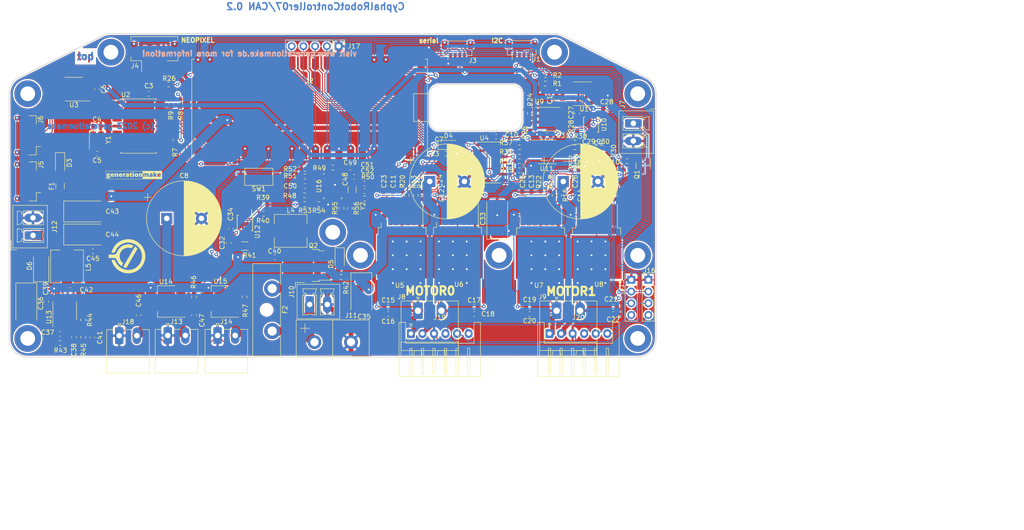
<source format=kicad_pcb>
(kicad_pcb (version 20211014) (generator pcbnew)
  (title_block (title "CyphalRobotController07/CAN") (date "2024-01-04") (rev "0.2") (company "generationmake"))
  (layers (0 "F.Cu" signal) (31 "B.Cu" signal) (34 "B.Paste" user) (35 "F.Paste" user) (36 "B.SilkS" user "B.Silkscreen") (37 "F.SilkS" user "F.Silkscreen") (38 "B.Mask" user) (39 "F.Mask" user) (44 "Edge.Cuts" user))
  (net 0 "")
  (net 1 "GND")
  (net 2 "OUT1")
  (net 3 "/MotorDriver/SR1")
  (net 4 "OUT2")
  (net 5 "/MotorDriver/SR2")
  (net 6 "OUT3")
  (net 7 "/MotorDriver/SR3")
  (net 8 "OUT4")
  (net 9 "/MotorDriver/SR4")
  (net 10 "IS12")
  (net 11 "IS34")
  (net 12 "/VoltageRegulator/BDS")
  (net 13 "/VoltageRegulator/BUO")
  (net 14 "/VoltageRegulator/COMP")
  (net 15 "+3.3V")
  (net 16 "/VoltageRegulator/FB")
  (net 17 "I2C_SDA")
  (net 18 "INH34")
  (net 19 "INH12")
  (net 20 "PWM4")
  (net 21 "PWM3")
  (net 22 "PWM2")
  (net 23 "PWM1")
  (net 24 "I2C_SCL")
  (net 25 "/MotorDriver/EM_STOP")
  (net 26 "/MotorDriver/PWM1_U")
  (net 27 "/MotorDriver/PWM1_R")
  (net 28 "/MotorDriver/INH1_R")
  (net 29 "/MotorDriver/PWM2_U")
  (net 30 "/MotorDriver/PWM2_R")
  (net 31 "/MotorDriver/INH2_R")
  (net 32 "/MotorDriver/EM_STOP_Q")
  (net 33 "/MotorDriver/PWM3_U")
  (net 34 "/MotorDriver/PWM3_R")
  (net 35 "/MotorDriver/INH3_R")
  (net 36 "/MotorDriver/PWM4_U")
  (net 37 "/MotorDriver/PWM4_R")
  (net 38 "/MotorDriver/INH4_R")
  (net 39 "/Measurement/VREF_IN")
  (net 40 "/Measurement/OUT1R")
  (net 41 "/Measurement/VS12")
  (net 42 "/Measurement/OUT2R")
  (net 43 "/Measurement/VREF")
  (net 44 "/Measurement/VS34")
  (net 45 "/Measurement/OUT3R")
  (net 46 "/Measurement/OUT4R")
  (net 47 "/Measurement/ADDR")
  (net 48 "/Measurement/OPA_R")
  (net 49 "/MCP2515/MCP2515_OSC2")
  (net 50 "/MCP2515/MCP2515_OSC1")
  (net 51 "+BATT")
  (net 52 "QUAD0")
  (net 53 "QUAD1")
  (net 54 "QUAD2")
  (net 55 "/MCP2515/CANVCC")
  (net 56 "Net-(D3-Pad2)")
  (net 57 "+5V")
  (net 62 "/MP2")
  (net 63 "/SER_TX")
  (net 64 "/SER_RX")
  (net 65 "/MP3")
  (net 66 "/NEOPIXEL_R")
  (net 67 "/MCP2515/CANH")
  (net 68 "/MCP2515/CANL")
  (net 69 "/MCP2515/MP1")
  (net 70 "QUAD3")
  (net 71 "MCP2515_INT")
  (net 72 "MCP2515_CS")
  (net 73 "/MCP2515/MCP2515_RESET")
  (net 74 "/RESET")
  (net 76 "Net-(C38-Pad2)")
  (net 77 "EM_STOP_D")
  (net 78 "Net-(D5-Pad2)")
  (net 79 "/NEOPIXEL")
  (net 80 "/ANALOG_INPUT2")
  (net 81 "MISO")
  (net 82 "SCK")
  (net 83 "MOSI")
  (net 84 "/ANALOG_INPUT0")
  (net 85 "/ANALOG_INPUT1")
  (net 86 "OUTPUT0")
  (net 87 "OUTPUT1")
  (net 89 "/MCP2515/TXCAN")
  (net 90 "/MCP2515/RXCAN")
  (net 91 "/MCP2515/MCP2515_SOF")
  (net 92 "/MCP2515/MCP2515_TX0RTS")
  (net 93 "/MCP2515/MCP2515_TX1RTS")
  (net 94 "/MCP2515/MCP2515_TX2RTS")
  (net 95 "/MCP2515/MCP2515_RX1BUF")
  (net 96 "/MCP2515/MCP2515_RX0BUF")
  (net 106 "/inout_output/OUT0")
  (net 107 "/inout_output/OUT1")
  (net 108 "Net-(R39-Pad1)")
  (net 109 "Net-(R40-Pad1)")
  (net 111 "/BNO085/CAP")
  (net 112 "/BNO085/XIN32")
  (net 113 "/BNO085/CLKSEL1")
  (net 114 "/BNO085/CLKSEL0")
  (net 115 "/BNO085/BOOTN")
  (net 116 "/BNO085/PS0")
  (net 117 "/BNO085/PS1")
  (net 118 "/BNO085/BNO085_H_MOSI")
  (net 119 "/BNO085/BNO085_H_SCK")
  (net 120 "/BNO085/BNO085_H_MISO")
  (net 121 "/VoltageRegulator/+BATT_F")
  (net 122 "/VoltageRegulator/+BATT_Q")
  (net 123 "/VoltageRegulator/+BATT_I")
  (net 124 "/VoltageRegulator/+BATT_R")
  (net 128 "/BNO085/RESET")
  (net 131 "/BNO085/BNO085_INT")
  (net 134 "/BNO085/BNO085_H_CSN")
  (footprint "Resistor_SMD:R_0603_1608Metric" (layer "F.Cu") (at 91 113 -90)
    (fp_text reference "R46")
    (fp_text value "10k")
  )
  (footprint "Diode_SMD:D_SOD-123" (layer "F.Cu") (at 146.03 80.1)
    (fp_text reference "D4")
    (fp_text value "BAT46W")
  )
  (footprint "generationmake:MHP_3.2_5.8" (layer "F.Cu") (at 187 122)
    (fp_text reference "MECH2" hide)
    (fp_text value "MHP_3.2_5.8")
  )
  (footprint "Resistor_SMD:R_0603_1608Metric" (layer "F.Cu") (at 88 71 -90)
    (fp_text reference "R8")
    (fp_text value "10k")
  )
  (footprint "Package_TO_SOT_SMD:SOT-223" (layer "F.Cu") (at 96.6 114 180)
    (fp_text reference "U15")
    (fp_text value "ITS4200S-ME-P")
  )
  (footprint "Package_SO:SOIC-8_3.9x4.9mm_P1.27mm" (layer "F.Cu") (at 167.4 81.6)
    (fp_text reference "U11")
    (fp_text value "OPA2374AIDCN")
  )
  (footprint "Resistor_SMD:R_0603_1608Metric" (layer "F.Cu") (at 115 86.935 180)
    (fp_text reference "R51")
    (fp_text value "0R")
  )
  (footprint "Resistor_SMD:R_0603_1608Metric" (layer "F.Cu") (at 67 121.73 -90)
    (fp_text reference "R45")
    (fp_text value "1k3")
  )
  (footprint "Resistor_SMD:R_0603_1608Metric" (layer "F.Cu") (at 115 85.27 180)
    (fp_text reference "R52")
    (fp_text value "0R")
  )
  (footprint "Capacitor_SMD:C_0603_1608Metric" (layer "F.Cu") (at 167.4 78 180)
    (fp_text reference "C31")
    (fp_text value "100nF")
  )
  (footprint "Capacitor_SMD:C_0603_1608Metric" (layer "F.Cu") (at 181.7 116.7)
    (fp_text reference "C22")
    (fp_text value "220nF")
  )
  (footprint "Resistor_SMD:R_0603_1608Metric" (layer "F.Cu") (at 166 91 90)
    (fp_text reference "R22")
    (fp_text value "510")
  )
  (footprint "Diode_SMD:D_SOD-123" (layer "F.Cu") (at 62 84 -90)
    (fp_text reference "D3")
    (fp_text value "MBR0530T")
  )
  (footprint "Capacitor_SMD:C_0603_1608Metric" (layer "F.Cu") (at 69.1 103.1)
    (fp_text reference "C45")
    (fp_text value "100nF")
  )
  (footprint "Resistor_SMD:R_0603_1608Metric" (layer "F.Cu") (at 176.4 82.3)
    (fp_text reference "R29")
    (fp_text value "1k")
  )
  (footprint "Resistor_SMD:R_0603_1608Metric" (layer "F.Cu") (at 173.9 76.3 -90)
    (fp_text reference "R28")
    (fp_text value "0R")
  )
  (footprint "Resistor_SMD:R_0603_1608Metric" (layer "F.Cu") (at 170 91 90)
    (fp_text reference "R16")
    (fp_text value "10k")
  )
  (footprint "Package_SO:SOIC-8_3.9x4.9mm_P1.27mm" (layer "F.Cu") (at 168.3 74.5)
    (fp_text reference "U9")
    (fp_text value "OPA2374AIDCN")
  )
  (footprint "Package_TO_SOT_SMD:TO-263-7_TabPin8" (layer "F.Cu") (at 136 100.95 -90)
    (fp_text reference "U5")
    (fp_text value "IFX007T")
  )
  (footprint "Resistor_SMD:R_0603_1608Metric" (layer "F.Cu") (at 161.4 79.6)
    (fp_text reference "R37")
    (fp_text value "2k2")
  )
  (footprint "Capacitor_SMD:C_0603_1608Metric" (layer "F.Cu") (at 176 91 90)
    (fp_text reference "C14")
    (fp_text value "100nF")
  )
  (footprint "Connector_Phoenix_MC:PhoenixContact_MC_1,5_2-G-3.81_1x02_P3.81mm_Horizontal" (layer "F.Cu") (at 85.3 121.3575)
    (fp_text reference "J13")
    (fp_text value "Conn_01x02")
  )
  (footprint "Capacitor_THT:CP_Radial_D16.0mm_P7.50mm" (layer "F.Cu") (at 85.087246 96)
    (fp_text reference "C8")
    (fp_text value "1000uF 50V")
  )
  (footprint "Connector_JST:JST_PH_B3B-PH-SM4-TB_1x03-1MP_P2.00mm_Vertical" (layer "F.Cu") (at 82.4 61)
    (fp_text reference "J4")
    (fp_text value "B3B-PH-SM4-TB")
  )
  (footprint "Capacitor_SMD:C_0603_1608Metric" (layer "F.Cu") (at 163.6 116.7 180)
    (fp_text reference "C20")
    (fp_text value "220nF")
  )
  (footprint "Capacitor_SMD:C_0603_1608Metric" (layer "F.Cu") (at 179.5 80.8)
    (fp_text reference "C30")
    (fp_text value "1nF")
  )
  (footprint "Diode_SMD:D_SOD-123" (layer "F.Cu") (at 122.5 104.6 -90)
    (fp_text reference "D5")
    (fp_text value "10V")
  )
  (footprint "Capacitor_SMD:C_0603_1608Metric" (layer "F.Cu") (at 144 91 90)
    (fp_text reference "C24")
    (fp_text value "100nF")
  )
  (footprint "Capacitor_Tantalum_SMD:CP_EIA-7343-15_Kemet-W" (layer "F.Cu") (at 156.6 96.1 90)
    (fp_text reference "C33")
    (fp_text value "47uF 50V")
  )
  (footprint "Resistor_SMD:R_0603_1608Metric" (layer "F.Cu") (at 145.6 82)
    (fp_text reference "R3")
    (fp_text value "100k")
  )
  (footprint "Resistor_SMD:R_0603_1608Metric" (layer "F.Cu") (at 173.4 85.6)
    (fp_text reference "R36")
    (fp_text value "2k2")
  )
  (footprint "Crystal:Crystal_SMD_3215-2Pin_3.2x1.5mm" (layer "F.Cu") (at 125.2 89.8 90)
    (fp_text reference "Y2")
    (fp_text value "DNI")
  )
  (footprint "generationmake:MHP_3.2_5.8" (layer "F.Cu") (at 187 104)
    (fp_text reference "MECH5" hide)
    (fp_text value "MHP_3.2_5.0")
  )
  (footprint "generationmake:opencyphal_small" (layer "F.Cu") (at 76.5 104.2)
    (fp_text reference "L3" hide)
    (fp_text value "Label" hide)
  )
  (footprint "Resistor_SMD:R_0603_1608Metric" (layer "F.Cu") (at 118 92.9)
    (fp_text reference "R54")
    (fp_text value "0R")
  )
  (footprint "Package_LGA:LGA-28_5.2x3.8mm_P0.5mm" (layer "F.Cu") (at 121 89 -90)
    (fp_text reference "U16")
    (fp_text value "BNO085")
  )
  (footprint "Capacitor_Tantalum_SMD:CP_EIA-7343-15_Kemet-W" (layer "F.Cu") (at 67.2 94.5)
    (fp_text reference "C43")
    (fp_text value "330uF 6.3V")
  )
  (footprint "Capacitor_SMD:C_0603_1608Metric" (layer "F.Cu") (at 64.2 111.5 180)
    (fp_text reference "C42")
    (fp_text value "220nF")
  )
  (footprint "Resistor_SMD:R_0603_1608Metric" (layer "F.Cu") (at 62 123 180)
    (fp_text reference "R43")
    (fp_text value "22k")
  )
  (footprint "Resistor_SMD:R_0603_1608Metric" (layer "F.Cu") (at 121 85 180)
    (fp_text reference "R49")
    (fp_text value "10k")
  )
  (footprint "Capacitor_SMD:C_0603_1608Metric" (layer "F.Cu") (at 125.6 87)
    (fp_text reference "C48")
    (fp_text value "100nF")
  )
  (footprint "Capacitor_Tantalum_SMD:CP_EIA-7343-15_Kemet-W" (layer "F.Cu") (at 54.7 114.4 -90)
    (fp_text reference "C36")
    (fp_text value "47uF 50V")
  )
  (footprint "Capacitor_SMD:C_0603_1608Metric" (layer "F.Cu") (at 162.015 91 90)
    (fp_text reference "C25")
    (fp_text value "100nF")
  )
  (footprint "Resistor_SMD:R_0603_1608Metric" (layer "F.Cu") (at 179.5 82.3)
    (fp_text reference "R30")
    (fp_text value "1k")
  )
  (footprint "Package_SO:SOIC-14_3.9x8.7mm_P1.27mm" (layer "F.Cu") (at 155.4 83.9)
    (fp_text reference "U4")
    (fp_text value "74xx08")
  )
  (footprint "Capacitor_SMD:C_0603_1608Metric" (layer "F.Cu") (at 133 116.7 180)
    (fp_text reference "C16")
    (fp_text value "220nF")
  )
  (footprint "Resistor_SMD:R_0603_1608Metric" (layer "F.Cu") (at 173.4 83.6 180)
    (fp_text reference "R34")
    (fp_text value "56k")
  )
  (footprint "Capacitor_SMD:C_0603_1608Metric" (layer "F.Cu") (at 91 117 -90)
    (fp_text reference "C47")
    (fp_text value "100 nF")
  )
  (footprint "Resistor_SMD:R_0603_1608Metric" (layer "F.Cu") (at 124.7 93.8 -90)
    (fp_text reference "R56")
    (fp_text value "DNI")
  )
  (footprint "Resistor_SMD:R_0603_1608Metric" (layer "F.Cu") (at 85.5 67)
    (fp_text reference "R26")
    (fp_text value "100R")
  )
  (footprint "Resistor_SMD:R_0603_1608Metric" (layer "F.Cu") (at 184.7 85.4)
    (fp_text reference "R11")
    (fp_text value "10k")
  )
  (footprint "Resistor_SMD:R_0603_1608Metric" (layer "F.Cu") (at 184.7 83.6)
    (fp_text reference "R10")
    (fp_text value "10k")
  )
  (footprint "Capacitor_SMD:C_0603_1608Metric" (layer "F.Cu") (at 134 91 90)
    (fp_text reference "C11")
    (fp_text value "100nF")
  )
  (footprint "Connector_JST:JST_GH_BM04B-GHS-TBT_1x04-1MP_P1.25mm_Vertical" (layer "F.Cu") (at 55 88 90)
    (fp_text reference "J5")
    (fp_text value "BM04B-GHS-TBT")
  )
  (footprint "Resistor_SMD:R_0603_1608Metric" (layer "F.Cu") (at 127.9 91.7)
    (fp_text reference "R50")
    (fp_text value "0R")
  )
  (footprint "Capacitor_SMD:C_0603_1608Metric" (layer "F.Cu") (at 146 91 90)
    (fp_text reference "C12")
    (fp_text value "100nF")
  )
  (footprint "Package_TO_SOT_SMD:SOT-23" (layer "F.Cu") (at 188.2 84.6 -90)
    (fp_text reference "Q1")
    (fp_text value "2N7002")
  )
  (footprint "Connector_Phoenix_MC:PhoenixContact_MCV_1,5_2-G-3.81_1x02_P3.81mm_Vertical" (layer "F.Cu") (at 116 114.6425)
    (fp_text reference "J10")
    (fp_text value "x")
  )
  (footprint "Resistor_SMD:R_0603_1608Metric" (layer "F.Cu") (at 167 66.8)
    (fp_text reference "R1")
    (fp_text value "10k")
  )
  (footprint "Connector_PinHeader_2.54mm:PinHeader_1x04_P2.54mm_Vertical" (layer "F.Cu") (at 189.3 109.3)
    (fp_text reference "J16")
    (fp_text value "PinHeader_1x04")
  )
  (footprint "Capacitor_SMD:C_0603_1608Metric" (layer "F.Cu") (at 115 89 180)
    (fp_text reference "C50")
    (fp_text value "100nF")
  )
  (footprint "Capacitor_SMD:C_0603_1608Metric" (layer "F.Cu") (at 127.9 90.1)
    (fp_text reference "C52")
    (fp_text value "22pF")
  )
  (footprint "Resistor_SMD:R_0603_1608Metric" (layer "F.Cu") (at 106 93)
    (fp_text reference "R39")
    (fp_text value "0R")
  )
  (footprint "Capacitor_SMD:C_0603_1608Metric" (layer "F.Cu") (at 132 91 90)
    (fp_text reference "C23")
    (fp_text value "100nF")
  )
  (footprint "Resistor_SMD:R_0603_1608Metric" (layer "F.Cu") (at 140 91 90)
    (fp_text reference "R12")
    (fp_text value "10k")
  )
  (footprint "Capacitor_SMD:C_0603_1608Metric" (layer "F.Cu") (at 99 98.225 90)
    (fp_text reference "C34")
    (fp_text value "100nF")
  )
  (footprint "generationmake:POWERPOLE_2" (layer "F.Cu") (at 121 122.8)
    (fp_text reference "J11")
    (fp_text value "PowerPole")
  )
  (footprint "Crystal:Crystal_SMD_3225-4Pin_3.2x2.5mm" (layer "F.Cu") (at 70 79 -90)
    (fp_text reference "Y1")
    (fp_text value "RH100-16.000-16-3030-EXT-TR")
  )
  (footprint "Resistor_SMD:R_0603_1608Metric" (layer "F.Cu") (at 168 91 90)
    (fp_text reference "R17")
    (fp_text value "10k")
  )
  (footprint "Capacitor_SMD:C_0603_1608Metric" (layer "F.Cu") (at 151.6 115.1 180)
    (fp_text reference "C17")
    (fp_text value "220nF")
  )
  (footprint "Resistor_SMD:R_0603_1608Metric" (layer "F.Cu") (at 106 95)
    (fp_text reference "R40")
    (fp_text value "0R")
  )
  (footprint "Resistor_SMD:R_0603_1608Metric" (layer "F.Cu") (at 163.7 76.3 90)
    (fp_text reference "R25")
    (fp_text value "10k")
  )
  (footprint "Capacitor_SMD:C_0603_1608Metric" (layer "F.Cu") (at 124.775 85)
    (fp_text reference "C49")
    (fp_text value "100nF")
  )
  (footprint "Resistor_SMD:R_0603_1608Metric" (layer "F.Cu") (at 122.9 93.8 -90)
    (fp_text reference "R55")
    (fp_text value "DNI")
  )
  (footprint "Resistor_SMD:R_0603_1608Metric" (layer "F.Cu") (at 182 91 90)
    (fp_text reference "R18")
    (fp_text value "10k")
  )
  (footprint "Package_SO:MSOP-10_3x3mm_P0.5mm" (layer "F.Cu") (at 102 97 -90)
    (fp_text reference "U12")
    (fp_text value "INA226")
  )
  (footprint "Package_SO:SOIC-8-1EP_3.9x4.9mm_P1.27mm_EP2.29x3mm" (layer "F.Cu") (at 63 116 90)
    (fp_text reference "U13")
    (fp_text value "IFX91041EFJ")
  )
  (footprint "Resistor_SMD:R_0603_1608Metric" (layer "F.Cu") (at 87 79 -90)
    (fp_text reference "R7")
    (fp_text value "10k")
  )
  (footprint "Connector_Phoenix_MC:PhoenixContact_MCV_1,5_2-G-3.81_1x02_P3.81mm_Vertical" (layer "F.Cu") (at 56.1425 99.6875 90)
    (fp_text reference "J12")
    (fp_text value "Conn_01x02")
  )
  (footprint "Package_SO:SOIC-8_3.9x4.9mm_P1.27mm" (layer "F.Cu") (at 65 68 180)
    (fp_text reference "U3")
    (fp_text value "SN65HVD232")
  )
  (footprint "generationmake:generationmake_small_silk" (layer "F.Cu") (at 77.98095 89.23645)
    (fp_text reference "L1" hide)
    (fp_text value "Label" hide)
  )
  (footprint "Connector_JST:JST_XH_S6B-XH-A_1x06_P2.50mm_Horizontal" (layer "F.Cu") (at 167.915 120.95)
    (fp_text reference "J20")
    (fp_text value "S6B-XH-A")
  )
  (footprint "Package_TO_SOT_SMD:SOT-223" (layer "F.Cu") (at 85 114 180)
    (fp_text reference "U14")
    (fp_text value "ITS4200S-ME-P")
  )
  (footprint "Resistor_SMD:R_0603_1608Metric" (layer "F.Cu") (at 161.4 83.6)
    (fp_text reference "R32")
    (fp_text value "56k")
  )
  (footprint "Resistor_SMD:R_0603_1608Metric" (layer "F.Cu") (at 167 65)
    (fp_text reference "R2")
    (fp_text value "10k")
  )
  (footprint "Capacitor_SMD:C_0603_1608Metric" (layer "F.Cu") (at 151.6 116.7)
    (fp_text reference "C18")
    (fp_text value "220nF")
  )
  (footprint "Connector_Phoenix_MSTB:PhoenixContact_MSTBA_2,5_2-G-5,08_1x02_P5.08mm_Horizontal" (layer "F.Cu") (at 169.4425 116)
    (fp_text reference "J9")
    (fp_text value "x")
  )
  (footprint "Capacitor_SMD:C_0603_1608Metric" (layer "F.Cu") (at 69 121.775 -90)
    (fp_text reference "C41")
    (fp_text value "470pF")
  )
  (footprint "Resistor_SMD:R_0603_1608Metric" (layer "F.Cu") (at 101.9 113 -90)
    (fp_text reference "R47")
    (fp_text value "10k")
  )
  (footprint "generationmake:MHP_3.2_5.8" (layer "F.Cu") (at 121 99)
    (fp_text reference "MECH8" hide)
    (fp_text value "MHP_3.2_5.0")
  )
  (footprint "Connector_Phoenix_MC:PhoenixContact_MCV_1,5_2-G-3.81_1x02_P3.81mm_Vertical" (layer "F.Cu") (at 186.0575 75.4125 -90)
    (fp_text reference "J7")
    (fp_text value "x")
  )
  (footprint "Capacitor_SMD:C_0603_1608Metric" (layer "F.Cu") (at 127.9 88.5)
    (fp_text reference "C51")
    (fp_text value "22pF")
  )
  (footprint "Resistor_SMD:R_0603_1608Metric" (layer "F.Cu") (at 161.4 81.6)
    (fp_text reference "R31")
    (fp_text value "56k")
  )
  (footprint "Diode_SMD:D_SMA" (layer "F.Cu") (at 57.9 106.3 90)
    (fp_text reference "D6")
    (fp_text value "SSA34")
  )
  (footprint "generationmake:MHP_3.2_5.8" (layer "F.Cu") (at 157 104)
    (fp_text reference "MECH6" hide)
    (fp_text value "MHP_3.2_5.0")
  )
  (footprint "Resistor_SMD:R_1206_3216Metric" (layer "F.Cu") (at 102 102)
    (fp_text reference "R41")
    (fp_text value "10m")
  )
  (footprint "Inductor_SMD:L_Wuerth_HCI-7050" (layer "F.Cu") (at 111.9 98.7)
    (fp_text reference "L4")
    (fp_text value "744373580022")
  )
  (footprint "Connector_JST:JST_SH_BM04B-SRSS-TB_1x04-1MP_P1.00mm_Vertical" (layer "F.Cu") (at 161.9 59.5)
    (fp_text reference "J1")
    (fp_text value "BM04B-SRSS-TB")
  )
  (footprint "Fuse:Fuse_1206_3216Metric" (layer "F.Cu") (at 62 89 90)
    (fp_text reference "F1")
    (fp_text value "nanoSMDC050F")
  )
  (footprint "Capacitor_SMD:C_0603_1608Metric" (layer "F.Cu") (at 180.3 72.2)
    (fp_text reference "C28")
    (fp_text value "100nF")
  )
  (footprint "Resistor_SMD:R_0603_1608Metric" (layer "F.Cu") (at 148 91 90)
    (fp_text reference "R21")
    (fp_text value "510")
  )
  (footprint "Package_TO_SOT_SMD:TO-263-7_TabPin8" (layer "F.Cu") (at 148 100.9 -90)
    (fp_text reference "U6")
    (fp_text value "IFX007T")
  )
  (footprint "Resistor_SMD:R_0603_1608Metric" (layer "F.Cu") (at 161.4 85.6)
    (fp_text reference "R35")
    (fp_text value "2k2")
  )
  (footprint "generationmake:generationmake_small_solder" (layer "F.Cu") (at 191.23645 93.61905 90)
    (fp_text reference "L2" hide)
    (fp_text value "Label" hide)
  )
  (footprint "Capacitor_SMD:C_0603_1608Metric" (layer "F.Cu") (at 174 91 90)
    (fp_text reference "C26")
    (fp_text value "100nF")
  )
  (footprint "Capacitor_SMD:C_0603_1608Metric" (layer "F.Cu") (at 156.4 78.3 180)
    (fp_text reference "C10")
    (fp_text value "100nF")
  )
  (footprint "Connector_JST:JST_GH_BM04B-GHS-TBT_1x04-1MP_P1.25mm_Vertical" (layer "F.Cu") (at 55 78 90)
    (fp_text reference "J6")
    (fp_text value "BM04B-GHS-TBT")
  )
  (footprint "Capacitor_THT:CP_Radial_D16.0mm_P7.50mm" (layer "F.Cu") (at 170.887246 88)
    (fp_text reference "C9")
    (fp_text value "1000uF 50V")
  )
  (footprint "Package_TO_SOT_SMD:TO-252-2" (layer "F.Cu") (at 115.6 106.2 180)
    (fp_text reference "Q2")
    (fp_text value "IPD90P03P4L- 04")
  )
  (footprint "Capacitor_SMD:C_0603_1608Metric" (layer "F.Cu") (at 79 117 -90)
    (fp_text reference "C46")
    (fp_text value "100 nF")
  )
  (footprint "Capacitor_SMD:C_0603_1608Metric" (layer "F.Cu") (at 98.5 101.3 90)
    (fp_text reference "C32")
    (fp_text value "100nF")
  )
  (footprint "Capacitor_SMD:C_0603_1608Metric" (layer "F.Cu") (at 59 114 -90)
    (fp_text reference "C39")
    (fp_text value "100nF")
  )
  (footprint "Resistor_SMD:R_0603_1608Metric" (layer "F.Cu") (at 136 91 90)
    (fp_text reference "R20")
    (fp_text value "510")
  )
  (footprint "generationmake:MHP_3.2_5.8" (layer "F.Cu") (at 55 122)
    (fp_text reference "MECH1" hide)
    (fp_text value "MHP_3.2_5.8")
  )
  (footprint "Resistor_SMD:R_0603_1608Metric" (layer "F.Cu") (at 180.182984 91 90)
    (fp_text reference "R19")
    (fp_text value "10k")
  )
  (footprint "Connector_Phoenix_MC:PhoenixContact_MC_1,5_2-G-3.81_1x02_P3.81mm_Horizontal" (layer "F.Cu") (at 96.0775 121.3575)
    (fp_text reference "J14")
    (fp_text value "Conn_01x02")
  )
  (footprint "generationmake:Fuseholder_Blade_ATO_Littelfuse_Pudenz_2_Pin" (layer "F.Cu") (at 107.9 111.2 -90)
    (fp_text reference "F2")
    (fp_text value "Fuse_Small")
  )
  (footprint "Capacitor_Tantalum_SMD:CP_EIA-7343-15_Kemet-W" (layer "F.Cu") (at 127.2 112.2 -90)
    (fp_text reference "C35")
    (fp_text value "47uF 50V")
  )
  (footprint "Capacitor_SMD:C_0603_1608Metric" (layer "F.Cu") (at 65 121.73 -90)
    (fp_text reference "C38")
    (fp_text value "22nF")
  )
  (footprint "Connector_JST:JST_SH_BM04B-SRSS-TB_1x04-1MP_P1.00mm_Vertical" (layer "F.Cu") (at 148 59.6)
    (fp_text reference "J3")
    (fp_text value "BM04B-SRSS-TB")
  )
  (footprint "generationmake:MHP_3.2_5.8" (layer "F.Cu") (at 169 60)
    (fp_text reference "MECH4" hide)
    (fp_text value "MHP_3.2_5.8")
  )
  (footprint "generationmake:MHP_3.2_5.8" (layer "F.Cu") (at 187 69)
    (fp_text reference "MECH12" hide)
    (fp_text value "MHP_3.2_5.0")
  )
  (footprint "Resistor_SMD:R_0603_1608Metric" (layer "F.Cu") (at 150 91 90)
    (fp_text reference "R15")
    (fp_text value "10k")
  )
  (footprint "Resistor_SMD:R_0603_1608Metric" (layer "F.Cu") (at 122.8 108.7)
    (fp_text reference "R42")
    (fp_text value "10k")
  )
  (footprint "Capacitor_SMD:C_0603_1608Metric" (layer "F.Cu") (at 169.4 70.3 90)
    (fp_text reference "C1")
    (fp_text value "100nF")
  )
  (footprint "Package_SO:TSSOP-10_3x3mm_P0.5mm" (layer "F.Cu") (at 176.9 75.7 90)
    (fp_text reference "U10")
    (fp_text value "ADS1015IDGS")
  )
  (footprint "Package_SO:SOIC-18W_7.5x11.6mm_P1.27mm" (layer "F.Cu") (at 79 76)
    (fp_text reference "U2")
    (fp_text value "MCP2515-I/SO")
  )
  (footprint "Capacitor_SMD:C_0603_1608Metric" (layer "F.Cu") (at 81.225 69 180)
    (fp_text reference "C3")
    (fp_text value "100nF")
  )
  (footprint "generationmake:MHP_3.2_5.8" (layer "F.Cu") (at 73 60)
    (fp_text reference "MECH3" hide)
    (fp_text value "MHP_3.2_5.8")
  )
  (footprint "Inductor_SMD:L_Wuerth_HCI-7050" (layer "F.Cu") (at 63.5 106.4 90)
    (fp_text reference "L5")
    (fp_text value "74437346220")
  )
  (footprint "Resistor_SMD:R_0603_1608Metric" (layer "F.Cu") (at 114.85942 91)
    (fp_text reference "R48")
    (fp_text value "0R")
  )
  (footprint "Package_TO_SOT_SMD:TO-263-7_TabPin8" (layer "F.Cu") (at 178.1 101 -90)
    (fp_text reference "U8")
    (fp_text value "IFX007T")
  )
  (footprint "Capacitor_SMD:C_0603_1608Metric" (layer "F.Cu") (at 62 121 180)
    (fp_text reference "C37")
    (fp_text value "DNI")
  )
  (footprint "Capacitor_SMD:C_0603_1608Metric" (layer "F.Cu") (at 176.4 80.8)
    (fp_text reference "C29")
    (fp_text value "1nF")
  )
  (footprint "Connector_JST:JST_XH_S6B-XH-A_1x06_P2.50mm_Horizontal" (layer "F.Cu") (at 137.915 120.95)
    (fp_text reference "J19")
    (fp_text value "S6B-XH-A")
  )
  (footprint "generationmake:RASPI_PICO_SOLDER_Kopie" (layer "F.Cu") (at 116 72 -90)
    (fp_text reference "J2")
    (fp_text value "RASPBERRYPI_PICO")
  )
  (footprint "Capacitor_SMD:C_0603_1608Metric" (layer "F.Cu") (at 108.4 104.4 180)
    (fp_text reference "C40")
    (fp_text value "100nF")
  )
  (footprint "Resistor_SMD:R_0603_1608Metric" (layer "F.Cu") (at 163.7 73.3 90)
    (fp_text reference "R24")
    (fp_text value "10k")
  )
  (footprint "Connector_PinHeader_2.54mm:PinHeader_1x05_P2.54mm_Vertical" (layer "F.Cu") (at 122.275 58.7 -90)
    (fp_text reference "J17")
    (fp_text value "PinHeader_1x05")
  )
  (footprint "Capacitor_SMD:C_0603_1608Metric" (layer "F.Cu") (at 181.7 115.1 180)
    (fp_text reference "C21")
    (fp_text value "220nF")
  )
  (footprint "Resistor_SMD:R_0603_1608Metric" (layer "F.Cu") (at 138 91 90)
    (fp_text reference "R13")
    (fp_text value "10k")
  )
  (footprint "Capacitor_SMD:C_0603_1608Metric" (layer "F.Cu") (at 163.6 115.1)
    (fp_text reference "C19")
    (fp_text value "220nF")
  )
  (footprint "Connector_Phoenix_MSTB:PhoenixContact_MSTBA_2,5_2-G-5,08_1x02_P5.08mm_Horizontal" (layer "F.Cu") (at 139.4425 116)
    (fp_text reference "J8")
    (fp_text value "x")
  )
  (footprint "Connector_Phoenix_MC:PhoenixContact_MC_1,5_2-G-3.81_1x02_P3.81mm_Horizontal" (layer "F.Cu") (at 74.8 121.4)
    (fp_text reference "J18")
    (fp_text value "Conn_01x02")
  )
  (footprint "generationmake:MHP_3.2_5.8" (layer "F.Cu") (at 127 104)
    (fp_text reference "MECH7" hide)
    (fp_text value "MHP_3.2_5.0")
  )
  (footprint "Capacitor_Tantalum_SMD:CP_EIA-7343-15_Kemet-W" (layer "F.Cu") (at 67.2 99.5)
    (fp_text reference "C44")
    (fp_text value "330uF 6.3V")
  )
  (footprint "Capacitor_SMD:C_0603_1608Metric" (layer "F.Cu") (at 133 115.1)
    (fp_text reference "C15")
    (fp_text value "220nF")
  )
  (footprint "Package_TO_SOT_SMD:TO-263-7_TabPin8" (layer "F.Cu") (at 166 101 -90)
    (fp_text reference "U7")
    (fp_text value "IFX007T")
  )
  (footprint "Capacitor_THT:CP_Radial_D16.0mm_P7.50mm" (layer "F.Cu") (at 142 88)
    (fp_text reference "C7")
    (fp_text value "1000uF 50V")
  )
  (footprint "Resistor_SMD:R_0603_1608Metric" (layer "F.Cu") (at 173.4 79.6 180)
    (fp_text reference "R38")
    (fp_text value "2k2")
  )
  (footprint "Resistor_SMD:R_0603_1608Metric" (layer "F.Cu") (at 114.9 92.9)
    (fp_text reference "R53")
    (fp_text value "DNI")
  )
  (footprint "Resistor_SMD:R_0603_1608Metric" (layer "F.Cu") (at 178 91 90)
    (fp_text reference "R23")
    (fp_text value "510")
  )
  (footprint "Resistor_SMD:R_0603_1608Metric" (layer "F.Cu") (at 67 118 -90)
    (fp_text reference "R44")
    (fp_text value "10k")
  )
  (footprint "Connector_PinHeader_2.54mm:PinHeader_1x04_P2.54mm_Vertical" (layer "F.Cu") (at 185.6 109.3)
    (fp_text reference "J15")
    (fp_text value "PinHeader_1x04")
  )
  (footprint "Capacitor_SMD:C_0603_1608Metric" (layer "F.Cu") (at 173.9 73.3 -90)
    (fp_text reference "C27")
    (fp_text value "100nF")
  )
  (footprint "Resistor_SMD:R_0603_1608Metric" (layer "F.Cu") (at 173.4 81.6 180)
    (fp_text reference "R33")
    (fp_text value "56k")
  )
  (footprint "Resistor_SMD:R_0603_1608Metric" (layer "F.Cu") (at 86 71 -90)
    (fp_text reference "R9")
    (fp_text value "10k")
  )
  (footprint "Package_SO:SOIC-8_3.9x4.9mm_P1.27mm" (layer "F.Cu") (at 175 69 180)
    (fp_text reference "U1")
    (fp_text value "24LC64-I/SN")
  )
  (footprint "Capacitor_SMD:C_0603_1608Metric" (layer "F.Cu") (at 70 68 -90)
    (fp_text reference "C6")
    (fp_text value "100nF")
  )
  (footprint "Capacitor_SMD:C_0603_1608Metric" (layer "F.Cu") (at 70 76)
    (fp_text reference "C4")
    (fp_text value "10pF")
  )
  (footprint "generationmake:MHP_3.2_5.8" (layer "F.Cu") (at 55 69)
    (fp_text reference "MECH11" hide)
    (fp_text value "MHP_3.2_5.0")
  )
  (footprint "Capacitor_SMD:C_0603_1608Metric" (layer "F.Cu") (at 164 91 90)
    (fp_text reference "C13")
    (fp_text value "100nF")
  )
  (footprint "Resistor_SMD:R_0603_1608Metric" (layer "F.Cu") (at 152 91 90)
    (fp_text reference "R14")
    (fp_text value "10k")
  )
  (footprint "Button_Switch_SMD:SW_SPST_CK_RS282G05A3" (layer "F.Cu") (at 105 87 180)
    (fp_text reference "SW1")
    (fp_text value "PTS636 SM43 SMTR LFS")
  )
  (footprint "Capacitor_SMD:C_0603_1608Metric" (layer "F.Cu") (at 70 82 180)
    (fp_text reference "C5")
    (fp_text value "10pF")
  )
  (gr_arc (start 189.218801 65.671799) (mid 190.526698 67.112568) (end 191 69) (layer "Edge.Cuts") (width 0.15))
  (gr_line (start 51 69) (end 51 122) (layer "Edge.Cuts") (width 0.15))
  (gr_line (start 144 77) (end 160 77) (layer "Edge.Cuts") (width 0.15))
  (gr_line (start 71.211146 56.422291) (end 52.781199 65.671799) (layer "Edge.Cuts") (width 0.15))
  (gr_line (start 160 67) (end 144 67) (layer "Edge.Cuts") (width 0.15))
  (gr_arc (start 160 67) (mid 161.414214 67.585786) (end 162 69) (layer "Edge.Cuts") (width 0.15))
  (gr_line (start 55 126) (end 187 126) (layer "Edge.Cuts") (width 0.15))
  (gr_arc (start 142 69) (mid 142.585786 67.585786) (end 144 67) (layer "Edge.Cuts") (width 0.15))
  (gr_arc (start 51 69) (mid 51.473302 67.112568) (end 52.781199 65.671799) (layer "Edge.Cuts") (width 0.15))
  (gr_line (start 191 122) (end 191 69) (layer "Edge.Cuts") (width 0.15))
  (gr_arc (start 55 126) (mid 52.171573 124.828427) (end 51 122) (layer "Edge.Cuts") (width 0.15))
  (gr_line (start 170.788854 56.422291) (end 189.218801 65.671799) (layer "Edge.Cuts") (width 0.15))
  (gr_arc (start 144 77) (mid 142.585786 76.414214) (end 142 75) (layer "Edge.Cuts") (width 0.15))
  (gr_line (start 169 56) (end 73 56) (layer "Edge.Cuts") (width 0.15))
  (gr_arc (start 191 122) (mid 189.828427 124.828427) (end 187 126) (layer "Edge.Cuts") (width 0.15))
  (gr_line (start 162 75) (end 162 69) (layer "Edge.Cuts") (width 0.15))
  (gr_arc (start 162 75) (mid 161.414214 76.414214) (end 160 77) (layer "Edge.Cuts") (width 0.15))
  (gr_line (start 142 69) (end 142 75) (layer "Edge.Cuts") (width 0.15))
  (gr_arc (start 71.211146 56.422291) (mid 72.080989 56.107004) (end 73 56) (layer "Edge.Cuts") (width 0.15))
  (gr_arc (start 169 56) (mid 169.919011 56.107004) (end 170.788854 56.422291) (layer "Edge.Cuts") (width 0.15))
  (gr_text "top" (at 67.5 60.9) (layer "F.Cu") (effects (font (size 1.5 1.5) (thickness 0.375))))
  (gr_text "CyphalRobotController07/CAN 0.2" (at 97.8 50.1) (layer "B.Cu") (effects (font (size 1.5 1.5) (thickness 0.3)) (justify right mirror)))
  (gr_text "bot" (at 67.5 60.9) (layer "B.Cu") (effects (font (size 1.5 1.5) (thickness 0.375)) (justify mirror)))
  (gr_text "(c) 2023 generationmake" (at 70.8 76) (layer "B.Cu") (effects (font (size 1.2 1.2) (thickness 0.3)) (justify mirror)))
  (gr_text "visit www.generationmake.de for more information!" (at 126.4 60.3) (layer "B.SilkS") (effects (font (size 1.2 1.2) (thickness 0.3)) (justify left mirror)))
  (gr_text "MOTOR1" (at 172.6 111.8) (layer "F.SilkS") (effects (font (size 1.8 1.8) (thickness 0.45))))
  (gr_text "MOTOR0" (at 142.1 111.7) (layer "F.SilkS") (effects (font (size 1.8 1.8) (thickness 0.45))))
  (gr_text "NEOPIXEL" (at 91.8 57.4) (layer "F.SilkS") (effects (font (size 1 1) (thickness 0.25))))
  (gr_text "serial" (at 141.8 57.5) (layer "F.SilkS") (effects (font (size 1 1) (thickness 0.25))))
  (gr_text "I2C" (at 156.6 57.5) (layer "F.SilkS") (effects (font (size 1 1) (thickness 0.25))))
  (segment (start 52.8 94.1) (end 53.9 93) (width 0.2) (layer "F.Cu") (net 1))
  (segment (start 183.9 72.1) (end 182.1 72.1) (width 0.2) (layer "F.Cu") (net 1))
  (segment (start 166.625 77.6) (end 165.4 77.6) (width 0.2) (layer "F.Cu") (net 1))
  (segment (start 109.65 82.16) (end 109.65 83.25) (width 0.2) (layer "F.Cu") (net 1))
  (segment (start 60.8 89) (end 64.9 89) (width 0.2) (layer "F.Cu") (net 1))
  (segment (start 134 90.225) (end 132 90.225) (width 0.2) (layer "F.Cu") (net 1))
  (segment (start 166.195 83.505) (end 166.7 83) (width 0.2) (layer "F.Cu") (net 1))
  (segment (start 63 116) (end 59.3 116) (width 0.2) (layer "F.Cu") (net 1))
  (segment (start 161.5 77.4) (end 162.4 76.5) (width 0.2) (layer "F.Cu") (net 1))
  (segment (start 121.75 86.6125) (end 121.75 86.55) (width 0.2) (layer "F.Cu") (net 1))
  (segment (start 118.825 92.9) (end 119.9 92.9) (width 0.2) (layer "F.Cu") (net 1))
  (segment (start 161.225 125.575) (end 161.2 125.6) (width 0.2) (layer "F.Cu") (net 1))
  (segment (start 128.1 87) (end 128.675 87.575) (width 0.2) (layer "F.Cu") (net 1))
  (segment (start 64.8 69.8) (end 64.7 69.8) (width 0.2) (layer "F.Cu") (net 1))
  (segment (start 173.55 120.95) (end 173.55 125.35) (width 0.2) (layer "F.Cu") (net 1))
  (segment (start 125.5 83.9) (end 121 83.9) (width 0.2) (layer "F.Cu") (net 1))
  (segment (start 92 98) (end 96.5 98) (width 0.2) (layer "F.Cu") (net 1))
  (segment (start 70.325 83.1) (end 69.225 82) (width 0.2) (layer "F.Cu") (net 1))
  (segment (start 69.86 68.635) (end 70 68.775) (width 0.2) (layer "F.Cu") (net 1))
  (segment (start 69.7 75.1) (end 67.5 75.1) (width 0.2) (layer "F.Cu") (net 1))
  (segment (start 125.4 125.3) (end 129.125 125.3) (width 1) (layer "F.Cu") (net 1))
  (segment (start 98.4 79.6) (end 97.11 80.89) (width 0.2) (layer "F.Cu") (net 1))
  (segment (start 52.8 97.2) (end 52.8 97) (width 0.2) (layer "F.Cu") (net 1))
  (segment (start 180.275 82.25) (end 180.325 82.3) (width 0.2) (layer "F.Cu") (net 1))
  (segment (start 169.4 69.525) (end 169.4 68.3) (width 0.2) (layer "F.Cu") (net 1))
  (segment (start 129.6 56.8) (end 122.1 56.8) (width 0.2) (layer "F.Cu") (net 1))
  (segment (start 180.5 70.8) (end 180.7 71) (width 0.2) (layer "F.Cu") (net 1))
  (segment (start 83 97.8875) (end 83.7875 97.8875) (width 0.2) (layer "F.Cu") (net 1))
  (segment (start 159 90.2) (end 155.415 90.2) (width 0.2) (layer "F.Cu") (net 1))
  (segment (start 169.51 69.635) (end 169.4 69.525) (width 0.2) (layer "F.Cu") (net 1))
  (segment (start 179.3 76.8) (end 179.8 76.8) (width 0.2) (layer "F.Cu") (net 1))
  (segment (start 64.595 69.905) (end 62.525 69.905) (width 0.2) (layer "F.Cu") (net 1))
  (segment (start 190.6 110.4) (end 190.6 109.5) (width 0.2) (layer "F.Cu") (net 1))
  (segment (start 97.11 80.89) (end 96.95 80.89) (width 0.2) (layer "F.Cu") (net 1))
  (segment (start 185.6 109.3) (end 189.3 109.3) (width 0.2) (layer "F.Cu") (net 1))
  (segment (start 135.05 82.95) (end 134.1 83.9) (width 0.2) (layer "F.Cu") (net 1))
  (segment (start 122.35 61.84) (end 122.35 58.775) (width 1) (layer "F.Cu") (net 1))
  (segment (start 112.9 89.3) (end 113.925 89.3) (width 0.2) (layer "F.Cu") (net 1))
  (segment (start 180.1 67.1) (end 180.7 67.7) (width 0.2) (layer "F.Cu") (net 1))
  (segment (start 93.335 124.1) (end 86.5 124.1) (width 0.2) (layer "F.Cu") (net 1))
  (segment (start 121.55 88.75) (end 121.5 88.7) (width 0.2) (layer "F.Cu") (net 1))
  (segment (start 100.8 100.825) (end 98.225 100.825) (width 0.2) (layer "F.Cu") (net 1))
  (segment (start 173.9 75.475) (end 173.325 75.475) (width 0.2) (layer "F.Cu") (net 1))
  (segment (start 74 88.8875) (end 74 81.43) (width 0.2) (layer "F.Cu") (net 1))
  (segment (start 72.8 63.8) (end 75.4 63.8) (width 0.2) (layer "F.Cu") (net 1))
  (segment (start 122.35 83.25) (end 122.35 82.16) (width 0.2) (layer "F.Cu") (net 1))
  (segment (start 66.55 124.25) (end 67 123.8) (width 0.2) (layer "F.Cu") (net 1))
  (segment (start 144 90.225) (end 144 89.7) (width 0.2) (layer "F.Cu") (net 1))
  (segment (start 181.075 75.225) (end 181.075 72.2) (width 0.2) (layer "F.Cu") (net 1))
  (segment (start 143.55 125.45) (end 143.4 125.6) (width 0.2) (layer "F.Cu") (net 1))
  (segment (start 173.9 74.075) (end 174.175 74.075) (width 0.2) (layer "F.Cu") (net 1))
  (segment (start 181.075 72.2) (end 182 72.2) (width 0.2) (layer "F.Cu") (net 1))
  (segment (start 96.8 95) (end 96.8 91.3) (width 0.2) (layer "F.Cu") (net 1))
  (segment (start 78.425 117.775) (end 74.8 121.4) (width 0.2) (layer "F.Cu") (net 1))
  (segment (start 56.825 76) (end 56.95 76.125) (width 0.2) (layer "F.Cu") (net 1))
  (segment (start 61.225 122.95) (end 61.175 123) (width 0.2) (layer "F.Cu") (net 1))
  (segment (start 180.5 69.4) (end 180.5 70.8) (width 0.2) (layer "F.Cu") (net 1))
  (segment (start 84.7 58.2) (end 84.5 58.2) (width 0.2) (layer "F.Cu") (net 1))
  (segment (start 52.8 97.2) (end 52.8 103.7) (width 0.2) (layer "F.Cu") (net 1))
  (segment (start 64.9 89) (end 65.1 89.2) (width 0.2) (layer "F.Cu") (net 1))
  (segment (start 182.1 72.1) (end 181.1 72.1) (width 0.2) (layer "F.Cu") (net 1))
  (segment (start 74.8 123.9) (end 75 124.1) (width 0.2) (layer "F.Cu") (net 1))
  (segment (start 88.15 114) (end 90.825 114) (width 0.2) (layer "F.Cu") (net 1))
  (segment (start 136 90.175) (end 134.05 90.175) (width 0.2) (layer "F.Cu") (net 1))
  (segment (start 129.125 125.3) (end 130.7125 123.7125) (width 1) (layer "F.Cu") (net 1))
  (segment (start 106.85 106.95) (end 106.85 105.175) (width 1) (layer "F.Cu") (net 1))
  (segment (start 190.6 110.4) (end 190.6 117.5) (width 0.2) (layer "F.Cu") (net 1))
  (segment (start 96.0775 116.5225) (end 96.0775 121.3575) (width 0.2) (layer "F.Cu") (net 1))
  (segment (start 180.325 83.775) (end 180.325 82.3) (width 0.2) (layer "F.Cu") (net 1))
  (segment (start 109.65 80.89) (end 109.65 79.95) (width 0.2) (layer "F.Cu") (net 1))
  (segment (start 184 119.2) (end 182.875 120.325) (width 0.2) (layer "F.Cu") (net 1))
  (segment (start 69 88.8875) (end 74 88.8875) (width 0.2) (layer "F.Cu") (net 1))
  (segment (start 154.4625 95.125) (end 151.81 95.125) (width 0.2) (layer "F.Cu") (net 1))
  (segment (start 178.4 84.4) (end 179.7 84.4) (width 0.2) (layer "F.Cu") (net 1))
  (segment (start 154.6575 89.4425) (end 152.925 87.71) (width 0.2) (layer "F.Cu") (net 1))
  (segment (start 79.8 124.1) (end 75 124.1) (width 0.2) (layer "F.Cu") (net 1))
  (segment (start 165.825 76.405) (end 164.42 76.405) (width 0.2) (layer "F.Cu") (net 1))
  (segment (start 180.7 70) (end 180.7 71) (width 0.2) (layer "F.Cu") (net 1))
  (segment (start 172.475 90.225) (end 171.3 91.4) (width 0.2) (layer "F.Cu") (net 1))
  (segment (start 125.55 85) (end 125.55 83.95) (width 0.2) (layer "F.Cu") (net 1))
  (segment (start 89.6 114.6) (end 90.375 113.825) (width 0.2) (layer "F.Cu") (net 1))
  (segment (start 176 90.225) (end 176 89.4995) (width 0.2) (layer "F.Cu") (net 1))
  (segment (start 55 104.3) (end 57.9 104.3) (width 0.2) (layer "F.Cu") (net 1))
  (segment (start 148 90.175) (end 146.05 90.175) (width 0.2) (layer "F.Cu") (net 1))
  (segment (start 101.5 99.2) (end 101.5 100.125) (width 0.2) (layer "F.Cu") (net 1))
  (segment (start 132.4 125.6) (end 118.7 125.6) (width 0.2) (layer "F.Cu") (net 1))
  (segment (start 173.3 125.6) (end 161.2 125.6) (width 0.2) (layer "F.Cu") (net 1))
  (segment (start 109.65 57.15) (end 110 56.8) (width 0.2) (layer "F.Cu") (net 1))
  (segment (start 177.175 80.8) (end 177.175 82.25) (width 0.2) (layer "F.Cu") (net 1))
  (segment (start 143.55 120.95) (end 143.55 125.45) (width 0.2) (layer "F.Cu") (net 1))
  (segment (start 137.5 56.8) (end 137.6 56.9) (width 0.2) (layer "F.Cu") (net 1))
  (segment (start 125.55 83.95) (end 125.5 83.9) (width 0.2) (layer "F.Cu") (net 1))
  (segment (start 127.4 87) (end 126.775 87) (width 0.2) (layer "F.Cu") (net 1))
  (segment (start 85.41 123.69) (end 83.0775 121.3575) (width 0.2) (layer "F.Cu") (net 1))
  (segment (start 174.175 74.075) (end 175.2 75.1) (width 0.2) (layer "F.Cu") (net 1))
  (segment (start 70.775 76) (end 70.6 76) (width 0.2) (layer "F.Cu") (net 1))
  (segment (start 161.7 116.7) (end 161.225 117.175) (width 0.2) (layer "F.Cu") (net 1))
  (segment (start 101.1 87) (end 104.8 87) (width 0.2) (layer "F.Cu") (net 1))
  (segment (start 146.05 90.175) (end 146 90.225) (width 0.2) (layer "F.Cu") (net 1))
  (segment (start 99.5 56.9) (end 99.6 57) (width 0.2) (layer "F.Cu") (net 1))
  (segment (start 65.865 68.635) (end 64.595 69.905) (width 0.2) (layer "F.Cu") (net 1))
  (segment (start 106.825 93) (end 106.825 95) (width 0.2) (layer "F.Cu") (net 1))
  (segment (start 71.7 83.1) (end 70.325 83.1) (width 0.2) (layer "F.Cu") (net 1))
  (segment (start 92 98) (end 92.587246 97.412754) (width 0.2) (layer "F.Cu") (net 1))
  (segment (start 60.25 90.95) (end 60.25 89.55) (width 0.2) (layer "F.Cu") (net 1))
  (segment (start 83.7875 97.8875) (end 88 97.8875) (width 0.2) (layer "F.Cu") (net 1))
  (segment (start 102.975 113.825) (end 105.1 111.7) (width 0.2) (layer "F.Cu") (net 1))
  (segment (start 131.225 124.425) (end 132.4 125.6) (width 0.2) (layer "F.Cu") (net 1))
  (segment (start 56.95 76.125) (end 58.375 76.125) (width 0.2) (layer "F.Cu") (net 1))
  (segment (start 79.3 58.6) (end 79.7 58.2) (width 0.2) (layer "F.Cu") (net 1))
  (segment (start 166.7 77.675) (end 166.625 77.6) (width 0.2) (layer "F.Cu") (net 1))
  (segment (start 91 117.775) (end 90.375 117.775) (width 0.2) (layer "F.Cu") (net 1))
  (segment (start 113.925 89.3) (end 114.225 89) (width 0.2) (layer "F.Cu") (net 1))
  (segment (start 156.5 77.4) (end 161.5 77.4) (width 0.2) (layer "F.Cu") (net 1))
  (segment (start 122.1 56.8) (end 122.275 56.975) (width 0.2) (layer "F.Cu") (net 1))
  (segment (start 72.9 63.7) (end 72.8 63.8) (width 0.2) (layer "F.Cu") (net 1))
  (segment (start 59.3 116) (end 55.1125 116) (width 0.2) (layer "F.Cu") (net 1))
  (segment (start 165.9 88.9) (end 165.9 90.075) (width 0.2) (layer "F.Cu") (net 1))
  (segment (start 189.6 118.5) (end 184.7 118.5) (width 0.2) (layer "F.Cu") (net 1))
  (segment (start 126.7 125.6) (end 100.32 125.6) (width 0.2) (layer "F.Cu") (net 1))
  (segment (start 132.225 116.7) (end 131.4 116.7) (width 0.2) (layer "F.Cu") (net 1))
  (segment (start 109.65 79.95) (end 109.3 79.6) (width 0.2) (layer "F.Cu") (net 1))
  (segment (start 180.335 69.635) (end 180.7 70) (width 0.2) (layer "F.Cu") (net 1))
  (segment (start 52.8 103.7) (end 52.8 113.9125) (width 0.2) (layer "F.Cu") (net 1))
  (segment (start 75 124.1) (end 66.5 124.1) (width 0.2) (layer "F.Cu") (net 1))
  (segment (start 124.95 119.7825) (end 119.81 114.6425) (width 1) (layer "F.Cu") (net 1))
  (segment (start 164.925 83.505) (end 166.195 83.505) (width 0.2) (layer "F.Cu") (net 1))
  (segment (start 58.375 76.125) (end 59.2 75.3) (width 0.2) (layer "F.Cu") (net 1))
  (segment (start 62.2 124.3) (end 66.3 124.3) (width 0.2) (layer "F.Cu") (net 1))
  (segment (start 176 90.225) (end 174 90.225) (width 0.2) (layer "F.Cu") (net 1))
  (segment (start 184.7 118.5) (end 184 119.2) (width 0.2) (layer "F.Cu") (net 1))
  (segment (start 83 97.8875) (end 79.25625 94.14375) (width 0.2) (layer "F.Cu") (net 1))
  (segment (start 171.3 93.8) (end 169.875 95.225) (width 0.2) (layer "F.Cu") (net 1))
  (segment (start 84.4 61.5) (end 84.4 58.3) (width 0.2) (layer "F.Cu") (net 1))
  (segment (start 99.6 57) (end 99.6 58.3) (width 0.2) (layer "F.Cu") (net 1))
  (segment (start 56.1425 95.8775) (end 53.0225 95.8775) (width 0.2) (layer "F.Cu") (net 1))
  (segment (start 78.7 61.5) (end 79.3 60.9) (width 0.2) (layer "F.Cu") (net 1))
  (segment (start 114.225 89) (end 114.225 86.985) (width 0.2) (layer "F.Cu") (net 1))
  (segment (start 90.375 117.775) (end 89.6 117) (width 0.2) (layer "F.Cu") (net 1))
  (segment (start 161.99 90.2) (end 159 90.2) (width 0.2) (layer "F.Cu") (net 1))
  (segment (start 61.095 120.87) (end 61.225 121) (width 0.2) (layer "F.Cu") (net 1))
  (segment (start 58.2 93) (end 60.25 90.95) (width 0.2) (layer "F.Cu") (net 1))
  (segment (start 53.5 104.4) (end 52.8 103.7) (width 0.2) (layer "F.Cu") (net 1))
  (segment (start 137.5 56.8) (end 129.6 56.8) (width 0.2) (layer "F.Cu") (net 1))
  (segment (start 155.415 90.2) (end 154.6575 89.4425) (width 0.2) (layer "F.Cu") (net 1))
  (segment (start 144 90.225) (end 146 90.225) (width 0.2) (layer "F.Cu") (net 1))
  (segment (start 61.225 121) (end 61.225 122.95) (width 0.2) (layer "F.Cu") (net 1))
  (segment (start 141.1 93.885) (end 139.81 95.175) (width 0.2) (layer "F.Cu") (net 1))
  (segment (start 190.6 117.5) (end 189.6 118.5) (width 0.2) (layer "F.Cu") (net 1))
  (segment (start 165.4 77.6) (end 165.3 77.5) (width 0.2) (layer "F.Cu") (net 1))
  (segment (start 170.775 76.405) (end 172.395 76.405) (width 0.2) (layer "F.Cu") (net 1))
  (segment (start 100.32 125.6) (end 96.0775 121.3575) (width 0.2) (layer "F.Cu") (net 1))
  (segment (start 101.9 56.9) (end 99.5 56.9) (width 0.2) (layer "F.Cu") (net 1))
  (segment (start 122.35 58.775) (end 122.275 58.7) (width 1) (layer "F.Cu") (net 1))
  (segment (start 69 122.55) (end 67.005 122.55) (width 0.2) (layer "F.Cu") (net 1))
  (segment (start 56.95 82.65) (end 54.3 80) (width 0.2) (layer "F.Cu") (net 1))
  (segment (start 59 115.7) (end 59.3 116) (width 0.2) (layer "F.Cu") (net 1))
  (segment (start 173.1 74.875) (end 173.9 74.075) (width 0.2) (layer "F.Cu") (net 1))
  (segment (start 166.7 83) (end 166.7 77.675) (width 0.2) (layer "F.Cu") (net 1))
  (segment (start 178.6 64.4) (end 168.415686 64.4) (width 0.2) (layer "F.Cu") (net 1))
  (segment (start 172.525 69.635) (end 169.51 69.635) (width 0.2) (layer "F.Cu") (net 1))
  (segment (start 155.625 78.3) (end 155.625 78.275) (width 0.2) (layer "F.Cu") (net 1))
  (segment (start 144 89.7) (end 144.5 89.2) (width 0.2) (layer "F.Cu") (net 1))
  (segment (start 169.4 68.3) (end 169.5 68.2) (width 0.2) (layer "F.Cu") (net 1))
  (segment (start 166 90.175) (end 164.05 90.175) (width 0.2) (layer "F.Cu") (net 1))
  (segment (start 119.9 92.9) (end 120 93) (width 0.2) (layer "F.Cu") (net 1))
  (segment (start 163.452082 58.9) (end 160.8 58.9) (width 0.2) (layer "F.Cu") (net 1))
  (segment (start 78.8 67.35) (end 80.45 69) (width 0.2) (layer "F.Cu") (net 1))
  (segment (start 83.0775 119.0725) (end 88.15 114) (width 0.2) (layer "F.Cu") (net 1))
  (segment (start 123.05 110.55) (end 123.625 109.975) (width 1) (layer "F.Cu") (net 1))
  (segment (start 121.75 110.55) (end 123.05 110.55) (width 1) (layer "F.Cu") (net 1))
  (segment (start 146.5 60.925) (end 146.5 62) (width 0.2) (layer "F.Cu") (net 1))
  (segment (start 78.9 94.5) (end 79.25625 94.14375) (width 1) (layer "F.Cu") (net 1))
  (segment (start 105.1 108.6) (end 106.1 107.6) (width 0.2) (layer "F.Cu") (net 1))
  (segment (start 70.3125 99.5) (end 70.3125 94.5) (width 1) (layer "F.Cu") (net 1))
  (segment (start 165.4 62) (end 165.4 60.847919) (width 0.2) (layer "F.Cu") (net 1))
  (segment (start 179.7 84.4) (end 180.325 83.775) (width 0.2) (layer "F.Cu") (net 1))
  (segment (start 156.6 92.9875) (end 154.4625 95.125) (width 0.2) (layer "F.Cu") (net 1))
  (segment (start 180.365 68.365) (end 180.7 68.7) (width 0.2) (layer "F.Cu") (net 1))
  (segment (start 182.875 124.725) (end 182 125.6) (width 0.2) (layer "F.Cu") (net 1))
  (segment (start 96.8 91.3) (end 101.1 87) (width 0.2) (layer "F.Cu") (net 1))
  (segment (start 143.4 125.6) (end 152.8 125.6) (width 0.2) (layer "F.Cu") (net 1))
  (segment (start 65.865 68.635) (end 65.865 65.065) (width 0.2) (layer "F.Cu") (net 1))
  (segment (start 67.5 75.1) (end 67.5 79) (width 0.2) (layer "F.Cu") (net 1))
  (segment (start 169.875 95.225) (end 169.81 95.225) (width 0.2) (layer "F.Cu") (net 1))
  (segment (start 180.7 67.7) (end 180.7 68.7) (width 0.2) (layer "F.Cu") (net 1))
  (segment (start 181.1 72.1) (end 180.7 71.7) (width 0.2) (layer "F.Cu") (net 1))
  (segment (start 52.8 97) (end 52.8 94.1) (width 0.2) (layer "F.Cu") (net 1))
  (segment (start 160.4 59.3) (end 160.4 60.825) (width 0.2) (layer "F.Cu") (net 1))
  (segment (start 177.475 67.095) (end 177.48 67.1) (width 0.2) (layer "F.Cu") (net 1))
  (segment (start 88 97.8875) (end 91.8875 97.8875) (width 0.2) (layer "F.Cu") (net 1))
  (segment (start 146.5 62) (end 146 62.5) (width 0.2) (layer "F.Cu") (net 1))
  (segment (start 188.85 72.35) (end 184.15 72.35) (width 0.2) (layer "F.Cu") (net 1))
  (segment (start 128.725 91.7) (end 128.725 90.15) (width 0.2) (layer "F.Cu") (net 1))
  (segment (start 136 90.175) (end 136 89) (width 0.2) (layer "F.Cu") (net 1))
  (segment (start 134.1 83.9) (end 133.6 83.9) (width 0.2) (layer "F.Cu") (net 1))
  (segment (start 179.5 76.8) (end 181.075 75.225) (width 0.2) (layer "F.Cu") (net 1))
  (segment (start 84.4 58.3) (end 84.5 58.2) (width 0.2) (layer "F.Cu") (net 1))
  (segment (start 107.1 89.3) (end 107.3 89.3) (width 0.2) (layer "F.Cu") (net 1))
  (segment (start 187.25 83.6625) (end 186.0575 82.47) (width 0.2) (layer "F.Cu") (net 1))
  (segment (start 132.4 125.6) (end 143.4 125.6) (width 0.2) (layer "F.Cu") (net 1))
  (segment (start 156.6 91.8) (end 156.6 92.9875) (width 0.2) (layer "F.Cu") (net 1))
  (segment (start 90.825 114) (end 91 113.825) (width 0.2) (layer "F.Cu") (net 1))
  (segment (start 66.5 124.1) (end 66.3 124.3) (width 0.2) (layer "F.Cu") (net 1))
  (segment (start 96.95 60.95) (end 99.6 58.3) (width 0.2) (layer "F.Cu") (net 1))
  (segment (start 182.875 120.325) (end 182.875 124.725) (width 0.2) (layer "F.Cu") (net 1))
  (segment (start 101.9 113.825) (end 102.975 113.825) (width 0.2) (layer "F.Cu") (net 1))
  (segment (start 70.6 76) (end 69.7 75.1) (width 0.2) (layer "F.Cu") (net 1))
  (segment (start 69.875 103.1) (end 69.875 99.9375) (width 1) (layer "F.Cu") (net 1))
  (segment (start 52.8 113.9125) (end 55 116.1125) (width 0.2) (layer "F.Cu") (net 1))
  (segment (start 153.7 117.3) (end 153.7 125.6) (width 0.2) (layer "F.Cu") (net 1))
  (segment (start 90.375 113.825) (end 91 113.825) (width 0.2) (layer "F.Cu") (net 1))
  (segment (start 166.782843 63.382843) (end 165.4 62) (width 0.2) (layer "F.Cu") (net 1))
  (segment (start 136 89) (end 135.7 88.7) (width 0.2) (layer "F.Cu") (net 1))
  (segment (start 70.85 77.9) (end 70.85 76.075) (width 0.2) (layer "F.Cu") (net 1))
  (segment (start 180.7 67.7) (end 180.7 66.5) (width 0.2) (layer "F.Cu") (net 1))
  (segment (start 85.41 121.4675) (end 85.3 121.3575) (width 0.2) (layer "F.Cu") (net 1))
  (segment (start 178 90.175) (end 176.05 90.175) (width 0.2) (layer "F.Cu") (net 1))
  (segment (start 181.3725 79.2225) (end 180.275 78.125) (width 0.2) (layer "F.Cu") (net 1))
  (segment (start 181.91 95.225) (end 181.91 97.41) (width 0.2) (layer "F.Cu") (net 1))
  (segment (start 164.925 83.505) (end 164.925 83.575) (width 0.2) (layer "F.Cu") (net 1))
  (segment (start 106.85 105.175) (end 107.625 104.4) (width 1) (layer "F.Cu") (net 1))
  (segment (start 96.95 61.84) (end 96.95 60.95) (width 0.2) (layer "F.Cu") (net 1))
  (segment (start 139.1 56.8) (end 137.5 56.8) (width 0.2) (layer "F.Cu") (net 1))
  (segment (start 62.365 118.475) (end 63 117.84) (width 0.2) (layer "F.Cu") (net 1))
  (segment (start 105.9 87) (end 101.1 87) (width 0.2) (layer "F.Cu") (net 1))
  (segment (start 146.425 82) (end 147.9 82) (width 0.2) (layer "F.Cu") (net 1))
  (segment (start 70.85 76.075) (end 70.775 76) (width 0.2) (layer "F.Cu") (net 1))
  (segment (start 64.7 69.8) (end 64.595 69.905) (width 0.2) (layer "F.Cu") (net 1))
  (segment (start 162.3 72.5) (end 162.3 72.3) (width 0.2) (layer "F.Cu") (net 1))
  (segment (start 109.65 59.65) (end 109.65 57.15) (width 0.2) (layer "F.Cu") (net 1))
  (segment (start 109.3 79.6) (end 98.4 79.6) (width 0.2) (layer "F.Cu") (net 1))
  (segment (start 101.15 97.45) (end 99 97.45) (width 0.2) (layer "F.Cu") (net 1))
  (segment (start 182.475 116.7) (end 183.4 116.7) (width 0.2) (layer "F.Cu") (net 1))
  (segment (start 172.395 76.405) (end 173.1 75.7) (width 0.2) (layer "F.Cu") (net 1))
  (segment (start 70.3 63.8) (end 66.2 63.8) (width 0.2) (layer "F.Cu") (net 1))
  (segment (start 152.8 125.6) (end 153.7 125.6) (width 0.2) (layer "F.Cu") (net 1))
  (segment (start 106.85 106.95) (end 106.2 107.6) (width 1) (layer "F.Cu") (net 1))
  (segment (start 101.5 100.125) (end 100.8 100.825) (width 0.2) (layer "F.Cu") (net 1))
  (segment (start 63 117.84) (end 63 116) (width 0.2) (layer "F.Cu") (net 1))
  (segment (start 75.5 63.7) (end 78.8 67) (width 0.2) (layer "F.Cu") (net 1))
  (segment (start 153.7 89.1) (end 154.315 89.1) (width 0.2) (layer "F.Cu") (net 1))
  (segment (start 69.15 80.1) (end 69.15 81.925) (width 0.2) (layer "F.Cu") (net 1))
  (segment (start 160.8 58.9) (end 160.4 59.3) (width 0.2) (layer "F.Cu") (net 1))
  (segment (start 74.8 121.4) (end 74.8 123.9) (width 0.2) (layer "F.Cu") (net 1))
  (segment (start 73.5 63.7) (end 72.9 63.7) (width 0.2) (layer "F.Cu") (net 1))
  (segment (start 89.6 117) (end 89.6 114.6) (width 0.2) (layer "F.Cu") (net 1))
  (segment (start 66.7 124.1) (end 66.55 124.25) (width 0.2) (layer "F.Cu") (net 1))
  (segment (start 74 81.43) (end 74.35 81.08) (width 0.2) (layer "F.Cu") (net 1))
  (segment (start 189.3 109.3) (end 190.4 109.3) (width 0.2) (layer "F.Cu") (net 1))
  (segment (start 177.175 82.25) (end 177.225 82.3) (width 0.2) (layer "F.Cu") (net 1))
  (segment (start 69.875 99.9375) (end 70.3125 99.5) (width 1) (layer "F.Cu") (net 1))
  (segment (start 180.7 71.7) (end 180.7 71.4) (width 0.2) (layer "F.Cu") (net 1))
  (segment (start 167.398529 63.382843) (end 166.782843 63.382843) (width 0.2) (layer "F.Cu") (net 1))
  (segment (start 180.205 70.905) (end 180.7 71.4) (width 0.2) (layer "F.Cu") (net 1))
  (segment (start 104.8 87) (end 107.1 89.3) (width 0.2) (layer "F.Cu") (net 1))
  (segment (start 96.8 99.4) (end 96.8 95) (width 0.2) (layer "F.Cu") (net 1))
  (segment (start 173.55 125.35) (end 173.3 125.6) (width 0.2) (layer "F.Cu") (net 1))
  (segment (start 159 90.2) (end 158.2 90.2) (width 0.2) (layer "F.Cu") (net 1))
  (segment (start 128.675 88.5) (end 128.675 87.575) (width 0.2) (layer "F.Cu") (net 1))
  (segment (start 77.5 61.5) (end 78.1 61.5) (width 0.2) (layer "F.Cu") (net 1))
  (segment (start 60.25 89.55) (end 60.8 89) (width 0.2) (layer "F.Cu") (net 1))
  (segment (start 105.1 111.7) (end 105.1 108.6) (width 0.2) (layer "F.Cu") (net 1))
  (segment (start 124.95 124.85) (end 125.4 125.3) (width 1) (layer "F.Cu") (net 1))
  (segment (start 96.8 97.7) (end 96.8 95) (width 0.2) (layer "F.Cu") (net 1))
  (segment (start 75.6 63.8) (end 77.5 61.9) (width 0.2) (layer "F.Cu") (net 1))
  (segment (start 122.275 56.975) (end 122.275 58.7) (width 0.2) (layer "F.Cu") (net 1))
  (segment (start 180.275 77.275) (end 179.8 76.8) (width 0.2) (layer "F.Cu") (net 1))
  (segment (start 79.25625 94.14375) (end 74 88.8875) (width 0.2) (layer "F.Cu") (net 1))
  (segment (start 180.7 66.5) (end 178.6 64.4) (width 0.2) (layer "F.Cu") (net 1))
  (segment (start 130.7125 123.7125) (end 131.225 123.2) (width 1) (layer "F.Cu") (net 1))
  (segment (start 122.4 85.9) (end 124.65 85.9) (width 0.2) (layer "F.Cu") (net 1))
  (segment (start 190.6 74.1) (end 188.85 72.35) (width 0.2) (layer "F.Cu") (net 1))
  (segment (start 164 90.225) (end 162.015 90.225) (width 0.2) (layer "F.Cu") (net 1))
  (segment (start 67.475 68.635) (end 65.865 68.635) (width 0.2) (layer "F.Cu") (net 1))
  (segment (start 177.475 69.635) (end 180.335 69.635) (width 0.2) (layer "F.Cu") (net 1))
  (segment (start 155.625 78.275) (end 156.5 77.4) (width 0.2) (layer "F.Cu") (net 1))
  (segment (start 176.9 76.8) (end 179.3 76.8) (width 0.2) (layer "F.Cu") (net 1))
  (segment (start 162.4 72.6) (end 162.3 72.5) (width 0.2) (layer "F.Cu") (net 1))
  (segment (start 164.42 76.405) (end 163.7 77.125) (width 0.2) (layer "F.Cu") (net 1))
  (segment (start 77.5 61.9) (end 77.5 61.5) (width 0.2) (layer "F.Cu") (net 1))
  (segment (start 83.0775 121.3575) (end 83.0775 119.0725) (width 0.2) (layer "F.Cu") (net 1))
  (segment (start 114.225 86.985) (end 114.175 86.935) (width 0.2) (layer "F.Cu") (net 1))
  (segment (start 96.0775 121.3575) (end 93.335 124.1) (width 0.2) (layer "F.Cu") (net 1))
  (segment (start 168.415686 64.4) (end 167.398529 63.382843) (width 0.2) (layer "F.Cu") (net 1))
  (segment (start 92.587246 97.412754) (end 92.587246 95) (width 0.2) (layer "F.Cu") (net 1))
  (segment (start 190.6 110.6) (end 190.6 110.2) (width 0.2) (layer "F.Cu") (net 1))
  (segment (start 62.365 119.86) (end 61.225 121) (width 0.2) (layer "F.Cu") (net 1))
  (segment (start 190.6 95) (end 190.6 74.1) (width 0.2) (layer "F.Cu") (net 1))
  (segment (start 122.6625 88.75) (end 121.55 88.75) (width 0.2) (layer "F.Cu") (net 1))
  (segment (start 52.7 96.9) (end 52.8 97) (width 0.2) (layer "F.Cu") (net 1))
  (segment (start 67.5 79) (end 68.6 80.1) (width 0.2) (layer "F.Cu") (net 1))
  (segment (start 114.175 86.935) (end 114.175 85.27) (width 0.2) (layer "F.Cu") (net 1))
  (segment (start 127.4 87) (end 128.1 87) (width 0.2) (layer "F.Cu") (net 1))
  (segment (start 177.475 68.365) (end 180.365 68.365) (width 0.2) (layer "F.Cu") (net 1))
  (segment (start 107.3 89.3) (end 112.9 89.3) (width 0.2) (layer "F.Cu") (net 1))
  (segment (start 120.9 83.8) (end 121.8 83.8) (width 0.2) (layer "F.Cu") (net 1))
  (segment (start 181.91 97.41) (end 182.5 98) (width 0.2) (layer "F.Cu") (net 1))
  (segment (start 78.8 67) (end 78.8 67.35) (width 0.2) (layer "F.Cu") (net 1))
  (segment (start 61.095 118.475) (end 61.095 120.87) (width 0.2) (layer "F.Cu") (net 1))
  (segment (start 62.365 118.475) (end 62.365 119.86) (width 0.2) (layer "F.Cu") (net 1))
  (segment (start 177.48 67.1) (end 180.1 67.1) (width 0.2) (layer "F.Cu") (net 1))
  (segment (start 86.5 124.1) (end 79.8 124.1) (width 0.2) (layer "F.Cu") (net 1))
  (segment (start 154.315 89.1) (end 154.6575 89.4425) (width 0.2) (layer "F.Cu") (net 1))
  (segment (start 67.5 72.5) (end 64.8 69.8) (width 0.2) (layer "F.Cu") (net 1))
  (segment (start 99.75 114) (end 98.6 114) (width 0.2) (layer "F.Cu") (net 1))
  (segment (start 135.05 61.84) (end 135.05 60.85) (width 0.2) (layer "F.Cu") (net 1))
  (segment (start 96.5 98) (end 96.8 97.7) (width 0.2) (layer "F.Cu") (net 1))
  (segment (start 126.775 87) (end 126.775 86.225) (width 0.2) (layer "F.Cu") (net 1))
  (segment (start 70.3125 94.5) (end 78.9 94.5) (width 1) (layer "F.Cu") (net 1))
  (segment (start 91.1 56.9) (end 90.6 57.4) (width 0.2) (layer "F.Cu") (net 1))
  (segment (start 176.2 89.2995) (end 177.087746 89.2995) (width 0.2) (layer "F.Cu") (net 1))
  (segment (start 177.225 82.3) (end 177.225 83.225) (width 0.2) (layer "F.Cu") (net 1))
  (segment (start 186.4 98) (end 190.6 102.2) (width 0.2) (layer "F.Cu") (net 1))
  (segment (start 106.825 89.775) (end 107.3 89.3) (width 0.2) (layer "F.Cu") (net 1))
  (segment (start 180.275 78.125) (end 180.275 77.275) (width 0.2) (layer "F.Cu") (net 1))
  (segment (start 101.5 99.2) (end 101.5 97.8) (width 0.2) (layer "F.Cu") (net 1))
  (segment (start 134.05 90.175) (end 134 90.225) (width 0.2) (layer "F.Cu") (net 1))
  (segment (start 184.15 72.35) (end 183.9 72.1) (width 0.2) (layer "F.Cu") (net 1))
  (segment (start 121 83.9) (end 120.9 83.8) (width 0.2) (layer "F.Cu") (net 1))
  (segment (start 67 123.8) (end 67 122.555) (width 0.2) (layer "F.Cu") (net 1))
  (segment (start 85.5 57.4) (end 84.7 58.2) (width 0.2) (layer "F.Cu") (net 1))
  (segment (start 153.1 116.7) (end 153.7 117.3) (width 0.2) (layer "F.Cu") (net 1))
  (segment (start 135.05 60.85) (end 137.6 58.3) (width 0.2) (layer "F.Cu") (net 1))
  (segment (start 99.5 56.9) (end 91.1 56.9) (width 0.2) (layer "F.Cu") (net 1))
  (segment (start 173.325 75.475) (end 173.1 75.7) (width 0.2) (layer "F.Cu") (net 1))
  (segment (start 176 89.4995) (end 176.2 89.2995) (width 0.2) (layer "F.Cu") (net 1))
  (segment (start 79.3 60.9) (end 79.3 58.6) (width 0.2) (layer "F.Cu") (net 1))
  (segment (start 52.7 96.2) (end 52.7 96.9) (width 0.2) (layer "F.Cu") (net 1))
  (segment (start 182 125.6) (end 173.3 125.6) (width 0.2) (layer "F.Cu") (net 1))
  (segment (start 165.4 60.847919) (end 163.452082 58.9) (width 0.2) (layer "F.Cu") (net 1))
  (segment (start 78.1 61.5) (end 78.7 61.5) (width 0.2) (layer "F.Cu") (net 1))
  (segment (start 66.5 124.3) (end 66.55 124.25) (width 0.2) (layer "F.Cu") (net 1))
  (segment (start 190.6 110.6) (end 190.6 110.4) (width 0.2) (layer "F.Cu") (net 1))
  (segment (start 54.3 80) (end 54.3 77.1) (width 0.2) (layer "F.Cu") (net 1))
  (segment (start 67.5 75.1) (end 67.5 72.5) (width 0.2) (layer "F.Cu") (net 1))
  (segment (start 55.4 76) (end 56.825 76) (width 0.2) (layer "F.Cu") (net 1))
  (segment (start 55.1125 116) (end 55 116.1125) (width 0.2) (layer "F.Cu") (net 1))
  (segment (start 59 114.775) (end 59 115.7) (width 0.2) (layer "F.Cu") (net 1))
  (segment (start 91.8875 97.8875) (end 92 98) (width 0.2) (layer "F.Cu") (net 1))
  (segment (start 68.6875 89.2) (end 69 88.8875) (width 0.2) (layer "F.Cu") (net 1))
  (segment (start 101.725 114) (end 99.75 114) (width 0.2) (layer "F.Cu") (net 1))
  (segment (start 186.0575 82.47) (end 186.0575 79.2225) (width 0.2) (layer "F.Cu") (net 1))
  (segment (start 152.375 116.7) (end 153.1 116.7) (width 0.2) (layer "F.Cu") (net 1))
  (segment (start 162.825 116.7) (end 161.7 116.7) (width 0.2) (layer "F.Cu") (net 1))
  (segment (start 153.7 125.6) (end 161.2 125.6) (width 0.2) (layer "F.Cu") (net 1))
  (segment (start 114.8 83.8) (end 120.9 83.8) (width 0.2) (layer "F.Cu") (net 1))
  (segment (start 176.9 76.8) (end 175.2 75.1) (width 0.2) (layer "F.Cu") (net 1))
  (segment (start 173.1 75.7) (end 173.1 74.875) (width 0.2) (layer "F.Cu") (net 1))
  (segment (start 158.2 90.2) (end 156.6 91.8) (width 0.2) (layer "F.Cu") (net 1))
  (segment (start 79 117.775) (end 78.425 117.775) (width 0.2) (layer "F.Cu") (net 1))
  (segment (start 112.9 89.1) (end 112.3 88.5) (width 0.2) (layer "F.Cu") (net 1))
  (segment (start 131.4 116.7) (end 130.6 117.5) (width 0.2) (layer "F.Cu") (net 1))
  (segment (start 121.75 110.55) (end 119.81 112.49) (width 1) (layer "F.Cu") (net 1))
  (segment (start 171.3 91.4) (end 171.3 93.8) (width 0.2) (layer "F.Cu") (net 1))
  (segment (start 190.4 109.3) (end 190.6 109.5) (width 0.2) (layer "F.Cu") (net 1))
  (segment (start 161.225 117.175) (end 161.225 125.575) (width 0.2) (layer "F.Cu") (net 1))
  (segment (start 179.3 76.8) (end 179.5 76.8) (width 0.2) (layer "F.Cu") (net 1))
  (segment (start 98.225 100.825) (end 96.8 99.4) (width 0.2) (layer "F.Cu") (net 1))
  (segment (start 165.9 90.075) (end 166 90.175) (width 0.2) (layer "F.Cu") (net 1))
  (segment (start 112.9 89.3) (end 112.9 89.1) (width 0.2) (layer "F.Cu") (net 1))
  (segment (start 145 89.2) (end 145.1 89.1) (width 0.2) (layer "F.Cu") (net 1))
  (segment (start 135.05 80.89) (end 135.05 82.95) (width 0.2) (layer "F.Cu") (net 1))
  (segment (start 164.05 90.175) (end 164 90.225) (width 0.2) (layer "F.Cu") (net 1))
  (segment (start 124.95 123) (end 124.95 119.7825) (width 1) (layer "F.Cu") (net 1))
  (segment (start 54.3 77.1) (end 55.4 76) (width 0.2) (layer "F.Cu") (net 1))
  (segment (start 176.9 77.85) (end 176.9 76.8) (width 0.2) (layer "F.Cu") (net 1))
  (segment (start 106.825 93) (end 106.825 89.775) (width 0.2) (layer "F.Cu") (net 1))
  (segment (start 54.7 117.5125) (end 54.7 116.4125) (width 0.2) (layer "F.Cu") (net 1))
  (segment (start 54.7 116.4125) (end 55 116.1125) (width 0.2) (layer "F.Cu") (net 1))
  (segment (start 59.2 75.3) (end 59.2 65.9) (width 0.2) (layer "F.Cu") (net 1))
  (segment (start 102 56.8) (end 101.9 56.9) (width 0.2) (layer "F.Cu") (net 1))
  (segment (start 180.275 80.8) (end 180.275 78.125) (width 0.2) (layer "F.Cu") (net 1))
  (segment (start 162.3 72.3) (end 165.9 68.7) (width 0.2) (layer "F.Cu") (net 1))
  (segment (start 70.3 63.8) (end 72.8 63.8) (width 0.2) (layer "F.Cu") (net 1))
  (segment (start 126.775 86.225) (end 125.55 85) (width 0.2) (layer "F.Cu") (net 1))
  (segment (start 85.82 124.1) (end 85.41 123.69) (width 0.2) (layer "F.Cu") (net 1))
  (segment (start 182 72.2) (end 182.1 72.1) (width 0.2) (layer "F.Cu") (net 1))
  (segment (start 65.865 64.135) (end 66.2 63.8) (width 0.2) (layer "F.Cu") (net 1))
  (segment (start 174 90.225) (end 172.475 90.225) (width 0.2) (layer "F.Cu") (net 1))
  (segment (start 144.5 89.2) (end 145 89.2) (width 0.2) (layer "F.Cu") (net 1))
  (segment (start 54.9 104.4) (end 55 104.3) (width 0.2) (layer "F.Cu") (net 1))
  (segment (start 184 117.3) (end 184 119.2) (width 0.2) (layer "F.Cu") (net 1))
  (segment (start 114.175 84.425) (end 114.8 83.8) (width 0.2) (layer "F.Cu") (net 1))
  (segment (start 61.175 123) (end 61.175 123.275) (width 0.2) (layer "F.Cu") (net 1))
  (segment (start 109.65 83.25) (end 105.9 87) (width 0.2) (layer "F.Cu") (net 1))
  (segment (start 137.6 56.9) (end 137.6 58.3) (width 0.2) (layer "F.Cu") (net 1))
  (segment (start 110 56.8) (end 102 56.8) (width 0.2) (layer "F.Cu") (net 1))
  (segment (start 162.4 76.5) (end 162.4 72.6) (width 0.2) (layer "F.Cu") (net 1))
  (segment (start 66.2 63.8) (end 61.3 63.8) (width 0.2) (layer "F.Cu") (net 1))
  (segment (start 124.95 123) (end 124.95 124.85) (width 1) (layer "F.Cu") (net 1))
  (segment (start 98.6 114) (end 96.0775 116.5225) (width 0.2) (layer "F.Cu") (net 1))
  (segment (start 121.8 83.8) (end 122.35 83.25) (width 0.2) (layer "F.Cu") (net 1))
  (segment (start 144 90.225) (end 141.98505 90.225) (width 0.2) (layer "F.Cu") (net 1))
  (segment (start 130.6 123.6) (end 130.7125 123.7125) (width 0.2) (layer "F.Cu") (net 1))
  (segment (start 122.1 56.8) (end 110 56.8) (width 0.2) (layer "F.Cu") (net 1))
  (segment (start 67.475 68.635) (end 69.86 68.635) (width 0.2) (layer "F.Cu") (net 1))
  (segment (start 180.275 80.8) (end 180.275 82.25) (width 0.2) (layer "F.Cu") (net 1))
  (segment (start 61.3 63.8) (end 59.2 65.9) (width 0.2) (layer "F.Cu") (net 1))
  (segment (start 109.65 61.84) (end 109.65 59.65) (width 0.2) (layer "F.Cu") (net 1))
  (segment (start 74.35 81.08) (end 73.72 81.08) (width 0.2) (layer "F.Cu") (net 1))
  (segment (start 65.1 89.2) (end 68.6875 89.2) (width 0.2) (layer "F.Cu") (net 1))
  (segment (start 141.1 91.11005) (end 141.1 93.885) (width 0.2) (layer "F.Cu") (net 1))
  (segment (start 69.15 81.925) (end 69.225 82) (width 0.2) (layer "F.Cu") (net 1))
  (segment (start 177.475 70.905) (end 180.205 70.905) (width 0.2) (layer "F.Cu") (net 1))
  (segment (start 79.7 58.2) (end 84.5 58.2) (width 0.2) (layer "F.Cu") (net 1))
  (segment (start 131.225 123.2) (end 131.225 124.425) (width 0.2) (layer "F.Cu") (net 1))
  (segment (start 164.925 83.575) (end 163.9 84.6) (width 0.2) (layer "F.Cu") (net 1))
  (segment (start 54.9 104.4) (end 53.5 104.4) (width 0.2) (layer "F.Cu") (net 1))
  (segment (start 56.95 86.125) (end 56.95 82.65) (width 0.2) (layer "F.Cu") (net 1))
  (segment (start 73.72 81.08) (end 71.7 83.1) (width 0.2) (layer "F.Cu") (net 1))
  (segment (start 53.9 93) (end 58.2 93) (width 0.2) (layer "F.Cu") (net 1))
  (segment (start 53.0225 95.8775) (end 52.7 96.2) (width 0.2) (layer "F.Cu") (net 1))
  (segment (start 124.65 85.9) (end 125.55 85) (width 0.2) (layer "F.Cu") (net 1))
  (segment (start 75.4 63.8) (end 75.5 63.7) (width 0.2) (layer "F.Cu") (net 1))
  (segment (start 176.05 90.175) (end 176 90.225) (width 0.2) (layer "F.Cu") (net 1))
  (segment (start 141.3 59) (end 139.1 56.8) (width 0.2) (layer "F.Cu") (net 1))
  (segment (start 133.6 83.9) (end 125.5 83.9) (width 0.2) (layer "F.Cu") (net 1))
  (segment (start 90.6 57.4) (end 85.5 57.4) (width 0.2) (layer "F.Cu") (net 1))
  (segment (start 141.7 59) (end 141.3 59) (width 0.2) (layer "F.Cu") (net 1))
  (segment (start 130.6 117.5) (end 130.6 123.6) (width 0.2) (layer "F.Cu") (net 1))
  (segment (start 128.725 90.15) (end 128.675 90.1) (width 0.2) (layer "F.Cu") (net 1))
  (segment (start 121.75 86.55) (end 122.4 85.9) (width 0.2) (layer "F.Cu") (net 1))
  (segment (start 101.9 113.825) (end 101.725 114) (width 0.2) (layer "F.Cu") (net 1))
  (segment (start 128.675 90.1) (end 128.675 88.5) (width 0.2) (layer "F.Cu") (net 1))
  (segment (start 68.6 80.1) (end 69.15 80.1) (width 0.2) (layer "F.Cu") (net 1))
  (segment (start 85.41 123.69) (end 85.41 121.4675) (width 0.2) (layer "F.Cu") (net 1))
  (segment (start 65.865 65.065) (end 65.865 64.135) (width 0.2) (layer "F.Cu") (net 1))
  (segment (start 182.5 98) (end 186.4 98) (width 0.2) (layer "F.Cu") (net 1))
  (segment (start 101.5 97.8) (end 101.15 97.45) (width 0.2) (layer "F.Cu") (net 1))
  (segment (start 177.087746 89.2995) (end 178.387246 88) (width 0.2) (layer "F.Cu") (net 1))
  (segment (start 180.7 71) (end 180.7 71.4) (width 0.2) (layer "F.Cu") (net 1))
  (segment (start 186.0575 79.2225) (end 181.3725 79.2225) (width 0.2) (layer "F.Cu") (net 1))
  (segment (start 66.3 124.3) (end 66.5 124.3) (width 0.2) (layer "F.Cu") (net 1))
  (segment (start 162.015 90.225) (end 161.99 90.2) (width 0.2) (layer "F.Cu") (net 1))
  (segment (start 165.825 76.405) (end 170.775 76.405) (width 0.2) (layer "F.Cu") (net 1))
  (segment (start 106.1 107.6) (end 106.2 107.6) (width 0.2) (layer "F.Cu") (net 1))
  (segment (start 86.5 124.1) (end 85.82 124.1) (width 0.2) (layer "F.Cu") (net 1))
  (segment (start 177.225 83.225) (end 178.4 84.4) (width 0.2) (layer "F.Cu") (net 1))
  (segment (start 123.625 109.975) (end 123.625 108.7) (width 1) (layer "F.Cu") (net 1))
  (segment (start 190.6 109.5) (end 190.6 95) (width 0.2) (layer "F.Cu") (net 1))
  (segment (start 114.175 85.27) (end 114.175 84.425) (width 0.2) (layer "F.Cu") (net 1))
  (segment (start 119.81 112.49) (end 119.81 114.6425) (width 1) (layer "F.Cu") (net 1))
  (segment (start 67.005 122.55) (end 67 122.555) (width 0.2) (layer "F.Cu") (net 1))
  (segment (start 61.175 123.275) (end 62.2 124.3) (width 0.2) (layer "F.Cu") (net 1))
  (segment (start 183.4 116.7) (end 184 117.3) (width 0.2) (layer "F.Cu") (net 1))
  (segment (start 141.98505 90.225) (end 141.1 91.11005) (width 0.2) (layer "F.Cu") (net 1))
  (segment (start 180.7 68.7) (end 180.7 70) (width 0.2) (layer "F.Cu") (net 1))
  (via (at 145.1 89.1) (size 0.8) (drill 0.4) (layers "F.Cu" "B.Cu") (net 1))
  (via (at 121.5 88.7) (size 0.8) (drill 0.4) (layers "F.Cu" "B.Cu") (net 1))
  (via (at 156.6 95.3) (size 0.8) (drill 0.4) (layers "F.Cu" "B.Cu") (net 1))
  (via (at 165.9 88.9) (size 0.8) (drill 0.4) (layers "F.Cu" "B.Cu") (net 1))
  (via (at 141.8 59) (size 0.8) (drill 0.4) (layers "F.Cu" "B.Cu") (net 1))
  (via (at 147.9 82) (size 0.8) (drill 0.4) (layers "F.Cu" "B.Cu") (net 1))
  (via (at 122.35 80.89) (size 0.8) (drill 0.4) (layers "F.Cu" "B.Cu") (net 1))
  (via (at 135.7 88.7) (size 0.8) (drill 0.4) (layers "F.Cu" "B.Cu") (net 1))
  (via (at 169.5 68.2) (size 0.8) (drill 0.4) (layers "F.Cu" "B.Cu") (net 1))
  (via (at 180.5 69.4) (size 0.8) (drill 0.4) (layers "F.Cu" "B.Cu") (net 1))
  (via (at 165.9 68.7) (size 0.8) (drill 0.4) (layers "F.Cu" "B.Cu") (net 1))
  (via (at 112.3 88.5) (size 0.8) (drill 0.4) (layers "F.Cu" "B.Cu") (net 1))
  (via (at 146 62.5) (size 0.8) (drill 0.4) (layers "F.Cu" "B.Cu") (net 1))
  (via (at 163.9 84.6) (size 0.8) (drill 0.4) (layers "F.Cu" "B.Cu") (net 1))
  (via (at 165.2 77.8) (size 0.8) (drill 0.4) (layers "F.Cu" "B.Cu") (net 1))
  (via (at 120 93) (size 0.8) (drill 0.4) (layers "F.Cu" "B.Cu") (net 1))
  (via (at 153.7 89.1) (size 0.8) (drill 0.4) (layers "F.Cu" "B.Cu") (net 1))
  (segment (start 138.4 84.6) (end 135.7 87.3) (width 0.2) (layer "B.Cu") (net 1))
  (segment (start 142.9 84.6) (end 138.4 84.6) (width 0.2) (layer "B.Cu") (net 1))
  (segment (start 164.5 84) (end 163.9 84.6) (width 0.2) (layer "B.Cu") (net 1))
  (segment (start 153.6 89.2) (end 153.7 89.1) (width 0.2) (layer "B.Cu") (net 1))
  (segment (start 144.7 89.2) (end 144.25 88.75) (width 0.2) (layer "B.Cu") (net 1))
  (segment (start 147.9 82) (end 146.7 83.2) (width 0.2) (layer "B.Cu") (net 1))
  (segment (start 166.5 84) (end 166.5 86.3) (width 0.2) (layer "B.Cu") (net 1))
  (segment (start 179.3 68.2) (end 180.5 69.4) (width 0.2) (layer "B.Cu") (net 1))
  (segment (start 135.7 87.3) (end 135.7 88.7) (width 0.2) (layer "B.Cu") (net 1))
  (segment (start 144.25 85.95) (end 142.9 84.6) (width 0.2) (layer "B.Cu") (net 1))
  (segment (start 121.5 88.7) (end 121.2 88.4) (width 0.2) (layer "B.Cu") (net 1))
  (segment (start 145.3 62.5) (end 141.8 59) (width 0.2) (layer "B.Cu") (net 1))
  (segment (start 169 68.7) (end 169.5 68.2) (width 0.2) (layer "B.Cu") (net 1))
  (segment (start 166.5 86.3) (end 165.9 86.9) (width 0.2) (layer "B.Cu") (net 1))
  (segment (start 140.2 82.8) (end 138.4 84.6) (width 0.2) (layer "B.Cu") (net 1))
  (segment (start 121 92) (end 121 88.4) (width 0.2) (layer "B.Cu") (net 1))
  (segment (start 165.9 86.9) (end 165.9 88.9) (width 0.2) (layer "B.Cu") (net 1))
  (segment (start 146 62.5) (end 145.3 62.5) (width 0.2) (layer "B.Cu") (net 1))
  (segment (start 121.2 88.4) (end 121 88.4) (width 0.2) (layer "B.Cu") (net 1))
  (segment (start 112.3 88.5) (end 121.3 88.5) (width 0.2) (layer "B.Cu") (net 1))
  (segment (start 169.5 68.2) (end 179.3 68.2) (width 0.2) (layer "B.Cu") (net 1))
  (segment (start 166.5 84) (end 164.5 84) (width 0.2) (layer "B.Cu") (net 1))
  (segment (start 165.9 68.7) (end 169 68.7) (width 0.2) (layer "B.Cu") (net 1))
  (segment (start 120 93) (end 121 92) (width 0.2) (layer "B.Cu") (net 1))
  (segment (start 148.6 89.2) (end 153.6 89.2) (width 0.2) (layer "B.Cu") (net 1))
  (segment (start 121.3 88.5) (end 121.5 88.7) (width 0.2) (layer "B.Cu") (net 1))
  (segment (start 141.6 83.2) (end 141.2 82.8) (width 0.2) (layer "B.Cu") (net 1))
  (segment (start 144.25 88.75) (end 144.25 85.95) (width 0.2) (layer "B.Cu") (net 1))
  (segment (start 148.6 89.2) (end 144.7 89.2) (width 0.2) (layer "B.Cu") (net 1))
  (segment (start 141.2 82.8) (end 140.2 82.8) (width 0.2) (layer "B.Cu") (net 1))
  (segment (start 146.7 83.2) (end 141.6 83.2) (width 0.2) (layer "B.Cu") (net 1))
  (segment (start 137.2 89.7) (end 137.2 87.734314) (width 0.2) (layer "F.Cu") (net 2))
  (segment (start 137.2 89.7) (end 137.2 88.8) (width 0.2) (layer "F.Cu") (net 2))
  (segment (start 133.775 115.1) (end 139.1775 115.1) (width 0.2) (layer "F.Cu") (net 2))
  (segment (start 136 111.9225) (end 140.0775 116) (width 0.2) (layer "F.Cu") (net 2))
  (segment (start 138.55 119.75) (end 138.55 117.5275) (width 1) (layer "F.Cu") (net 2))
  (segment (start 138.55 119.75) (end 138.55 120.315) (width 1) (layer "F.Cu") (net 2))
  (segment (start 136 95.175) (end 136 93.007107) (width 0.2) (layer "F.Cu") (net 2))
  (segment (start 139.1775 115.1) (end 140.0775 116) (width 0.2) (layer "F.Cu") (net 2))
  (segment (start 133.775 116.7) (end 139.3775 116.7) (width 0.2) (layer "F.Cu") (net 2))
  (segment (start 138.55 120.315) (end 137.915 120.95) (width 1) (layer "F.Cu") (net 2))
  (segment (start 140.5 84.434314) (end 140.5 83.8505) (width 0.2) (layer "F.Cu") (net 2))
  (segment (start 138.55 117.5275) (end 140.0775 116) (width 1) (layer "F.Cu") (net 2))
  (segment (start 137.2 88.8) (end 137.2 88.1) (width 0.2) (layer "F.Cu") (net 2))
  (segment (start 136 104.325) (end 136 111.9225) (width 0.2) (layer "F.Cu") (net 2))
  (segment (start 136 93.007107) (end 137.2 91.807107) (width 0.2) (layer "F.Cu") (net 2))
  (segment (start 136 95.175) (end 136 104.325) (width 0.2) (layer "F.Cu") (net 2))
  (segment (start 139.3775 116.7) (end 140.0775 116) (width 0.2) (layer "F.Cu") (net 2))
  (segment (start 137.2 91.807107) (end 137.2 89.7) (width 0.2) (layer "F.Cu") (net 2))
  (segment (start 160.575 81.6) (end 159.3 81.6) (width 0.2) (layer "F.Cu") (net 2))
  (segment (start 137.2 87.734314) (end 140.5 84.434314) (width 0.2) (layer "F.Cu") (net 2))
  (via (at 140 101) (size 0.8) (drill 0.4) (layers "F.Cu" "B.Cu") (net 2))
  (via (at 140 104) (size 0.8) (drill 0.4) (layers "F.Cu" "B.Cu") (net 2))
  (via (at 159.5 81.6) (size 0.8) (drill 0.4) (layers "F.Cu" "B.Cu") (net 2))
  (via (at 140 107) (size 0.8) (drill 0.4) (layers "F.Cu" "B.Cu") (net 2))
  (via (at 134 110) (size 0.8) (drill 0.4) (layers "F.Cu" "B.Cu") (net 2))
  (via (at 137 107) (size 0.8) (drill 0.4) (layers "F.Cu" "B.Cu") (net 2))
  (via (at 140 110) (size 0.8) (drill 0.4) (layers "F.Cu" "B.Cu") (net 2))
  (via (at 134 101) (size 0.8) (drill 0.4) (layers "F.Cu" "B.Cu") (net 2))
  (via (at 137 104) (size 0.8) (drill 0.4) (layers "F.Cu" "B.Cu") (net 2))
  (via (at 134 107) (size 0.8) (drill 0.4) (layers "F.Cu" "B.Cu") (net 2))
  (via (at 134 104) (size 0.8) (drill 0.4) (layers "F.Cu" "B.Cu") (net 2))
  (via (at 140.5 83.8505) (size 0.8) (drill 0.4) (layers "F.Cu" "B.Cu") (net 2))
  (via (at 137 101) (size 0.8) (drill 0.4) (layers "F.Cu" "B.Cu") (net 2))
  (segment (start 157.9 83) (end 159.3 81.6) (width 0.2) (layer "B.Cu") (net 2))
  (segment (start 157.9 82.9) (end 157.9 85.9) (width 0.2) (layer "B.Cu") (net 2))
  (segment (start 151.22132 87.6) (end 148.821321 85.2) (width 0.2) (layer "B.Cu") (net 2))
  (segment (start 158.1 82.7) (end 157.9 82.9) (width 0.2) (layer "B.Cu") (net 2))
  (segment (start 144.9 85.2) (end 143.5505 83.8505) (width 0.2) (layer "B.Cu") (net 2))
  (segment (start 156.2 87.6) (end 151.22132 87.6) (width 0.2) (layer "B.Cu") (net 2))
  (segment (start 148.821321 85.2) (end 144.9 85.2) (width 0.2) (layer "B.Cu") (net 2))
  (segment (start 143.5505 83.8505) (end 140.5 83.8505) (width 0.2) (layer "B.Cu") (net 2))
  (segment (start 157.9 85.9) (end 156.2 87.6) (width 0.2) (layer "B.Cu") (net 2))
  (segment (start 134.73 95.175) (end 134.73 92.505) (width 0.2) (layer "F.Cu") (net 3))
  (segment (start 134.73 93.095) (end 136 91.825) (width 0.2) (layer "F.Cu") (net 3))
  (segment (start 134.73 92.505) (end 134 91.775) (width 0.2) (layer "F.Cu") (net 3))
  (segment (start 134.73 95.175) (end 134.73 93.095) (width 0.2) (layer "F.Cu") (net 3))
  (segment (start 150.825 116.7) (end 150.125 116) (width 0.2) (layer "F.Cu") (net 4))
  (segment (start 143.8875 114.6125) (end 143.8875 114.73) (width 0.2) (layer "F.Cu") (net 4))
  (segment (start 148.87 91.23) (end 149.3 90.8) (width 0.2) (layer "F.Cu") (net 4))
  (segment (start 141.365 120) (end 140.415 120.95) (width 1) (layer "F.Cu") (net 4))
  (segment (start 148.87 92.355) (end 148.87 91.23) (width 0.2) (layer "F.Cu") (net 4))
  (segment (start 149.375 90.875) (end 153.875 90.875) (width 0.2) (layer "F.Cu") (net 4))
  (segment (start 160.375 83.8) (end 160.575 83.6) (width 0.2) (layer "F.Cu") (net 4))
  (segment (start 143.8875 113.3575) (end 143.8875 114.6125) (width 0.2) (layer "F.Cu") (net 4))
  (segment (start 141.5 120) (end 141.365 120) (width 1) (layer "F.Cu") (net 4))
  (segment (start 153.9 90.9) (end 153.875 90.875) (width 0.2) (layer "F.Cu") (net 4))
  (segment (start 143.8875 114.73) (end 145.1575 116) (width 0.2) (layer "F.Cu") (net 4))
  (segment (start 150.125 116) (end 145.1575 116) (width 0.2) (layer "F.Cu") (net 4))
  (segment (start 148 93.225) (end 148.87 92.355) (width 0.2) (layer "F.Cu") (net 4))
  (segment (start 148 95.125) (end 148 104.275) (width 0.2) (layer "F.Cu") (net 4))
  (segment (start 148 104.275) (end 148 109.245) (width 0.2) (layer "F.Cu") (net 4))
  (segment (start 148 95.125) (end 148 93.225) (width 0.2) (layer "F.Cu") (net 4))
  (segment (start 149.925 116) (end 145.1575 116) (width 0.2) (layer "F.Cu") (net 4))
  (segment (start 145.1575 116.3425) (end 145.1575 116) (width 1) (layer "F.Cu") (net 4))
  (segment (start 160.575 83.6) (end 159.3 83.6) (width 0.2) (layer "F.Cu") (net 4))
  (segment (start 141.5 120) (end 145.1575 116.3425) (width 1) (layer "F.Cu") (net 4))
  (segment (start 150.825 115.1) (end 149.925 116) (width 0.2) (layer "F.Cu") (net 4))
  (segment (start 148 109.245) (end 143.8875 113.3575) (width 0.2) (layer "F.Cu") (net 4))
  (segment (start 149.3 90.8) (end 149.375 90.875) (width 0.2) (layer "F.Cu") (net 4))
  (via (at 153.875 90.875) (size 0.8) (drill 0.4) (layers "F.Cu" "B.Cu") (net 4))
  (via (at 159.5 83.6) (size 0.8) (drill 0.4) (layers "F.Cu" "B.Cu") (net 4))
  (via (at 150 110) (size 0.8) (drill 0.4) (layers "F.Cu" "B.Cu") (net 4))
  (via (at 147 104) (size 0.8) (drill 0.4) (layers "F.Cu" "B.Cu") (net 4))
  (via (at 150 101) (size 0.8) (drill 0.4) (layers "F.Cu" "B.Cu") (net 4))
  (via (at 150 104) (size 0.8) (drill 0.4) (layers "F.Cu" "B.Cu") (net 4))
  (via (at 147 101) (size 0.8) (drill 0.4) (layers "F.Cu" "B.Cu") (net 4))
  (via (at 144 110) (size 0.8) (drill 0.4) (layers "F.Cu" "B.Cu") (net 4))
  (via (at 144 107) (size 0.8) (drill 0.4) (layers "F.Cu" "B.Cu") (net 4))
  (via (at 147 107) (size 0.8) (drill 0.4) (layers "F.Cu" "B.Cu") (net 4))
  (via (at 144 104) (size 0.8) (drill 0.4) (layers "F.Cu" "B.Cu") (net 4))
  (via (at 150 107) (size 0.8) (drill 0.4) (layers "F.Cu" "B.Cu") (net 4))
  (via (at 144 101) (size 0.8) (drill 0.4) (layers "F.Cu" "B.Cu") (net 4))
  (segment (start 153.875 90.875) (end 156.190685 90.875) (width 0.2) (layer "B.Cu") (net 4))
  (segment (start 158.6 85.5) (end 158.6 84.3) (width 0.2) (layer "B.Cu") (net 4))
  (segment (start 158.6 88.465686) (end 158.132843 88.932843) (width 0.2) (layer "B.Cu") (net 4))
  (segment (start 158.6 85.5) (end 158.6 88.465686) (width 0.2) (layer "B.Cu") (net 4))
  (segment (start 156.190685 90.875) (end 158.132843 88.932843) (width 0.2) (layer "B.Cu") (net 4))
  (segment (start 158.6 84.3) (end 159.3 83.6) (width 0.2) (layer "B.Cu") (net 4))
  (segment (start 146.73 93.095) (end 148 91.825) (width 0.2) (layer "F.Cu") (net 5))
  (segment (start 146.73 92.505) (end 146 91.775) (width 0.2) (layer "F.Cu") (net 5))
  (segment (start 146.73 95.125) (end 146.73 93.095) (width 0.2) (layer "F.Cu") (net 5))
  (segment (start 146.73 95.125) (end 146.73 92.505) (width 0.2) (layer "F.Cu") (net 5))
  (segment (start 167.2 91.807107) (end 167.2 88.6) (width 0.2) (layer "F.Cu") (net 6))
  (segment (start 174.225 81.6) (end 174.225 82.417893) (width 0.2) (layer "F.Cu") (net 6))
  (segment (start 175.1 83.7) (end 175.1 84.188) (width 0.2) (layer "F.Cu") (net 6))
  (segment (start 166 93.007107) (end 167.2 91.807107) (width 0.2) (layer "F.Cu") (net 6))
  (segment (start 169.1775 115.1) (end 170.0775 116) (width 0.2) (layer "F.Cu") (net 6))
  (segment (start 164.375 116.7) (end 169.3775 116.7) (width 0.2) (layer "F.Cu") (net 6))
  (segment (start 168.55 117.5275) (end 170.0775 116) (width 1) (layer "F.Cu") (net 6))
  (segment (start 166 95.225) (end 166 104.375) (width 0.2) (layer "F.Cu") (net 6))
  (segment (start 175.1 84.188) (end 175.6 84.688) (width 0.2) (layer "F.Cu") (net 6))
  (segment (start 166 111.9225) (end 170.0775 116) (width 0.2) (layer "F.Cu") (net 6))
  (segment (start 168.55 120.95) (end 168.55 117.5275) (width 1) (layer "F.Cu") (net 6))
  (segment (start 164.375 115.1) (end 169.1775 115.1) (width 0.2) (layer "F.Cu") (net 6))
  (segment (start 175.1 83.292893) (end 175.1 83.7) (width 0.2) (layer "F.Cu") (net 6))
  (segment (start 166 104.375) (end 166 111.9225) (width 0.2) (layer "F.Cu") (net 6))
  (segment (start 174.225 82.417893) (end 175.1 83.292893) (width 0.2) (layer "F.Cu") (net 6))
  (segment (start 166 95.225) (end 166 93.007107) (width 0.2) (layer "F.Cu") (net 6))
  (segment (start 169.3775 116.7) (end 170.0775 116) (width 0.2) (layer "F.Cu") (net 6))
  (via (at 170 107) (size 0.8) (drill 0.4) (layers "F.Cu" "B.Cu") (net 6))
  (via (at 167 107) (size 0.8) (drill 0.4) (layers "F.Cu" "B.Cu") (net 6))
  (via (at 170 101) (size 0.8) (drill 0.4) (layers "F.Cu" "B.Cu") (net 6))
  (via (at 170 104) (size 0.8) (drill 0.4) (layers "F.Cu" "B.Cu") (net 6))
  (via (at 167 104) (size 0.8) (drill 0.4) (layers "F.Cu" "B.Cu") (net 6))
  (via (at 164 104) (size 0.8) (drill 0.4) (layers "F.Cu" "B.Cu") (net 6))
  (via (at 175.6 84.688) (size 0.8) (drill 0.4) (layers "F.Cu" "B.Cu") (net 6))
  (via (at 167 101) (size 0.8) (drill 0.4) (layers "F.Cu" "B.Cu") (net 6))
  (via (at 167.2 88.6) (size 0.8) (drill 0.4) (layers "F.Cu" "B.Cu") (net 6))
  (via (at 164 110) (size 0.8) (drill 0.4) (layers "F.Cu" "B.Cu") (net 6))
  (via (at 164 107) (size 0.8) (drill 0.4) (layers "F.Cu" "B.Cu") (net 6))
  (via (at 164 101) (size 0.8) (drill 0.4) (layers "F.Cu" "B.Cu") (net 6))
  (via (at 170 110) (size 0.8) (drill 0.4) (layers "F.Cu" "B.Cu") (net 6))
  (segment (start 169.655875 85.1) (end 173.1 85.1) (width 0.2) (layer "B.Cu") (net 6))
  (segment (start 167.2 88.6) (end 167.9 88.6) (width 0.2) (layer "B.Cu") (net 6))
  (segment (start 168.282843 86.473032) (end 169.655875 85.1) (width 0.2) (layer "B.Cu") (net 6))
  (segment (start 173.1 85.1) (end 175.2 85.1) (width 0.2) (layer "B.Cu") (net 6))
  (segment (start 175.6 84.7) (end 175.6 84.688) (width 0.2) (layer "B.Cu") (net 6))
  (segment (start 175.2 85.1) (end 175.6 84.7) (width 0.2) (layer "B.Cu") (net 6))
  (segment (start 167.9 88.6) (end 168.282843 88.217157) (width 0.2) (layer "B.Cu") (net 6))
  (segment (start 168.282843 88.217157) (end 168.282843 86.473032) (width 0.2) (layer "B.Cu") (net 6))
  (segment (start 164.73 95.225) (end 164.73 92.505) (width 0.2) (layer "F.Cu") (net 7))
  (segment (start 164.73 95.225) (end 164.73 93.095) (width 0.2) (layer "F.Cu") (net 7))
  (segment (start 164.73 92.505) (end 164 91.775) (width 0.2) (layer "F.Cu") (net 7))
  (segment (start 164.73 93.095) (end 166 91.825) (width 0.2) (layer "F.Cu") (net 7))
  (segment (start 178.1 95.225) (end 178.1 104.375) (width 0.2) (layer "F.Cu") (net 8))
  (segment (start 174.9 116) (end 175.1575 116) (width 1) (layer "F.Cu") (net 8))
  (segment (start 178.1 109.145) (end 173.8875 113.3575) (width 0.2) (layer "F.Cu") (net 8))
  (segment (start 171.05 120.95) (end 171.05 119.85) (width 1) (layer "F.Cu") (net 8))
  (segment (start 173.8875 114.3875) (end 173.8875 114.73) (width 0.2) (layer "F.Cu") (net 8))
  (segment (start 179 92.425) (end 179 91.3) (width 0.2) (layer "F.Cu") (net 8))
  (segment (start 179 91.3) (end 179.4 90.9) (width 0.2) (layer "F.Cu") (net 8))
  (segment (start 180.925 116.7) (end 180.225 116) (width 0.2) (layer "F.Cu") (net 8))
  (segment (start 173.8875 114.73) (end 175.1575 116) (width 0.2) (layer "F.Cu") (net 8))
  (segment (start 178.1 95.225) (end 178.1 93.325) (width 0.2) (layer "F.Cu") (net 8))
  (segment (start 180.025 116) (end 175.1575 116) (width 0.2) (layer "F.Cu") (net 8))
  (segment (start 180.925 115.1) (end 180.025 116) (width 0.2) (layer "F.Cu") (net 8))
  (segment (start 173.8875 113.3575) (end 173.8875 114.3875) (width 0.2) (layer "F.Cu") (net 8))
  (segment (start 174.225 84.417893) (end 174.225 83.6) (width 0.2) (layer "F.Cu") (net 8))
  (segment (start 179.4 90.9) (end 182.5 90.9) (width 0.2) (layer "F.Cu") (net 8))
  (segment (start 178.1 104.375) (end 178.1 109.145) (width 0.2) (layer "F.Cu") (net 8))
  (segment (start 182.8 88.975) (end 179.2125 85.3875) (width 0.2) (layer "F.Cu") (net 8))
  (segment (start 179.2125 85.3875) (end 175.194608 85.3875) (width 0.2) (layer "F.Cu") (net 8))
  (segment (start 182.5 90.9) (end 182.8 90.6) (width 0.2) (layer "F.Cu") (net 8))
  (segment (start 175.194608 85.3875) (end 174.225 84.417893) (width 0.2) (layer "F.Cu") (net 8))
  (segment (start 180.225 116) (end 175.1575 116) (width 0.2) (layer "F.Cu") (net 8))
  (segment (start 182.8 90.6) (end 182.8 88.975) (width 0.2) (layer "F.Cu") (net 8))
  (segment (start 178.1 93.325) (end 179 92.425) (width 0.2) (layer "F.Cu") (net 8))
  (segment (start 171.05 119.85) (end 174.9 116) (width 1) (layer "F.Cu") (net 8))
  (via (at 174 101) (size 0.8) (drill 0.4) (layers "F.Cu" "B.Cu") (net 8))
  (via (at 177 104) (size 0.8) (drill 0.4) (layers "F.Cu" "B.Cu") (net 8))
  (via (at 180 107) (size 0.8) (drill 0.4) (layers "F.Cu" "B.Cu") (net 8))
  (via (at 177 107) (size 0.8) (drill 0.4) (layers "F.Cu" "B.Cu") (net 8))
  (via (at 174 104) (size 0.8) (drill 0.4) (layers "F.Cu" "B.Cu") (net 8))
  (via (at 180 104) (size 0.8) (drill 0.4) (layers "F.Cu" "B.Cu") (net 8))
  (via (at 174 107) (size 0.8) (drill 0.4) (layers "F.Cu" "B.Cu") (net 8))
  (via (at 177 101) (size 0.8) (drill 0.4) (layers "F.Cu" "B.Cu") (net 8))
  (via (at 174 110) (size 0.8) (drill 0.4) (layers "F.Cu" "B.Cu") (net 8))
  (via (at 180 110) (size 0.8) (drill 0.4) (layers "F.Cu" "B.Cu") (net 8))
  (via (at 180 101) (size 0.8) (drill 0.4) (layers "F.Cu" "B.Cu") (net 8))
  (segment (start 176.83 92.605) (end 176 91.775) (width 0.2) (layer "F.Cu") (net 9))
  (segment (start 176.83 95.225) (end 176.83 92.995) (width 0.2) (layer "F.Cu") (net 9))
  (segment (start 176.83 92.995) (end 178 91.825) (width 0.2) (layer "F.Cu") (net 9))
  (segment (start 176.83 95.225) (end 176.83 92.605) (width 0.2) (layer "F.Cu") (net 9))
  (segment (start 177.4 77.85) (end 177.4 78.8) (width 0.2) (layer "F.Cu") (net 10))
  (segment (start 132.775 92.59) (end 132.775 91.332538) (width 0.2) (layer "F.Cu") (net 10))
  (segment (start 132.775 91.332538) (end 132.442462 91) (width 0.2) (layer "F.Cu") (net 10))
  (segment (start 175.625 80.8) (end 175.625 82.25) (width 0.2) (layer "F.Cu") (net 10))
  (segment (start 133.46 93.275) (end 132.775 92.59) (width 0.2) (layer "F.Cu") (net 10))
  (segment (start 144.2 91) (end 143 91) (width 0.2) (layer "F.Cu") (net 10))
  (segment (start 133.46 95.175) (end 133.46 93.275) (width 0.2) (layer "F.Cu") (net 10))
  (segment (start 132.442462 91) (end 130.6 91) (width 0.2) (layer "F.Cu") (net 10))
  (segment (start 175.625 82.25) (end 175.575 82.3) (width 0.2) (layer "F.Cu") (net 10))
  (segment (start 175.575 82.3) (end 175.575 83.175) (width 0.2) (layer "F.Cu") (net 10))
  (segment (start 145.1 91.4) (end 144.7 91) (width 0.2) (layer "F.Cu") (net 10))
  (segment (start 177.4 78.8) (end 175.625 80.575) (width 0.2) (layer "F.Cu") (net 10))
  (segment (start 145.1 94.765) (end 145.1 91.4) (width 0.2) (layer "F.Cu") (net 10))
  (segment (start 145.46 95.125) (end 145.1 94.765) (width 0.2) (layer "F.Cu") (net 10))
  (segment (start 175.575 83.175) (end 176.1 83.7) (width 0.2) (layer "F.Cu") (net 10))
  (segment (start 144.7 91) (end 144.2 91) (width 0.2) (layer "F.Cu") (net 10))
  (segment (start 175.625 80.575) (end 175.625 80.8) (width 0.2) (layer "F.Cu") (net 10))
  (via (at 143 91) (size 0.8) (drill 0.4) (layers "F.Cu" "B.Cu") (net 10))
  (via (at 176.1 83.7) (size 0.8) (drill 0.4) (layers "F.Cu" "B.Cu") (net 10))
  (via (at 130.6 91) (size 0.8) (drill 0.4) (layers "F.Cu" "B.Cu") (net 10))
  (segment (start 176.3 83.9) (end 176.1 83.7) (width 0.2) (layer "B.Cu") (net 10))
  (segment (start 169.82156 85.5) (end 168.682843 86.638717) (width 0.2) (layer "B.Cu") (net 10))
  (segment (start 143.2 86.3) (end 140.5 86.3) (width 0.2) (layer "B.Cu") (net 10))
  (segment (start 135.8 91) (end 130.6 91) (width 0.2) (layer "B.Cu") (net 10))
  (segment (start 143.7 86.8) (end 143.2 86.3) (width 0.2) (layer "B.Cu") (net 10))
  (segment (start 158.81005 91.6) (end 143.6 91.6) (width 0.2) (layer "B.Cu") (net 10))
  (segment (start 143.7 90.3) (end 143.7 86.8) (width 0.2) (layer "B.Cu") (net 10))
  (segment (start 140.5 86.3) (end 135.8 91) (width 0.2) (layer "B.Cu") (net 10))
  (segment (start 143 91) (end 143.7 90.3) (width 0.2) (layer "B.Cu") (net 10))
  (segment (start 168.682843 88.848528) (end 167.331371 90.2) (width 0.2) (layer "B.Cu") (net 10))
  (segment (start 175.9 85.5) (end 176.3 85.1) (width 0.2) (layer "B.Cu") (net 10))
  (segment (start 167.331371 90.2) (end 160.21005 90.2) (width 0.2) (layer "B.Cu") (net 10))
  (segment (start 174.8 85.5) (end 175.9 85.5) (width 0.2) (layer "B.Cu") (net 10))
  (segment (start 143.6 91.6) (end 143 91) (width 0.2) (layer "B.Cu") (net 10))
  (segment (start 169.82156 85.5) (end 174.8 85.5) (width 0.2) (layer "B.Cu") (net 10))
  (segment (start 160.21005 90.2) (end 158.81005 91.6) (width 0.2) (layer "B.Cu") (net 10))
  (segment (start 168.682843 86.638717) (end 168.682843 88.848528) (width 0.2) (layer "B.Cu") (net 10))
  (segment (start 176.3 85.1) (end 176.3 83.9) (width 0.2) (layer "B.Cu") (net 10))
  (segment (start 178.725 80.8) (end 178.725 82.25) (width 0.2) (layer "F.Cu") (net 11))
  (segment (start 163.46 95.225) (end 163.2 94.965) (width 0.2) (layer "F.Cu") (net 11))
  (segment (start 178.725 82.25) (end 178.675 82.3) (width 0.2) (layer "F.Cu") (net 11))
  (segment (start 177.9 77.85) (end 177.9 79) (width 0.2) (layer "F.Cu") (net 11))
  (segment (start 175.56 93.325) (end 174.775 92.54) (width 0.2) (layer "F.Cu") (net 11))
  (segment (start 178.675 83.375) (end 178.8 83.5) (width 0.2) (layer "F.Cu") (net 11))
  (segment (start 178.675 82.3) (end 178.675 83.375) (width 0.2) (layer "F.Cu") (net 11))
  (segment (start 160.575 90.975) (end 160.5 90.9) (width 0.2) (layer "F.Cu") (net 11))
  (segment (start 177.9 79) (end 178.725 79.825) (width 0.2) (layer "F.Cu") (net 11))
  (segment (start 178.725 79.825) (end 178.725 80.8) (width 0.2) (layer "F.Cu") (net 11))
  (segment (start 174.775 91.332538) (end 174.442462 91) (width 0.2) (layer "F.Cu") (net 11))
  (segment (start 163.2 91.742538) (end 162.432462 90.975) (width 0.2) (layer "F.Cu") (net 11))
  (segment (start 162.432462 90.975) (end 160.575 90.975) (width 0.2) (layer "F.Cu") (net 11))
  (segment (start 175.56 95.225) (end 175.56 93.325) (width 0.2) (layer "F.Cu") (net 11))
  (segment (start 163.2 94.965) (end 163.2 91.742538) (width 0.2) (layer "F.Cu") (net 11))
  (segment (start 174.442462 91) (end 172.8 91) (width 0.2) (layer "F.Cu") (net 11))
  (segment (start 174.775 92.54) (end 174.775 91.332538) (width 0.2) (layer "F.Cu") (net 11))
  (segment (start 172.8 91) (end 172.4 91.4) (width 0.2) (layer "F.Cu") (net 11))
  (via (at 172.4 91.4) (size 0.8) (drill 0.4) (layers "F.Cu" "B.Cu") (net 11))
  (via (at 160.5 90.9) (size 0.8) (drill 0.4) (layers "F.Cu" "B.Cu") (net 11))
  (via (at 178.8 83.5) (size 0.8) (drill 0.4) (layers "F.Cu" "B.Cu") (net 11))
  (segment (start 172.7 86.5) (end 173.3 85.9) (width 0.2) (layer "B.Cu") (net 11))
  (segment (start 167.197057 90.9) (end 169.082843 89.014213) (width 0.2) (layer "B.Cu") (net 11))
  (segment (start 177.6 85.9) (end 178 85.5) (width 0.2) (layer "B.Cu") (net 11))
  (segment (start 160.5 90.9) (end 167.197057 90.9) (width 0.2) (layer "B.Cu") (net 11))
  (segment (start 178 84.3) (end 178.8 83.5) (width 0.2) (layer "B.Cu") (net 11))
  (segment (start 172.7 87.2) (end 172.7 91.1) (width 0.2) (layer "B.Cu") (net 11))
  (segment (start 169.082843 86.804403) (end 169.987246 85.9) (width 0.2) (layer "B.Cu") (net 11))
  (segment (start 172.7 87.2) (end 172.7 86.5) (width 0.2) (layer "B.Cu") (net 11))
  (segment (start 178 85.5) (end 178 84.3) (width 0.2) (layer "B.Cu") (net 11))
  (segment (start 172.7 91.1) (end 172.4 91.4) (width 0.2) (layer "B.Cu") (net 11))
  (segment (start 169.082843 89.014213) (end 169.082843 86.804403) (width 0.2) (layer "B.Cu") (net 11))
  (segment (start 169.987246 85.9) (end 177.6 85.9) (width 0.2) (layer "B.Cu") (net 11))
  (segment (start 64.905 111.57) (end 64.975 111.5) (width 0.4) (layer "F.Cu") (net 12))
  (segment (start 64.905 113.525) (end 64.905 111.57) (width 0.4) (layer "F.Cu") (net 12))
  (segment (start 63.635 113.525) (end 63.635 111.71) (width 0.4) (layer "F.Cu") (net 13))
  (segment (start 63.5 111.425) (end 63.425 111.5) (width 1) (layer "F.Cu") (net 13))
  (segment (start 63.635 111.71) (end 63.425 111.5) (width 0.4) (layer "F.Cu") (net 13))
  (segment (start 63.5 108.95) (end 58.55 108.95) (width 1) (layer "F.Cu") (net 13))
  (segment (start 58.55 108.95) (end 57.9 108.3) (width 1) (layer "F.Cu") (net 13))
  (segment (start 63.5 108.95) (end 63.5 111.425) (width 1) (layer "F.Cu") (net 13))
  (segment (start 63.635 118.475) (end 63.635 120.14) (width 0.2) (layer "F.Cu") (net 14))
  (segment (start 63.635 119.59) (end 65 120.955) (width 0.2) (layer "F.Cu") (net 14))
  (segment (start 63.635 120.14) (end 62.775 121) (width 0.2) (layer "F.Cu") (net 14))
  (segment (start 63.635 118.475) (end 63.635 119.59) (width 0.2) (layer "F.Cu") (net 14))
  (segment (start 183.16 111.84) (end 185.6 111.84) (width 0.2) (layer "F.Cu") (net 15))
  (segment (start 114.03442 92.85942) (end 114.075 92.9) (width 0.2) (layer "F.Cu") (net 15))
  (segment (start 83.65 70.65) (end 83.65 70.92) (width 0.2) (layer "F.Cu") (net 15))
  (segment (start 164.825 71.075) (end 169.4 71.075) (width 0.2) (layer "F.Cu") (net 15))
  (segment (start 164.8 65) (end 164.75 65.05) (width 0.2) (layer "F.Cu") (net 15))
  (segment (start 185.6 111.84) (end 189.3 111.84) (width 0.2) (layer "F.Cu") (net 15))
  (segment (start 183 112) (end 183.16 111.84) (width 0.2) (layer "F.Cu") (net 15))
  (segment (start 115.1 84.812893) (end 115.1 85.5) (width 0.2) (layer "F.Cu") (net 15))
  (segment (start 173.83 72.595) (end 173.9 72.525) (width 0.2) (layer "F.Cu") (net 15))
  (segment (start 88 69.6) (end 87.5 69.1) (width 0.2) (layer "F.Cu") (net 15))
  (segment (start 99 99) (end 100 99) (width 0.2) (layer "F.Cu") (net 15))
  (segment (start 183.875 85.4) (end 183.875 83.6) (width 0.2) (layer "F.Cu") (net 15))
  (segment (start 166.175 67.85) (end 169.4 71.075) (width 0.2) (layer "F.Cu") (net 15))
  (segment (start 114.075 92.9) (end 113 92.9) (width 0.2) (layer "F.Cu") (net 15))
  (segment (start 99.2 99) (end 99 99) (width 0.2) (layer "F.Cu") (net 15))
  (segment (start 100.9 100) (end 100.2 100) (width 0.2) (layer "F.Cu") (net 15))
  (segment (start 121.25 86.6125) (end 121.25 85.575) (width 0.2) (layer "F.Cu") (net 15))
  (segment (start 88.1 79.1) (end 88.2 79.1) (width 0.2) (layer "F.Cu") (net 15))
  (segment (start 87 78.175) (end 87.175 78.175) (width 0.2) (layer "F.Cu") (net 15))
  (segment (start 87.175 78.175) (end 88 79) (width 0.2) (layer "F.Cu") (net 15))
  (segment (start 157.175 78.3) (end 157.8 78.3) (width 0.2) (layer "F.Cu") (net 15))
  (segment (start 100 99) (end 100.1 99.1) (width 0.2) (layer "F.Cu") (net 15))
  (segment (start 170.775 72.595) (end 173.83 72.595) (width 0.2) (layer "F.Cu") (net 15))
  (segment (start 121.357107 85) (end 120.582107 84.225) (width 0.2) (layer "F.Cu") (net 15))
  (segment (start 166.175 66.8) (end 166.175 67.85) (width 0.2) (layer "F.Cu") (net 15))
  (segment (start 157.8 78.3) (end 158.2 78.7) (width 0.2) (layer "F.Cu") (net 15))
  (segment (start 115.1 85.5) (end 114.975 85.625) (width 0.2) (layer "F.Cu") (net 15))
  (segment (start 176.9 73.55) (end 176.9 72.7) (width 0.2) (layer "F.Cu") (net 15))
  (segment (start 69.86 67.365) (end 70 67.225) (width 0.2) (layer "F.Cu") (net 15))
  (segment (start 121.25 85.575) (end 121.825 85) (width 0.2) (layer "F.Cu") (net 15))
  (segment (start 157.875 79.025) (end 158.2 78.7) (width 0.2) (layer "F.Cu") (net 15))
  (segment (start 118.8 84.3) (end 115.612893 84.3) (width 0.2) (layer "F.Cu") (net 15))
  (segment (start 115.612893 84.3) (end 115.1 84.812893) (width 0.2) (layer "F.Cu") (net 15))
  (segment (start 183.875 83.6) (end 183.7 83.6) (width 0.2) (layer "F.Cu") (net 15))
  (segment (start 114.975 85.625) (end 114.975 90.05942) (width 0.2) (layer "F.Cu") (net 15))
  (segment (start 166.175 65) (end 166.175 66.8) (width 0.2) (layer "F.Cu") (net 15))
  (segment (start 121.825 85) (end 121.357107 85) (width 0.2) (layer "F.Cu") (net 15))
  (segment (start 169.4 77.6) (end 169.8 77.6) (width 0.2) (layer "F.Cu") (net 15))
  (segment (start 121.323 87.25) (end 121.323 86.6855) (width 0.2) (layer "F.Cu") (net 15))
  (segment (start 100.2 100) (end 99.2 99) (width 0.2) (layer "F.Cu") (net 15))
  (segment (start 173.9 72.525) (end 173.9 72.28) (width 0.2) (layer "F.Cu") (net 15))
  (segment (start 163.7 72.475) (end 163.7 72.2) (width 0.2) (layer "F.Cu") (net 15))
  (segment (start 183.7 83.6) (end 182.8 82.7) (width 0.2) (layer "F.Cu") (net 15))
  (segment (start 88 79) (end 88.1 79.1) (width 0.2) (layer "F.Cu") (net 15))
  (segment (start 101 99.9) (end 100.9 100) (width 0.2) (layer "F.Cu") (net 15))
  (segment (start 147.5 60.925) (end 147.5 62.2) (width 0.2) (layer "F.Cu") (net 15))
  (segment (start 118.875 84.225) (end 118.8 84.3) (width 0.2) (layer "F.Cu") (net 15))
  (segment (start 113 92.9) (end 112.9 93) (width 0.2) (layer "F.Cu") (net 15))
  (segment (start 114.975 90.05942) (end 114.03442 91) (width 0.2) (layer "F.Cu") (net 15))
  (segment (start 168.175 79.075) (end 168.175 77.6) (width 0.2) (layer "F.Cu") (net 15))
  (segment (start 163.7 72.2) (end 164.825 71.075) (width 0.2) (layer "F.Cu") (net 15))
  (segment (start 147.5 62.2) (end 149.6 64.3) (width 0.2) (layer "F.Cu") (net 15))
  (segment (start 122.6625 87.25) (end 121.323 87.25) (width 0.2) (layer "F.Cu") (net 15))
  (segment (start 161.4 62.2) (end 160.7 62.9) (width 0.2) (layer "F.Cu") (net 15))
  (segment (start 123.75 87.25) (end 124.975 87.25) (width 0.2) (layer "F.Cu") (net 15))
  (segment (start 88 70.175) (end 86 70.175) (width 0.2) (layer "F.Cu") (net 15))
  (segment (start 121.825 85) (end 124 85) (width 0.2) (layer "F.Cu") (net 15))
  (segment (start 86 70.175) (end 84.395 70.175) (width 0.2) (layer "F.Cu") (net 15))
  (segment (start 67.475 67.365) (end 69.86 67.365) (width 0.2) (layer "F.Cu") (net 15))
  (segment (start 172.525 70.905) (end 169.57 70.905) (width 0.2) (layer "F.Cu") (net 15))
  (segment (start 176.9 72.7) (end 177.4 72.2) (width 0.2) (layer "F.Cu") (net 15))
  (segment (start 169.875 79.695) (end 168.795 79.695) (width 0.2) (layer "F.Cu") (net 15))
  (segment (start 168.175 77.6) (end 169.4 77.6) (width 0.2) (layer "F.Cu") (net 15))
  (segment (start 157.875 80.09) (end 157.875 79.025) (width 0.2) (layer "F.Cu") (net 15))
  (segment (start 124.575 87.25) (end 124.825 87) (width 0.2) (layer "F.Cu") (net 15))
  (segment (start 82 69) (end 83.65 70.65) (width 0.2) (layer "F.Cu") (net 15))
  (segment (start 88 70.175) (end 88 69.6) (width 0.2) (layer "F.Cu") (net 15))
  (segment (start 122.6625 87.25) (end 123.75 87.25) (width 0.2) (layer "F.Cu") (net 15))
  (segment (start 166.175 65) (end 164.8 65) (width 0.2) (layer "F.Cu") (net 15))
  (segment (start 161.4 60.825) (end 161.4 62.2) (width 0.2) (layer "F.Cu") (net 15))
  (segment (start 169.57 70.905) (end 169.4 71.075) (width 0.2) (layer "F.Cu") (net 15))
  (segment (start 173.9 72.28) (end 172.525 70.905) (width 0.2) (layer "F.Cu") (net 15))
  (segment (start 120.582107 84.225) (end 118.875 84.225) (width 0.2) (layer "F.Cu") (net 15))
  (segment (start 179.525 72.2) (end 177.4 72.2) (width 0.2) (layer "F.Cu") (net 15))
  (segment (start 114.03442 91) (end 114.03442 92.85942) (width 0.2) (layer "F.Cu") (net 15))
  (segment (start 123.75 87.25) (end 124.575 87.25) (width 0.2) (layer "F.Cu") (net 15))
  (segment (start 101 99.2) (end 101 99.9) (width 0.2) (layer "F.Cu") (net 15))
  (segment (start 121.323 86.6855) (end 121.25 86.6125) (width 0.2) (layer "F.Cu") (net 15))
  (segment (start 84.395 70.175) (end 83.65 70.92) (width 0.2) (layer "F.Cu") (net 15))
  (segment (start 72.4 67.9) (end 71.725 67.225) (width 1) (layer "F.Cu") (net 15))
  (segment (start 71.725 67.225) (end 70 67.225) (width 1) (layer "F.Cu") (net 15))
  (segment (start 168.795 79.695) (end 168.175 79.075) (width 0.2) (layer "F.Cu") (net 15))
  (via (at 183 112) (size 0.8) (drill 0.4) (layers "F.Cu" "B.Cu") (net 15))
  (via (at 100.1 99.1) (size 0.8) (drill 0.4) (layers "F.Cu" "B.Cu") (net 15))
  (via (at 182.8 82.7) (size 0.8) (drill 0.4) (layers "F.Cu" "B.Cu") (net 15))
  (via (at 88.2 79.1) (size 0.8) (drill 0.4) (layers "F.Cu" "B.Cu") (net 15))
  (via (at 177.4 72.2) (size 0.8) (drill 0.4) (layers "F.Cu" "B.Cu") (net 15))
  (via (at 112.9 93) (size 0.8) (drill 0.4) (layers "F.Cu" "B.Cu") (net 15))
  (via (at 129.97 80.89) (size 0.8) (drill 0.4) (layers "F.Cu" "B.Cu") (net 15))
  (via (at 87.5 69.1) (size 0.8) (drill 0.4) (layers "F.Cu" "B.Cu") (net 15))
  (via (at 164.75 65.05) (size 0.8) (drill 0.4) (layers "F.Cu" "B.Cu") (net 15))
  (via (at 169.8 77.6) (size 0.8) (drill 0.4) (layers "F.Cu" "B.Cu") (net 15))
  (via (at 149.6 64.3) (size 0.8) (drill 0.4) (layers "F.Cu" "B.Cu") (net 15))
  (via (at 158.2 78.7) (size 0.8) (drill 0.4) (layers "F.Cu" "B.Cu") (net 15))
  (via (at 160.7 62.9) (size 0.8) (drill 0.4) (layers "F.Cu" "B.Cu") (net 15))
  (via (at 72.4 67.9) (size 0.8) (drill 0.4) (layers "F.Cu" "B.Cu") (net 15))
  (segment (start 181.9 89.9) (end 181.9 110.4) (width 0.2) (layer "B.Cu") (net 15))
  (segment (start 88.2 71) (end 88.2 69.8) (width 0.2) (layer "B.Cu") (net 15))
  (segment (start 168.8 76.6) (end 169.8 77.6) (width 0.2) (layer "B.Cu") (net 15))
  (segment (start 164.75 69.25) (end 164.75 66.75) (width 1) (layer "B.Cu") (net 15))
  (segment (start 175.05 69.85) (end 177.4 72.2) (width 1) (layer "B.Cu") (net 15))
  (segment (start 182.8 82.7) (end 182.8 83.8) (width 0.2) (layer "B.Cu") (net 15))
  (segment (start 182.8 83.8) (end 184.4 85.4) (width 0.2) (layer "B.Cu") (net 15))
  (segment (start 146.75 119.05) (end 177.35 119.05) (width 0.2) (layer "B.Cu") (net 15))
  (segment (start 129.97 80.89) (end 128.56 82.3) (width 1) (layer "B.Cu") (net 15))
  (segment (start 182.9 111.9) (end 183 112) (width 0.2) (layer "B.Cu") (net 15))
  (segment (start 112.2 93) (end 106.2 93) (width 0.2) (layer "B.Cu") (net 15))
  (segment (start 129.97 72.73) (end 129.97 74.07) (width 1) (layer "B.Cu") (net 15))
  (segment (start 159.547487 64.3) (end 160 64.3) (width 0.2) (layer "B.Cu") (net 15))
  (segment (start 119.735 69.237942) (end 126.5 76.002942) (width 0.2) (layer "B.Cu") (net 15))
  (segment (start 176.05 120.35) (end 177.35 119.05) (width 0.2) (layer "B.Cu") (net 15))
  (segment (start 163.1 76.6) (end 161 78.7) (width 0.2) (layer "B.Cu") (net 15))
  (segment (start 176.05 120.95) (end 176.05 120.35) (width 0.2) (layer "B.Cu") (net 15))
  (segment (start 88.2 69.8) (end 87.5 69.1) (width 0.2) (layer "B.Cu") (net 15))
  (segment (start 184.4 85.4) (end 184.4 87.4) (width 0.2) (layer "B.Cu") (net 15))
  (segment (start 164 64.3) (end 164.75 65.05) (width 0.2) (layer "B.Cu") (net 15))
  (segment (start 105.5 71.5) (end 103.4 71.5) (width 1) (layer "B.Cu") (net 15))
  (segment (start 164.75 66.75) (end 161.8995 63.8995) (width 1) (layer "B.Cu") (net 15))
  (segment (start 98.7 71.5) (end 103.4 71.5) (width 1) (layer "B.Cu") (net 15))
  (segment (start 177.35 119.05) (end 181.25 119.05) (width 0.2) (layer "B.Cu") (net 15))
  (segment (start 181.25 119.05) (end 183.6 116.7) (width 0.2) (layer "B.Cu") (net 15))
  (segment (start 126.5 76.002942) (end 126.5 82.3) (width 0.2) (layer "B.Cu") (net 15))
  (segment (start 181.9 110.4) (end 182.9 111.4) (width 0.2) (layer "B.Cu") (net 15))
  (segment (start 129.97 74.07) (end 129.97 78.37) (width 1) (layer "B.Cu") (net 15))
  (segment (start 182.8 75) (end 180 72.2) (width 0.2) (layer "B.Cu") (net 15))
  (segment (start 115.3 83.3) (end 116.3 82.3) (width 0.2) (layer "B.Cu") (net 15))
  (segment (start 138 64.7) (end 129.97 72.73) (width 1) (layer "B.Cu") (net 15))
  (segment (start 160 64.3) (end 160 64.2) (width 0.2) (layer "B.Cu") (net 15))
  (segment (start 76 71.5) (end 98.7 71.5) (width 1) (layer "B.Cu") (net 15))
  (segment (start 164.75 69.25) (end 164.75 76.55) (width 1) (layer "B.Cu") (net 15))
  (segment (start 175.415 120.95) (end 176.05 120.95) (width 0.2) (layer "B.Cu") (net 15))
  (segment (start 106.2 93) (end 100.1 99.1) (width 0.2) (layer "B.Cu") (net 15))
  (segment (start 129.97 78.37) (end 129.97 80.89) (width 1) (layer "B.Cu") (net 15))
  (segment (start 145.415 120.95) (end 145.415 120.385) (width 0.2) (layer "B.Cu") (net 15))
  (segment (start 116.3 82.3) (end 105.5 71.5) (width 1) (layer "B.Cu") (net 15))
  (segment (start 119.735 58.7) (end 119.735 69.237942) (width 0.2) (layer "B.Cu") (net 15))
  (segment (start 149.6 64.3) (end 158.7 64.3) (width 0.2) (layer "B.Cu") (net 15))
  (segment (start 112.2 93) (end 111 91.8) (width 0.2) (layer "B.Cu") (net 15))
  (segment (start 160.7 63.5) (end 160.7 62.9) (width 0.2) (layer "B.Cu") (net 15))
  (segment (start 160.8 64.3) (end 164 64.3) (width 0.2) (layer "B.Cu") (net 15))
  (segment (start 164.8 76.6) (end 163.1 76.6) (width 0.2) (layer "B.Cu") (net 15))
  (segment (start 128.56 82.3) (end 126.5 82.3) (width 1) (layer "B.Cu") (net 15))
  (segment (start 183.6 112.1) (end 182.9 111.4) (width 0.2) (layer "B.Cu") (net 15))
  (segment (start 164.75 69.85) (end 175.05 69.85) (width 1) (layer "B.Cu") (net 15))
  (segment (start 183.6 116.7) (end 183.6 112.1) (width 0.2) (layer "B.Cu") (net 15))
  (segment (start 164.75 76.55) (end 164.8 76.6) (width 1) (layer "B.Cu") (net 15))
  (segment (start 126.5 82.3) (end 116.3 82.3) (width 1) (layer "B.Cu") (net 15))
  (segment (start 182.9 111.4) (end 182.9 111.9) (width 0.2) (layer "B.Cu") (net 15))
  (segment (start 158.7 64.3) (end 159.547487 64.3) (width 0.2) (layer "B.Cu") (net 15))
  (segment (start 145.415 120.385) (end 146.75 119.05) (width 0.2) (layer "B.Cu") (net 15))
  (segment (start 160 64.2) (end 160.7 63.5) (width 0.2) (layer "B.Cu") (net 15))
  (segment (start 161.8995 63.8995) (end 158.1005 63.8995) (width 1) (layer "B.Cu") (net 15))
  (segment (start 182.8 82.7) (end 182.8 75) (width 0.2) (layer "B.Cu") (net 15))
  (segment (start 160 64.3) (end 160.8 64.3) (width 0.2) (layer "B.Cu") (net 15))
  (segment (start 164.8 76.6) (end 168.8 76.6) (width 0.2) (layer "B.Cu") (net 15))
  (segment (start 138.8005 63.8995) (end 138 64.7) (width 1) (layer "B.Cu") (net 15))
  (segment (start 158.1005 63.8995) (end 138.8005 63.8995) (width 1) (layer "B.Cu") (net 15))
  (segment (start 111 91.8) (end 111 88.1) (width 0.2) (layer "B.Cu") (net 15))
  (segment (start 111 88.1) (end 115.3 83.8) (width 0.2) (layer "B.Cu") (net 15))
  (segment (start 112.9 93) (end 112.2 93) (width 0.2) (layer "B.Cu") (net 15))
  (segment (start 72.4 67.9) (end 76 71.5) (width 1) (layer "B.Cu") (net 15))
  (segment (start 184.4 87.4) (end 181.9 89.9) (width 0.2) (layer "B.Cu") (net 15))
  (segment (start 161 78.7) (end 158.2 78.7) (width 0.2) (layer "B.Cu") (net 15))
  (segment (start 88.2 79.1) (end 88.2 71) (width 0.2) (layer "B.Cu") (net 15))
  (segment (start 115.3 83.8) (end 115.3 83.3) (width 0.2) (layer "B.Cu") (net 15))
  (segment (start 164.75 69.85) (end 164.75 69.25) (width 1) (layer "B.Cu") (net 15))
  (segment (start 180 72.2) (end 177.4 72.2) (width 0.2) (layer "B.Cu") (net 15))
  (segment (start 64.905 118.475) (end 64.905 119.205) (width 0.2) (layer "F.Cu") (net 16))
  (segment (start 67 120.905) (end 68.905 120.905) (width 0.2) (layer "F.Cu") (net 16))
  (segment (start 64.905 119.205) (end 65.3 119.6) (width 0.2) (layer "F.Cu") (net 16))
  (segment (start 67 118.825) (end 67 120.905) (width 0.2) (layer "F.Cu") (net 16))
  (segment (start 67 118.9) (end 67 118.825) (width 0.2) (layer "F.Cu") (net 16))
  (segment (start 65.3 119.6) (end 66.3 119.6) (width 0.2) (layer "F.Cu") (net 16))
  (segment (start 66.3 119.6) (end 67 118.9) (width 0.2) (layer "F.Cu") (net 16))
  (segment (start 68.905 120.905) (end 69 121) (width 0.2) (layer "F.Cu") (net 16))
  (segment (start 163.736396 59.75) (end 164 60.013604) (width 0.2) (layer "F.Cu") (net 17))
  (segment (start 172.362842 66.932842) (end 169.139949 66.932842) (width 0.2) (layer "F.Cu") (net 17))
  (segment (start 129.425 87.675) (end 129.425 92.675) (width 0.2) (layer "F.Cu") (net 17))
  (segment (start 124.7 94.625) (end 124.7 94.4) (width 0.2) (layer "F.Cu") (net 17))
  (segment (start 143.8005 65.5) (end 143.3 64.9995) (width 0.2) (layer "F.Cu") (net 17))
  (segment (start 167.825 64.375) (end 167.825 65) (width 0.2) (layer "F.Cu") (net 17))
  (segment (start 132.85 86.75) (end 135.3 84.3) (width 0.2) (layer "F.Cu") (net 17))
  (segment (start 175.2 68.6) (end 173.695 67.095) (width 0.2) (layer "F.Cu") (net 17))
  (segment (start 176.4 73.55) (end 176.4 72.3) (width 0.2) (layer "F.Cu") (net 17))
  (segment (start 130.35 86.75) (end 129.425 87.675) (width 0.2) (layer "F.Cu") (net 17))
  (segment (start 162.75 59.75) (end 163.736396 59.75) (width 0.2) (layer "F.Cu") (net 17))
  (segment (start 101.5 95.75) (end 101.5 94.8) (width 0.2) (layer "F.Cu") (net 17))
  (segment (start 129.425 92.675) (end 127.475 94.625) (width 0.2) (layer "F.Cu") (net 17))
  (segment (start 124.225 93.925) (end 121.9 93.925) (width 0.2) (layer "F.Cu") (net 17))
  (segment (start 127.43 63.11) (end 128.53 64.21) (width 0.2) (layer "F.Cu") (net 17))
  (segment (start 131.55 86.75) (end 132.85 86.75) (width 0.2) (layer "F.Cu") (net 17))
  (segment (start 167.825 65.617893) (end 167.825 65) (width 0.2) (layer "F.Cu") (net 17))
  (segment (start 162.4 60.825) (end 162.4 63) (width 0.2) (layer "F.Cu") (net 17))
  (segment (start 164.382843 63.782843) (end 167.232843 63.782843) (width 0.2) (layer "F.Cu") (net 17))
  (segment (start 164 60.013604) (end 164 63.4) (width 0.2) (layer "F.Cu") (net 17))
  (segment (start 121.9 93.925) (end 121.6 94.225) (width 0.2) (layer "F.Cu") (net 17))
  (segment (start 159.9 65.5) (end 162.4 63) (width 0.2) (layer "F.Cu") (net 17))
  (segment (start 131.55 86.75) (end 130.35 86.75) (width 0.2) (layer "F.Cu") (net 17))
  (segment (start 121.6 94.225) (end 108.875 94.225) (width 0.2) (layer "F.Cu") (net 17))
  (segment (start 142.5105 64.21) (end 143.3 64.9995) (width 0.2) (layer "F.Cu") (net 17))
  (segment (start 172.525 67.095) (end 172.362842 66.932842) (width 0.2) (layer "F.Cu") (net 17))
  (segment (start 108.875 94.225) (end 107.1 96) (width 0.2) (layer "F.Cu") (net 17))
  (segment (start 164 63.4) (end 164.382843 63.782843) (width 0.2) (layer "F.Cu") (net 17))
  (segment (start 128.53 64.21) (end 142.5105 64.21) (width 0.2) (layer "F.Cu") (net 17))
  (segment (start 124.7 94.4) (end 124.225 93.925) (width 0.2) (layer "F.Cu") (net 17))
  (segment (start 101.75 96) (end 101.5 95.75) (width 0.2) (layer "F.Cu") (net 17))
  (segment (start 173.695 67.095) (end 172.525 67.095) (width 0.2) (layer "F.Cu") (net 17))
  (segment (start 162.5 60) (end 162.75 59.75) (width 0.2) (layer "F.Cu") (net 17))
  (segment (start 127.475 94.625) (end 124.7 94.625) (width 0.2) (layer "F.Cu") (net 17))
  (segment (start 107.1 96) (end 101.75 96) (width 0.2) (layer "F.Cu") (net 17))
  (segment (start 158.9 65.5) (end 159.9 65.5) (width 0.2) (layer "F.Cu") (net 17))
  (segment (start 147.8 65.5) (end 143.8005 65.5) (width 0.2) (layer "F.Cu") (net 17))
  (segment (start 167.232843 63.782843) (end 167.825 64.375) (width 0.2) (layer "F.Cu") (net 17))
  (segment (start 158.9 65.5) (end 147.8 65.5) (width 0.2) (layer "F.Cu") (net 17))
  (segment (start 175.2 71.1) (end 175.2 68.6) (width 0.2) (layer "F.Cu") (net 17))
  (segment (start 169.139949 66.932842) (end 167.825 65.617893) (width 0.2) (layer "F.Cu") (net 17))
  (segment (start 176.4 72.3) (end 175.2 71.1) (width 0.2) (layer "F.Cu") (net 17))
  (via (at 135.3 84.3) (size 0.8) (drill 0.4) (layers "F.Cu" "B.Cu") (net 17))
  (via (at 143.3 64.9995) (size 0.8) (drill 0.4) (layers "F.Cu" "B.Cu") (net 17))
  (segment (start 141.7005 64.9995) (end 139.9 66.8) (width 0.2) (layer "B.Cu") (net 17))
  (segment (start 139.9 78.5) (end 139.9 79.7) (width 0.2) (layer "B.Cu") (net 17))
  (segment (start 139.9 79.7) (end 135.3 84.3) (width 0.2) (layer "B.Cu") (net 17))
  (segment (start 143.3 64.9995) (end 141.7005 64.9995) (width 0.2) (layer "B.Cu") (net 17))
  (segment (start 139.9 66.8) (end 139.9 78.5) (width 0.2) (layer "B.Cu") (net 17))
  (segment (start 149.352941 79.052941) (end 150.4 80.1) (width 0.2) (layer "F.Cu") (net 18))
  (segment (start 175.365686 86.4) (end 174.782723 86.982963) (width 0.2) (layer "F.Cu") (net 18))
  (segment (start 155.2 86.3) (end 155.2 87.2) (width 0.2) (layer "F.Cu") (net 18))
  (segment (start 167.267157 87.432843) (end 168 88.165686) (width 0.2) (layer "F.Cu") (net 18))
  (segment (start 156.4 88.4) (end 163.8 88.4) (width 0.2) (layer "F.Cu") (net 18))
  (segment (start 178.908566 86.4) (end 175.365686 86.4) (width 0.2) (layer "F.Cu") (net 18))
  (segment (start 172.5 87.6) (end 172.5 89.4) (width 0.2) (layer "F.Cu") (net 18))
  (segment (start 180.182984 90.175) (end 180 89.992016) (width 0.2) (layer "F.Cu") (net 18))
  (segment (start 174.782723 86.982963) (end 173.117037 86.982963) (width 0.2) (layer "F.Cu") (net 18))
  (segment (start 110.5 68.4) (end 107.11 65.01) (width 0.2) (layer "F.Cu") (net 18))
  (segment (start 119.265686 71.6) (end 116.065686 68.4) (width 0.2) (layer "F.Cu") (net 18))
  (segment (start 141.284314 79.052942) (end 149.352941 79.052941) (width 0.2) (layer "F.Cu") (net 18))
  (segment (start 164.767157 87.432843) (end 167.267157 87.432843) (width 0.2) (layer "F.Cu") (net 18))
  (segment (start 163.8 88.4) (end 164.767157 87.432843) (width 0.2) (layer "F.Cu") (net 18))
  (segment (start 140.815686 78.584314) (end 141.284314 79.052942) (width 0.2) (layer "F.Cu") (net 18))
  (segment (start 180 87.491433) (end 178.908566 86.4) (width 0.2) (layer "F.Cu") (net 18))
  (segment (start 173.117037 86.982963) (end 172.5 87.6) (width 0.2) (layer "F.Cu") (net 18))
  (segment (start 155.2 87.2) (end 156.4 88.4) (width 0.2) (layer "F.Cu") (net 18))
  (segment (start 107.11 65.01) (end 107.11 63.11) (width 0.2) (layer "F.Cu") (net 18))
  (segment (start 170.9 91) (end 168.825 91) (width 0.2) (layer "F.Cu") (net 18))
  (segment (start 154.9 86) (end 155.2 86.3) (width 0.2) (layer "F.Cu") (net 18))
  (segment (start 180 89.992016) (end 180 87.491433) (width 0.2) (layer "F.Cu") (net 18))
  (segment (start 116.065686 68.4) (end 110.5 68.4) (width 0.2) (layer "F.Cu") (net 18))
  (segment (start 168 88.165686) (end 168 90.175) (width 0.2) (layer "F.Cu") (net 18))
  (segment (start 133.831372 71.6) (end 119.265686 71.6) (width 0.2) (layer "F.Cu") (net 18))
  (segment (start 168.825 91) (end 168 90.175) (width 0.2) (layer "F.Cu") (net 18))
  (segment (start 140.815686 78.584314) (end 133.831372 71.6) (width 0.2) (layer "F.Cu") (net 18))
  (segment (start 172.5 89.4) (end 170.9 91) (width 0.2) (layer "F.Cu") (net 18))
  (via (at 150.4 80.1) (size 0.8) (drill 0.4) (layers "F.Cu" "B.Cu") (net 18))
  (via (at 154.9 86) (size 0.8) (drill 0.4) (layers "F.Cu" "B.Cu") (net 18))
  (segment (start 150.6 79.9) (end 150.4 80.1) (width 0.2) (layer "B.Cu") (net 18))
  (segment (start 151.9 79.9) (end 150.6 79.9) (width 0.2) (layer "B.Cu") (net 18))
  (segment (start 154.9 82.9) (end 151.9 79.9) (width 0.2) (layer "B.Cu") (net 18))
  (segment (start 154.9 86) (end 154.9 82.9) (width 0.2) (layer "B.Cu") (net 18))
  (segment (start 119.1 72) (end 115.9 68.8) (width 0.2) (layer "F.Cu") (net 19))
  (segment (start 115.9 68.8) (end 108.6 68.8) (width 0.2) (layer "F.Cu") (net 19))
  (segment (start 138.925 91.1) (end 138 90.175) (width 0.2) (layer "F.Cu") (net 19))
  (segment (start 149.875 90.175) (end 149.25 89.55) (width 0.2) (layer "F.Cu") (net 19))
  (segment (start 149.25 89.55) (end 148.55 89.55) (width 0.2) (layer "F.Cu") (net 19))
  (segment (start 104.57 64.77) (end 104.57 63.11) (width 0.2) (layer "F.Cu") (net 19))
  (segment (start 141.732843 80.067157) (end 142.867157 80.067157) (width 0.2) (layer "F.Cu") (net 19))
  (segment (start 146.35 88.75) (end 145.9 88.3) (width 0.2) (layer "F.Cu") (net 19))
  (segment (start 108.6 68.8) (end 104.57 64.77) (width 0.2) (layer "F.Cu") (net 19))
  (segment (start 142.15 83.35) (end 142.15 82.95) (width 0.2) (layer "F.Cu") (net 19))
  (segment (start 141.732843 80.067157) (end 133.665686 72) (width 0.2) (layer "F.Cu") (net 19))
  (segment (start 148.55 89.55) (end 147.75 88.75) (width 0.2) (layer "F.Cu") (net 19))
  (segment (start 138 90.175) (end 138 87.5) (width 0.2) (layer "F.Cu") (net 19))
  (segment (start 144.7 88.3) (end 143.175 89.825) (width 0.2) (layer "F.Cu") (net 19))
  (segment (start 147.75 88.75) (end 146.35 88.75) (width 0.2) (layer "F.Cu") (net 19))
  (segment (start 143.175 89.825) (end 141.775 89.825) (width 0.2) (layer "F.Cu") (net 19))
  (segment (start 142.15 82.05) (end 142.1 82) (width 0.2) (layer "F.Cu") (net 19))
  (segment (start 150 90.175) (end 149.875 90.175) (width 0.2) (layer "F.Cu") (net 19))
  (segment (start 140.5 91.1) (end 138.925 91.1) (width 0.2) (layer "F.Cu") (net 19))
  (segment (start 141.775 89.825) (end 140.5 91.1) (width 0.2) (layer "F.Cu") (net 19))
  (segment (start 138 87.5) (end 142.15 83.35) (width 0.2) (layer "F.Cu") (net 19))
  (segment (start 142.15 82.95) (end 142.15 82.05) (width 0.2) (layer "F.Cu") (net 19))
  (segment (start 142.15 82.95) (end 142.15 82.55) (width 0.2) (layer "F.Cu") (net 19))
  (segment (start 145.9 88.3) (end 144.7 88.3) (width 0.2) (layer "F.Cu") (net 19))
  (segment (start 133.665686 72) (end 119.1 72) (width 0.2) (layer "F.Cu") (net 19))
  (segment (start 142.867157 80.067157) (end 142.9 80.1) (width 0.2) (layer "F.Cu") (net 19))
  (via (at 142.1 82) (size 0.8) (drill 0.4) (layers "F.Cu" "B.Cu") (net 19))
  (via (at 142.9 80.1) (size 0.8) (drill 0.4) (layers "F.Cu" "B.Cu") (net 19))
  (segment (start 142.9 80.1) (end 142.9 81.2) (width 0.2) (layer "B.Cu") (net 19))
  (segment (start 142.9 81.2) (end 142.1 82) (width 0.2) (layer "B.Cu") (net 19))
  (segment (start 120.417157 69.817157) (end 134.311273 69.817157) (width 0.2) (layer "F.Cu") (net 20))
  (segment (start 156.937768 81.36) (end 157.875 81.36) (width 0.2) (layer "F.Cu") (net 20))
  (segment (start 141.947058 77.452942) (end 153.03071 77.452942) (width 0.2) (layer "F.Cu") (net 20))
  (segment (start 119.3 64.62) (end 119.3 68.7) (width 0.2) (layer "F.Cu") (net 20))
  (segment (start 153.03071 77.452942) (end 156.937768 81.36) (width 0.2) (layer "F.Cu") (net 20))
  (segment (start 119.81 64.11) (end 119.3 64.62) (width 0.2) (layer "F.Cu") (net 20))
  (segment (start 119.81 63.11) (end 119.81 64.11) (width 0.2) (layer "F.Cu") (net 20))
  (segment (start 134.311273 69.817157) (end 141.947058 77.452942) (width 0.2) (layer "F.Cu") (net 20))
  (segment (start 119.3 68.7) (end 120.417157 69.817157) (width 0.2) (layer "F.Cu") (net 20))
  (segment (start 155.7 80.687918) (end 155.7 84.2) (width 0.2) (layer "F.Cu") (net 21))
  (segment (start 118.78 69.348628) (end 119.648529 70.217157) (width 0.2) (layer "F.Cu") (net 21))
  (segment (start 118.78 64.62) (end 118.78 69.348628) (width 0.2) (layer "F.Cu") (net 21))
  (segment (start 156.67 85.17) (end 157.875 85.17) (width 0.2) (layer "F.Cu") (net 21))
  (segment (start 119.648529 70.217157) (end 134.145587 70.217157) (width 0.2) (layer "F.Cu") (net 21))
  (segment (start 155.7 84.2) (end 156.67 85.17) (width 0.2) (layer "F.Cu") (net 21))
  (segment (start 141.781373 77.852942) (end 152.865024 77.852942) (width 0.2) (layer "F.Cu") (net 21))
  (segment (start 117.27 63.11) (end 118.78 64.62) (width 0.2) (layer "F.Cu") (net 21))
  (segment (start 152.865024 77.852942) (end 155.7 80.687918) (width 0.2) (layer "F.Cu") (net 21))
  (segment (start 134.145587 70.217157) (end 141.781373 77.852942) (width 0.2) (layer "F.Cu") (net 21))
  (segment (start 114.73 63.11) (end 115.96 64.34) (width 0.2) (layer "F.Cu") (net 22))
  (segment (start 133.979901 70.617157) (end 141.615688 78.252942) (width 0.2) (layer "F.Cu") (net 22))
  (segment (start 119.482843 70.617157) (end 133.979901 70.617157) (width 0.2) (layer "F.Cu") (net 22))
  (segment (start 141.615688 78.252942) (end 152.699338 78.252942) (width 0.2) (layer "F.Cu") (net 22))
  (segment (start 115.96 64.34) (end 115.96 67.094314) (width 0.2) (layer "F.Cu") (net 22))
  (segment (start 154.4 79.953604) (end 154.4 83) (width 0.2) (layer "F.Cu") (net 22))
  (segment (start 115.96 67.094314) (end 119.482843 70.617157) (width 0.2) (layer "F.Cu") (net 22))
  (segment (start 152.699338 78.252942) (end 154.4 79.953604) (width 0.2) (layer "F.Cu") (net 22))
  (segment (start 153.5 83.9) (end 152.925 83.9) (width 0.2) (layer "F.Cu") (net 22))
  (segment (start 154.4 83) (end 153.5 83.9) (width 0.2) (layer "F.Cu") (net 22))
  (segment (start 152.09 80.09) (end 152.925 80.09) (width 0.2) (layer "F.Cu") (net 23))
  (segment (start 115.4 66.32) (end 112.19 63.11) (width 0.2) (layer "F.Cu") (net 23))
  (segment (start 140.898529 78.101471) (end 133.997058 71.2) (width 0.2) (layer "F.Cu") (net 23))
  (segment (start 133.997058 71.2) (end 119.5 71.2) (width 0.2) (layer "F.Cu") (net 23))
  (segment (start 150.652942 78.652942) (end 152.09 80.09) (width 0.2) (layer "F.Cu") (net 23))
  (segment (start 115.4 67.1) (end 115.4 66.32) (width 0.2) (layer "F.Cu") (net 23))
  (segment (start 119.5 71.2) (end 115.4 67.1) (width 0.2) (layer "F.Cu") (net 23))
  (segment (start 141.450003 78.652942) (end 150.652942 78.652942) (width 0.2) (layer "F.Cu") (net 23))
  (segment (start 140.898529 78.101471) (end 141.450003 78.652942) (width 0.2) (layer "F.Cu") (net 23))
  (segment (start 172.525 68.365) (end 172.557157 68.332843) (width 0.2) (layer "F.Cu") (net 24))
  (segment (start 163.4 62.3) (end 163.4 64.565686) (width 0.2) (layer "F.Cu") (net 24))
  (segment (start 142.5 65.8) (end 142 65.8) (width 0.2) (layer "F.Cu") (net 24))
  (segment (start 163.4 60.825) (end 163.4 62.3) (width 0.2) (layer "F.Cu") (net 24))
  (segment (start 172.525 68.365) (end 171.499315 68.365) (width 0.2) (layer "F.Cu") (net 24))
  (segment (start 162.065686 65.9) (end 143.6 65.9) (width 0.2) (layer "F.Cu") (net 24))
  (segment (start 162.732843 65.232843) (end 162.065686 65.9) (width 0.2) (layer "F.Cu") (net 24))
  (segment (start 127.340686 95.325) (end 129.825 92.840686) (width 0.2) (layer "F.Cu") (net 24))
  (segment (start 166.9 65.9) (end 166.9 65.3) (width 0.2) (layer "F.Cu") (net 24))
  (segment (start 107.3 96.4) (end 101.584314 96.4) (width 0.2) (layer "F.Cu") (net 24))
  (segment (start 126.39 64.61) (end 126.09 64.31) (width 0.2) (layer "F.Cu") (net 24))
  (segment (start 162.732843 65.232843) (end 163.782843 64.182843) (width 0.2) (layer "F.Cu") (net 24))
  (segment (start 129.825 87.840686) (end 130.515686 87.15) (width 0.2) (layer "F.Cu") (net 24))
  (segment (start 170.467158 67.332842) (end 168.357842 67.332842) (width 0.2) (layer "F.Cu") (net 24))
  (segment (start 174.8 68.8) (end 174.8 71.265686) (width 0.2) (layer "F.Cu") (net 24))
  (segment (start 163.4 64.565686) (end 162.732843 65.232843) (width 0.2) (layer "F.Cu") (net 24))
  (segment (start 167.8 66.8) (end 166.9 65.9) (width 0.2) (layer "F.Cu") (net 24))
  (segment (start 101 95.815685) (end 101 94.8) (width 0.2) (layer "F.Cu") (net 24))
  (segment (start 166.9 64.542893) (end 166.53995 64.182843) (width 0.2) (layer "F.Cu") (net 24))
  (segment (start 175.9 72.365686) (end 175.9 73.55) (width 0.2) (layer "F.Cu") (net 24))
  (segment (start 133.95 87.15) (end 136.6 84.5) (width 0.2) (layer "F.Cu") (net 24))
  (segment (start 141.1 64.61) (end 126.39 64.61) (width 0.2) (layer "F.Cu") (net 24))
  (segment (start 142.145 65.655) (end 141.1 64.61) (width 0.2) (layer "F.Cu") (net 24))
  (segment (start 126.09 64.31) (end 124.89 63.11) (width 0.2) (layer "F.Cu") (net 24))
  (segment (start 166.9 65.3) (end 166.9 64.542893) (width 0.2) (layer "F.Cu") (net 24))
  (segment (start 142.5 65.8) (end 142.29 65.8) (width 0.2) (layer "F.Cu") (net 24))
  (segment (start 123.925 95.325) (end 127.340686 95.325) (width 0.2) (layer "F.Cu") (net 24))
  (segment (start 123.225 94.625) (end 123.925 95.325) (width 0.2) (layer "F.Cu") (net 24))
  (segment (start 132.25 87.15) (end 133.95 87.15) (width 0.2) (layer "F.Cu") (net 24))
  (segment (start 122.9 94.625) (end 109.075 94.625) (width 0.2) (layer "F.Cu") (net 24))
  (segment (start 142 65.8) (end 141.7 66.1) (width 0.2) (layer "F.Cu") (net 24))
  (segment (start 174.8 71.265686) (end 175.9 72.365686) (width 0.2) (layer "F.Cu") (net 24))
  (segment (start 129.825 92.840686) (end 129.825 87.840686) (width 0.2) (layer "F.Cu") (net 24))
  (segment (start 142.39 65.9) (end 142.145 65.655) (width 0.2) (layer "F.Cu") (net 24))
  (segment (start 172.557157 68.332843) (end 174.332843 68.332843) (width 0.2) (layer "F.Cu") (net 24))
  (segment (start 171.499315 68.365) (end 170.467158 67.332842) (width 0.2) (layer "F.Cu") (net 24))
  (segment (start 101.584314 96.4) (end 101 95.815685) (width 0.2) (layer "F.Cu") (net 24))
  (segment (start 166.53995 64.182843) (end 163.782843 64.182843) (width 0.2) (layer "F.Cu") (net 24))
  (segment (start 122.9 94.625) (end 123.225 94.625) (width 0.2) (layer "F.Cu") (net 24))
  (segment (start 142.29 65.8) (end 142.145 65.655) (width 0.2) (layer "F.Cu") (net 24))
  (segment (start 167.825 66.8) (end 167.8 66.8) (width 0.2) (layer "F.Cu") (net 24))
  (segment (start 174.332843 68.332843) (end 174.8 68.8) (width 0.2) (layer "F.Cu") (net 24))
  (segment (start 168.357842 67.332842) (end 167.825 66.8) (width 0.2) (layer "F.Cu") (net 24))
  (segment (start 143.6 65.9) (end 142.39 65.9) (width 0.2) (layer "F.Cu") (net 24))
  (segment (start 130.515686 87.15) (end 132.25 87.15) (width 0.2) (layer "F.Cu") (net 24))
  (segment (start 109.075 94.625) (end 107.3 96.4) (width 0.2) (layer "F.Cu") (net 24))
  (via (at 136.6 84.5) (size 0.8) (drill 0.4) (layers "F.Cu" "B.Cu") (net 24))
  (via (at 141.7 66.1) (size 0.8) (drill 0.4) (layers "F.Cu" "B.Cu") (net 24))
  (segment (start 140.3 66.965686) (end 141.165686 66.1) (width 0.2) (layer "B.Cu") (net 24))
  (segment (start 140.3 78) (end 140.3 66.965686) (width 0.2) (layer "B.Cu") (net 24))
  (segment (start 140.3 80.8) (end 136.6 84.5) (width 0.2) (layer "B.Cu") (net 24))
  (segment (start 140.3 78) (end 140.3 80.8) (width 0.2) (layer "B.Cu") (net 24))
  (segment (start 141.165686 66.1) (end 141.7 66.1) (width 0.2) (layer "B.Cu") (net 24))
  (segment (start 186.0575 75.4125) (end 186.4125 75.4125) (width 0.2) (layer "F.Cu") (net 25))
  (segment (start 189.15 78.15) (end 189.15 83.6625) (width 0.2) (layer "F.Cu") (net 25))
  (segment (start 189.15 83.6625) (end 188.623896 83.6625) (width 0.2) (layer "F.Cu") (net 25))
  (segment (start 187.586396 84.7) (end 186.625 84.7) (width 0.2) (layer "F.Cu") (net 25))
  (segment (start 186.4125 75.4125) (end 189.15 78.15) (width 0.2) (layer "F.Cu") (net 25))
  (segment (start 186.625 84.7) (end 185.525 83.6) (width 0.2) (layer "F.Cu") (net 25))
  (segment (start 188.623896 83.6625) (end 187.586396 84.7) (width 0.2) (layer "F.Cu") (net 25))
  (segment (start 140 86.6) (end 140 90.175) (width 0.2) (layer "F.Cu") (net 26))
  (segment (start 143.55 83.05) (end 140 86.6) (width 0.2) (layer "F.Cu") (net 26))
  (segment (start 147.85 83.05) (end 148.27 82.63) (width 0.2) (layer "F.Cu") (net 26))
  (segment (start 152.925 82.63) (end 148.27 82.63) (width 0.2) (layer "F.Cu") (net 26))
  (segment (start 143.55 83.05) (end 147.85 83.05) (width 0.2) (layer "F.Cu") (net 26))
  (segment (start 138.54 93.285) (end 140 91.825) (width 0.2) (layer "F.Cu") (net 27))
  (segment (start 138.54 95.175) (end 138.54 93.285) (width 0.2) (layer "F.Cu") (net 27))
  (segment (start 137.27 95.175) (end 137.27 92.555) (width 0.2) (layer "F.Cu") (net 28))
  (segment (start 137.27 92.555) (end 138 91.825) (width 0.2) (layer "F.Cu") (net 28))
  (segment (start 151.4 86.9) (end 151.86 86.44) (width 0.2) (layer "F.Cu") (net 29))
  (segment (start 152 90.175) (end 152 89.2) (width 0.2) (layer "F.Cu") (net 29))
  (segment (start 151.4 88.6) (end 151.4 86.9) (width 0.2) (layer "F.Cu") (net 29))
  (segment (start 151.86 86.44) (end 152.925 86.44) (width 0.2) (layer "F.Cu") (net 29))
  (segment (start 152 89.2) (end 151.4 88.6) (width 0.2) (layer "F.Cu") (net 29))
  (segment (start 151.94 91.825) (end 152 91.825) (width 0.2) (layer "F.Cu") (net 30))
  (segment (start 150.54 93.225) (end 151.94 91.825) (width 0.2) (layer "F.Cu") (net 30))
  (segment (start 150.54 95.125) (end 150.54 93.225) (width 0.2) (layer "F.Cu") (net 30))
  (segment (start 149.27 95.125) (end 149.27 92.555) (width 0.2) (layer "F.Cu") (net 31))
  (segment (start 149.27 92.555) (end 150 91.825) (width 0.2) (layer "F.Cu") (net 31))
  (segment (start 152.925 85.17) (end 151.03 85.17) (width 0.2) (layer "F.Cu") (net 32))
  (segment (start 185.525 85.4) (end 188.0625 85.4) (width 0.2) (layer "F.Cu") (net 32))
  (segment (start 152.925 81.36) (end 150.74 81.36) (width 0.2) (layer "F.Cu") (net 32))
  (segment (start 147.68 80.1) (end 149.4 80.1) (width 0.2) (layer "F.Cu") (net 32))
  (segment (start 157.875 86.44) (end 159.14 86.44) (width 0.2) (layer "F.Cu") (net 32))
  (segment (start 151.03 85.17) (end 151 85.2) (width 0.2) (layer "F.Cu") (net 32))
  (segment (start 159.14 86.44) (end 160 87.3) (width 0.2) (layer "F.Cu") (net 32))
  (segment (start 155.17 85.17) (end 152.925 85.17) (width 0.2) (layer "F.Cu") (net 32))
  (segment (start 157.875 86.44) (end 159.06 86.44) (width 0.2) (layer "F.Cu") (net 32))
  (segment (start 157.875 82.63) (end 159.97 82.63) (width 0.2) (layer "F.Cu") (net 32))
  (segment (start 188.0625 85.4) (end 188.2 85.5375) (width 0.2) (layer "F.Cu") (net 32))
  (segment (start 159.97 82.63) (end 160 82.6) (width 0.2) (layer "F.Cu") (net 32))
  (segment (start 156.44 86.44) (end 155.17 85.17) (width 0.2) (layer "F.Cu") (net 32))
  (segment (start 183.0625 86.5625) (end 183 86.5) (width 0.2) (layer "F.Cu") (net 32))
  (segment (start 184.3625 86.5625) (end 185.525 85.4) (width 0.2) (layer "F.Cu") (net 32))
  (segment (start 157.875 86.44) (end 156.44 86.44) (width 0.2) (layer "F.Cu") (net 32))
  (segment (start 150.74 81.36) (end 150.7 81.4) (width 0.2) (layer "F.Cu") (net 32))
  (segment (start 149.4 80.1) (end 150.7 81.4) (width 0.2) (layer "F.Cu") (net 32))
  (segment (start 184.3625 86.5625) (end 183.0625 86.5625) (width 0.2) (layer "F.Cu") (net 32))
  (via (at 160 87.3) (size 0.8) (drill 0.4) (layers "F.Cu" "B.Cu") (net 32))
  (via (at 160 82.6) (size 0.8) (drill 0.4) (layers "F.Cu" "B.Cu") (net 32))
  (via (at 150.7 81.4) (size 0.8) (drill 0.4) (layers "F.Cu" "B.Cu") (net 32))
  (via (at 151 85.2) (size 0.8) (drill 0.4) (layers "F.Cu" "B.Cu") (net 32))
  (via (at 183 86.5) (size 0.8) (drill 0.4) (layers "F.Cu" "B.Cu") (net 32))
  (segment (start 163.5 83.3) (end 173.1 83.3) (width 0.2) (layer "B.Cu") (net 32))
  (segment (start 176.8 81.8) (end 180 81.8) (width 0.2) (layer "B.Cu") (net 32))
  (segment (start 160.5 87.8) (end 161.4 87.8) (width 0.2) (layer "B.Cu") (net 32))
  (segment (start 160 82.6) (end 160.2 82.8) (width 0.2) (layer "B.Cu") (net 32))
  (segment (start 160 87.3) (end 160.5 87.8) (width 0.2) (layer "B.Cu") (net 32))
  (segment (start 181.1 82.9) (end 181.1 83.7) (width 0.2) (layer "B.Cu") (net 32))
  (segment (start 151 82.5) (end 151 85.2) (width 0.2) (layer "B.Cu") (net 32))
  (segment (start 162.5 84.3) (end 163.5 83.3) (width 0.2) (layer "B.Cu") (net 32))
  (segment (start 182.2 84.8) (end 182.2 86.1) (width 0.2) (layer "B.Cu") (net 32))
  (segment (start 182.2 86.1) (end 182.6 86.5) (width 0.2) (layer "B.Cu") (net 32))
  (segment (start 176.3 82.3) (end 176.8 81.8) (width 0.2) (layer "B.Cu") (net 32))
  (segment (start 161.4 87.8) (end 162.5 86.7) (width 0.2) (layer "B.Cu") (net 32))
  (segment (start 182.6 86.5) (end 183 86.5) (width 0.2) (layer "B.Cu") (net 32))
  (segment (start 160.2 87.1) (end 160 87.3) (width 0.2) (layer "B.Cu") (net 32))
  (segment (start 160 82.6) (end 159.9 82.7) (width 0.2) (layer "B.Cu") (net 32))
  (segment (start 162.5 86.7) (end 162.5 84.3) (width 0.2) (layer "B.Cu") (net 32))
  (segment (start 174.1 82.3) (end 176.3 82.3) (width 0.2) (layer "B.Cu") (net 32))
  (segment (start 181.1 83.7) (end 182.2 84.8) (width 0.2) (layer "B.Cu") (net 32))
  (segment (start 173.1 83.3) (end 174.1 82.3) (width 0.2) (layer "B.Cu") (net 32))
  (segment (start 160.2 82.8) (end 160.2 87.1) (width 0.2) (layer "B.Cu") (net 32))
  (segment (start 180 81.8) (end 181.1 82.9) (width 0.2) (layer "B.Cu") (net 32))
  (segment (start 151 82.5) (end 151 81.7) (width 0.2) (layer "B.Cu") (net 32))
  (segment (start 168.65 88.825) (end 170 90.175) (width 0.2) (layer "F.Cu") (net 33))
  (segment (start 158.165 88) (end 163.565686 88) (width 0.2) (layer "F.Cu") (net 33))
  (segment (start 167.432843 87.032843) (end 168.65 88.25) (width 0.2) (layer "F.Cu") (net 33))
  (segment (start 164.532843 87.032843) (end 167.432843 87.032843) (width 0.2) (layer "F.Cu") (net 33))
  (segment (start 163.565686 88) (end 164.532843 87.032843) (width 0.2) (layer "F.Cu") (net 33))
  (segment (start 168.65 88.25) (end 168.65 88.825) (width 0.2) (layer "F.Cu") (net 33))
  (segment (start 157.875 87.71) (end 158.165 88) (width 0.2) (layer "F.Cu") (net 33))
  (segment (start 168.54 95.225) (end 168.54 93.285) (width 0.2) (layer "F.Cu") (net 34))
  (segment (start 168.54 93.285) (end 170 91.825) (width 0.2) (layer "F.Cu") (net 34))
  (segment (start 167.27 95.225) (end 167.27 92.555) (width 0.2) (layer "F.Cu") (net 35))
  (segment (start 167.27 92.555) (end 168 91.825) (width 0.2) (layer "F.Cu") (net 35))
  (segment (start 175.2 86) (end 174.7 86.5) (width 0.2) (layer "F.Cu") (net 36))
  (segment (start 182 90.175) (end 182 88.9) (width 0.2) (layer "F.Cu") (net 36))
  (segment (start 179.1 86) (end 175.2 86) (width 0.2) (layer "F.Cu") (net 36))
  (segment (start 158.216396 83.9) (end 157.875 83.9) (width 0.2) (layer "F.Cu") (net 36))
  (segment (start 171.55 86.35) (end 164.65 86.35) (width 0.2) (layer "F.Cu") (net 36))
  (segment (start 161.2 87.5) (end 159.3 85.6) (width 0.2) (layer "F.Cu") (net 36))
  (segment (start 171.7 86.5) (end 171.55 86.35) (width 0.2) (layer "F.Cu") (net 36))
  (segment (start 174.7 86.5) (end 171.7 86.5) (width 0.2) (layer "F.Cu") (net 36))
  (segment (start 159.3 85.6) (end 159.3 84.983604) (width 0.2) (layer "F.Cu") (net 36))
  (segment (start 159.3 84.983604) (end 158.216396 83.9) (width 0.2) (layer "F.Cu") (net 36))
  (segment (start 164.65 86.35) (end 163.5 87.5) (width 0.2) (layer "F.Cu") (net 36))
  (segment (start 163.5 87.5) (end 161.2 87.5) (width 0.2) (layer "F.Cu") (net 36))
  (segment (start 182 88.9) (end 179.1 86) (width 0.2) (layer "F.Cu") (net 36))
  (segment (start 180.64 93.185) (end 182 91.825) (width 0.2) (layer "F.Cu") (net 37))
  (segment (start 180.64 95.225) (end 180.64 93.185) (width 0.2) (layer "F.Cu") (net 37))
  (segment (start 179.37 95.225) (end 179.37 92.637984) (width 0.2) (layer "F.Cu") (net 38))
  (segment (start 179.37 92.637984) (end 180.182984 91.825) (width 0.2) (layer "F.Cu") (net 38))
  (segment (start 165.825 75.135) (end 164.04 75.135) (width 0.2) (layer "F.Cu") (net 39))
  (segment (start 164.04 75.135) (end 163.7 75.475) (width 0.2) (layer "F.Cu") (net 39))
  (segment (start 164.71 75.135) (end 163.7 74.125) (width 0.2) (layer "F.Cu") (net 39))
  (segment (start 165.825 75.135) (end 164.71 75.135) (width 0.2) (layer "F.Cu") (net 39))
  (segment (start 162.225 81.6) (end 162.225 80.782107) (width 0.2) (layer "F.Cu") (net 40))
  (segment (start 164.925 80.965) (end 162.86 80.965) (width 0.2) (layer "F.Cu") (net 40))
  (segment (start 161.042893 79.6) (end 160.575 79.6) (width 0.2) (layer "F.Cu") (net 40))
  (segment (start 162.225 80.782107) (end 161.042893 79.6) (width 0.2) (layer "F.Cu") (net 40))
  (segment (start 162.86 80.965) (end 162.225 81.6) (width 0.2) (layer "F.Cu") (net 40))
  (segment (start 164.925 79.695) (end 163.505 79.695) (width 0.2) (layer "F.Cu") (net 41))
  (segment (start 177.9 73.55) (end 177.9 74.3) (width 0.2) (layer "F.Cu") (net 41))
  (segment (start 162.32 79.695) (end 162.225 79.6) (width 0.2) (layer "F.Cu") (net 41))
  (segment (start 163.505 79.695) (end 162.32 79.695) (width 0.2) (layer "F.Cu") (net 41))
  (segment (start 163.505 79.695) (end 163.505 78.905) (width 0.2) (layer "F.Cu") (net 41))
  (segment (start 163.505 78.905) (end 163.2 78.6) (width 0.2) (layer "F.Cu") (net 41))
  (segment (start 177.9 74.3) (end 178.4 74.8) (width 0.2) (layer "F.Cu") (net 41))
  (via (at 163.2 78.6) (size 0.8) (drill 0.4) (layers "F.Cu" "B.Cu") (net 41))
  (via (at 178.4 74.8) (size 0.8) (drill 0.4) (layers "F.Cu" "B.Cu") (net 41))
  (segment (start 177 74.8) (end 175.25 76.55) (width 0.2) (layer "B.Cu") (net 41))
  (segment (start 172.95 76.55) (end 170.9 78.6) (width 0.2) (layer "B.Cu") (net 41))
  (segment (start 175.25 76.55) (end 172.95 76.55) (width 0.2) (layer "B.Cu") (net 41))
  (segment (start 170.9 78.6) (end 163.2 78.6) (width 0.2) (layer "B.Cu") (net 41))
  (segment (start 178.4 74.8) (end 177 74.8) (width 0.2) (layer "B.Cu") (net 41))
  (segment (start 163.59 82.235) (end 162.225 83.6) (width 0.2) (layer "F.Cu") (net 42))
  (segment (start 162.225 83.6) (end 162.225 85.6) (width 0.2) (layer "F.Cu") (net 42))
  (segment (start 164.925 82.235) (end 163.59 82.235) (width 0.2) (layer "F.Cu") (net 42))
  (segment (start 165.825 72.595) (end 164.805 72.595) (width 0.2) (layer "F.Cu") (net 43))
  (segment (start 161.9 78.5) (end 160.2 78.5) (width 0.2) (layer "F.Cu") (net 43))
  (segment (start 160.2 78.5) (end 159.875 78.825) (width 0.2) (layer "F.Cu") (net 43))
  (segment (start 159.875 78.825) (end 159.875 80.675001) (width 0.2) (layer "F.Cu") (net 43))
  (segment (start 161.4 81.2) (end 161.4 84.775) (width 0.2) (layer "F.Cu") (net 43))
  (segment (start 172.275 85.9) (end 172.575 85.6) (width 0.2) (layer "F.Cu") (net 43))
  (segment (start 162.8 77.6) (end 161.9 78.5) (width 0.2) (layer "F.Cu") (net 43))
  (segment (start 161.8 86.7) (end 163.734314 86.7) (width 0.2) (layer "F.Cu") (net 43))
  (segment (start 164.805 72.595) (end 164.1 73.3) (width 0.2) (layer "F.Cu") (net 43))
  (segment (start 161.4 84.775) (end 160.575 85.6) (width 0.2) (layer "F.Cu") (net 43))
  (segment (start 163.734314 86.7) (end 164.534314 85.9) (width 0.2) (layer "F.Cu") (net 43))
  (segment (start 163.1 73.3) (end 162.8 73.6) (width 0.2) (layer "F.Cu") (net 43))
  (segment (start 161 80.8) (end 161.4 81.2) (width 0.2) (layer "F.Cu") (net 43))
  (segment (start 164.1 73.3) (end 163.1 73.3) (width 0.2) (layer "F.Cu") (net 43))
  (segment (start 160.7 85.6) (end 161.8 86.7) (width 0.2) (layer "F.Cu") (net 43))
  (segment (start 159.999999 80.8) (end 161 80.8) (width 0.2) (layer "F.Cu") (net 43))
  (segment (start 165.825 73.865) (end 164.665 73.865) (width 0.2) (layer "F.Cu") (net 43))
  (segment (start 160.575 85.6) (end 160.7 85.6) (width 0.2) (layer "F.Cu") (net 43))
  (segment (start 162.8 73.6) (end 162.8 77.6) (width 0.2) (layer "F.Cu") (net 43))
  (segment (start 164.665 73.865) (end 164.1 73.3) (width 0.2) (layer "F.Cu") (net 43))
  (segment (start 164.534314 85.9) (end 172.275 85.9) (width 0.2) (layer "F.Cu") (net 43))
  (segment (start 159.875 80.675001) (end 159.999999 80.8) (width 0.2) (layer "F.Cu") (net 43))
  (segment (start 171.21 80.965) (end 172.575 79.6) (width 0.2) (layer "F.Cu") (net 44))
  (segment (start 172.575 79.6) (end 172.575 78.025) (width 0.2) (layer "F.Cu") (net 44))
  (segment (start 169.875 80.965) (end 171.21 80.965) (width 0.2) (layer "F.Cu") (net 44))
  (segment (start 177.4 73.55) (end 177.4 75.6) (width 0.2) (layer "F.Cu") (net 44))
  (segment (start 172.575 78.025) (end 172.6 78) (width 0.2) (layer "F.Cu") (net 44))
  (via (at 177.4 75.6) (size 0.8) (drill 0.4) (layers "F.Cu" "B.Cu") (net 44))
  (via (at 172.6 78) (size 0.8) (drill 0.4) (layers "F.Cu" "B.Cu") (net 44))
  (segment (start 173.115686 76.95) (end 172.6 77.465686) (width 0.2) (layer "B.Cu") (net 44))
  (segment (start 175.415685 76.95) (end 173.115686 76.95) (width 0.2) (layer "B.Cu") (net 44))
  (segment (start 172.6 77.465686) (end 172.6 78) (width 0.2) (layer "B.Cu") (net 44))
  (segment (start 176.765686 75.6) (end 175.415685 76.95) (width 0.2) (layer "B.Cu") (net 44))
  (segment (start 177.4 75.6) (end 176.765686 75.6) (width 0.2) (layer "B.Cu") (net 44))
  (segment (start 171.94 82.235) (end 172.575 81.6) (width 0.2) (layer "F.Cu") (net 45))
  (segment (start 169.875 82.235) (end 171.94 82.235) (width 0.2) (layer "F.Cu") (net 45))
  (segment (start 172.575 81.25) (end 174.225 79.6) (width 0.2) (layer "F.Cu") (net 45))
  (segment (start 172.575 81.6) (end 172.575 81.25) (width 0.2) (layer "F.Cu") (net 45))
  (segment (start 172.48 83.505) (end 172.575 83.6) (width 0.2) (layer "F.Cu") (net 46))
  (segment (start 169.875 83.505) (end 172.48 83.505) (width 0.2) (layer "F.Cu") (net 46))
  (segment (start 172.575 83.6) (end 172.575 83.95) (width 0.2) (layer "F.Cu") (net 46))
  (segment (start 172.575 83.95) (end 174.225 85.6) (width 0.2) (layer "F.Cu") (net 46))
  (segment (start 175.9 76.8) (end 175.9 77.85) (width 0.2) (layer "F.Cu") (net 47))
  (segment (start 173.9 77.125) (end 173.9 76.725) (width 0.2) (layer "F.Cu") (net 47))
  (segment (start 175.5 76.4) (end 175.9 76.8) (width 0.2) (layer "F.Cu") (net 47))
  (segment (start 173.9 76.725) (end 174.225 76.4) (width 0.2) (layer "F.Cu") (net 47))
  (segment (start 174.225 76.4) (end 175.5 76.4) (width 0.2) (layer "F.Cu") (net 47))
  (segment (start 171.865 73.865) (end 172.2 74.2) (width 0.2) (layer "F.Cu") (net 48))
  (segment (start 172.2 74.8) (end 171.865 75.135) (width 0.2) (layer "F.Cu") (net 48))
  (segment (start 170.775 73.865) (end 171.865 73.865) (width 0.2) (layer "F.Cu") (net 48))
  (segment (start 172.2 74.2) (end 172.2 74.8) (width 0.2) (layer "F.Cu") (net 48))
  (segment (start 171.865 75.135) (end 170.775 75.135) (width 0.2) (layer "F.Cu") (net 48))
  (segment (start 69.15 77.9) (end 69.15 75.65) (width 0.2) (layer "F.Cu") (net 49))
  (segment (start 69.15 75.65) (end 69 75.5) (width 0.2) (layer "F.Cu") (net 49))
  (segment (start 70.15 79.1) (end 69.15 78.1) (width 0.2) (layer "F.Cu") (net 49))
  (segment (start 73.79 79.1) (end 70.15 79.1) (width 0.2) (layer "F.Cu") (net 49))
  (segment (start 74.35 78.54) (end 73.79 79.1) (width 0.2) (layer "F.Cu") (net 49))
  (segment (start 69 75.5) (end 69 75.775) (width 0.2) (layer "F.Cu") (net 49))
  (segment (start 69.15 78.1) (end 69.15 77.9) (width 0.2) (layer "F.Cu") (net 49))
  (segment (start 69 75.775) (end 69.225 76) (width 0.2) (layer "F.Cu") (net 49))
  (segment (start 74.06 80.1) (end 70.85 80.1) (width 0.2) (layer "F.Cu") (net 50))
  (segment (start 70.775 82) (end 70.775 80.175) (width 0.2) (layer "F.Cu") (net 50))
  (segment (start 70.775 80.175) (end 70.85 80.1) (width 0.2) (layer "F.Cu") (net 50))
  (segment (start 74.35 79.81) (end 74.06 80.1) (width 0.2) (layer "F.Cu") (net 50))
  (segment (start 132.19 95.175) (end 132.19 91.965) (width 0.2) (layer "F.Cu") (net 51))
  (segment (start 132.19 95.175) (end 130.325 95.175) (width 0.2) (layer "F.Cu") (net 51))
  (segment (start 182.475 115.1) (end 182.475 113.725) (width 0.2) (layer "F.Cu") (net 51))
  (segment (start 98.5 102.075) (end 100.4625 102.075) (width 0.4) (layer "F.Cu") (net 51))
  (segment (start 130.325 95.175) (end 130.3 95.2) (width 0.2) (layer "F.Cu") (net 51))
  (segment (start 91.625 116.225) (end 93.85 114) (width 0.2) (layer "F.Cu") (net 51))
  (segment (start 162.19 95.225) (end 162.19 91.95) (width 0.2) (layer "F.Cu") (net 51))
  (segment (start 62.365 112.865) (end 60.7 111.2) (width 0.4) (layer "F.Cu") (net 51))
  (segment (start 128.8 110.6875) (end 127.2 109.0875) (width 2) (layer "F.Cu") (net 51))
  (segment (start 162.825 115.1) (end 161 115.1) (width 0.2) (layer "F.Cu") (net 51))
  (segment (start 59 112.9) (end 60.7 111.2) (width 0.4) (layer "F.Cu") (net 51))
  (segment (start 132.19 91.965) (end 132 91.775) (width 0.2) (layer "F.Cu") (net 51))
  (segment (start 162.19 91.95) (end 162.015 91.775) (width 0.2) (layer "F.Cu") (net 51))
  (segment (start 91 116.225) (end 91.625 116.225) (width 0.2) (layer "F.Cu") (net 51))
  (segment (start 144.19 95.125) (end 144.19 91.965) (width 0.2) (layer "F.Cu") (net 51))
  (segment (start 143.075 95.125) (end 143 95.2) (width 0.2) (layer "F.Cu") (net 51))
  (segment (start 81.619239 113.769239) (end 81.85 114) (width 2) (layer "F.Cu") (net 51))
  (segment (start 81.619239 111.019239) (end 81.619239 118.390761) (width 2) (layer "F.Cu") (net 51))
  (segment (start 102.5 100.7) (end 102.5 99.2) (width 0.2) (layer "F.Cu") (net 51))
  (segment (start 174.29 95.225) (end 174.29 92.065) (width 0.2) (layer "F.Cu") (net 51))
  (segment (start 152.375 115.1) (end 153.7 115.1) (width 0.2) (layer "F.Cu") (net 51))
  (segment (start 128.8 111.4) (end 128.8 110.6875) (width 2) (layer "F.Cu") (net 51))
  (segment (start 94.119239 113.730761) (end 93.85 114) (width 2) (layer "F.Cu") (net 51))
  (segment (start 174.29 95.225) (end 172.525 95.225) (width 0.2) (layer "F.Cu") (net 51))
  (segment (start 81.619239 111.019239) (end 81.619239 113.769239) (width 2) (layer "F.Cu") (net 51))
  (segment (start 94.119239 111.019239) (end 94.119239 113.730761) (width 2) (layer "F.Cu") (net 51))
  (segment (start 144.19 91.965) (end 144 91.775) (width 0.2) (layer "F.Cu") (net 51))
  (segment (start 172.525 95.225) (end 172.5 95.2) (width 0.2) (layer "F.Cu") (net 51))
  (segment (start 156.6 99.2125) (end 158.5875 99.2125) (width 2) (layer "F.Cu") (net 51))
  (segment (start 81.619239 118.390761) (end 78.61 121.4) (width 2) (layer "F.Cu") (net 51))
  (segment (start 101.2 102) (end 102.5 100.7) (width 0.2) (layer "F.Cu") (net 51))
  (segment (start 54.7 111.2875) (end 60.6125 111.2875) (width 0.4) (layer "F.Cu") (net 51))
  (segment (start 182.475 113.725) (end 182.9 113.3) (width 0.2) (layer "F.Cu") (net 51))
  (segment (start 100.5375 102) (end 101.2 102) (width 0.2) (layer "F.Cu") (net 51))
  (segment (start 158.5875 99.2125) (end 159.1 98.7) (width 2) (layer "F.Cu") (net 51))
  (segment (start 79 116.225) (end 79.625 116.225) (width 0.2) (layer "F.Cu") (net 51))
  (segment (start 61.095 113.525) (end 61.095 111.595) (width 0.4) (layer "F.Cu") (net 51))
  (segment (start 60.6125 111.2875) (end 60.7 111.2) (width 0.4) (layer "F.Cu") (net 51))
  (segment (start 162.19 95.225) (end 160.225 95.225) (width 0.2) (layer "F.Cu") (net 51))
  (segment (start 100.4625 102.075) (end 100.5375 102) (width 0.4) (layer "F.Cu") (net 51))
  (segment (start 160.225 95.225) (end 160.2 95.2) (width 0.2) (layer "F.Cu") (net 51))
  (segment (start 144.19 95.125) (end 143.075 95.125) (width 0.2) (layer "F.Cu") (net 51))
  (segment (start 59 113.225) (end 59 112.9) (width 0.4) (layer "F.Cu") (net 51))
  (segment (start 62.365 113.525) (end 62.365 112.865) (width 0.4) (layer "F.Cu") (net 51))
  (segment (start 79.625 116.225) (end 81.85 114) (width 0.2) (layer "F.Cu") (net 51))
  (segment (start 61.095 111.595) (end 60.7 111.2) (width 0.4) (layer "F.Cu") (net 51))
  (segment (start 174.29 92.065) (end 174 91.775) (width 0.2) (layer "F.Cu") (net 51))
  (segment (start 132.225 115.1) (end 130.5 115.1) (width 0.2) (layer "F.Cu") (net 51))
  (segment (start 100.5 104.4) (end 100.5 102.125) (width 2) (layer "F.Cu") (net 51))
  (segment (start 100.5 102.125) (end 100.5375 102.125) (width 2) (layer "F.Cu") (net 51))
  (via (at 160.2 95.2) (size 0.8) (drill 0.4) (layers "F.Cu" "B.Cu") (net 51))
  (via (at 161 115.1) (size 0.8) (drill 0.4) (layers "F.Cu" "B.Cu") (net 51))
  (via (at 143 95.2) (size 0.8) (drill 0.4) (layers "F.Cu" "B.Cu") (net 51))
  (via (at 100.5 104.4) (size 0.8) (drill 0.4) (layers "F.Cu" "B.Cu") (net 51))
  (via (at 159.1 98.7) (size 0.8) (drill 0.4) (layers "F.Cu" "B.Cu") (net 51))
  (via (at 128.8 111.4) (size 0.8) (drill 0.4) (layers "F.Cu" "B.Cu") (net 51))
  (via (at 94.119239 111.019239) (size 0.8) (drill 0.4) (layers "F.Cu" "B.Cu") (net 51))
  (via (at 153.7 115.1) (size 0.8) (drill 0.4) (layers "F.Cu" "B.Cu") (net 51))
  (via (at 81.619239 111.019239) (size 0.8) (drill 0.4) (layers "F.Cu" "B.Cu") (net 51))
  (via (at 172.5 95.2) (size 0.8) (drill 0.4) (layers "F.Cu" "B.Cu") (net 51))
  (via (at 182.9 113.3) (size 0.8) (drill 0.4) (layers "F.Cu" "B.Cu") (net 51))
  (via (at 60.7 111.2) (size 0.8) (drill 0.4) (layers "F.Cu" "B.Cu") (net 51))
  (via (at 130.3 95.2) (size 0.8) (drill 0.4) (layers "F.Cu" "B.Cu") (net 51))
  (via (at 130.5 115.1) (size 0.8) (drill 0.4) (layers "F.Cu" "B.Cu") (net 51))
  (segment (start 156.3 98.7) (end 152.5 98.7) (width 2) (layer "B.Cu") (net 51))
  (segment (start 128.7 108.5) (end 131.7 105.5) (width 2) (layer "B.Cu") (net 51))
  (segment (start 170.6 92.1) (end 170.6 88.287246) (width 2) (layer "B.Cu") (net 51))
  (segment (start 121.6 108.5) (end 127 108.5) (width 2) (layer "B.Cu") (net 51))
  (segment (start 143.1 96) (end 143.1 95.3) (width 2) (layer "B.Cu") (net 51))
  (segment (start 171 98.7) (end 172.1 99.8) (width 0.2) (layer "B.Cu") (net 51))
  (segment (start 143.1 95.3) (end 143 95.2) (width 2) (layer "B.Cu") (net 51))
  (segment (start 172.5 97.2) (end 172.5 95.9) (width 2) (layer "B.Cu") (net 51))
  (segment (start 100.462742 106.7) (end 100.462742 104.437258) (width 2) (layer "B.Cu") (net 51))
  (segment (start 127 109.6) (end 128.8 111.4) (width 2) (layer "B.Cu") (net 51))
  (segment (start 172.5 94) (end 170.6 92.1) (width 2) (layer "B.Cu") (net 51))
  (segment (start 143.1 96) (end 143.1 94) (width 2) (layer "B.Cu") (net 51))
  (segment (start 153.7 115.1) (end 153.7 111.3) (width 0.2) (layer "B.Cu") (net 51))
  (segment (start 156.3 98.7) (end 171 98.7) (width 2) (layer "B.Cu") (net 51))
  (segment (start 157.5 98.7) (end 156.3 98.7) (width 2) (layer "B.Cu") (net 51))
  (segment (start 84.480761 111.019239) (end 85.087246 110.412754) (width 2) (layer "B.Cu") (net 51))
  (segment (start 152.5 98.7) (end 141.8 98.7) (width 2) (layer "B.Cu") (net 51))
  (segment (start 171 98.7) (end 172.5 97.2) (width 2) (layer "B.Cu") (net 51))
  (segment (start 131.7 96.6) (end 130.3 95.2) (width 2) (layer "B.Cu") (net 51))
  (segment (start 181.5 101) (end 181.5 111.9) (width 0.2) (layer "B.Cu") (net 51))
  (segment (start 141.4 92.3) (end 141.4 88.6) (width 2) (layer "B.Cu") (net 51))
  (segment (start 172.5 95.9) (end 172.5 95.2) (width 2) (layer "B.Cu") (net 51))
  (segment (start 130.3 97.1) (end 130.3 95.2) (width 2) (layer "B.Cu") (net 51))
  (segment (start 160.3 95.3) (end 160.2 95.2) (width 2) (layer "B.Cu") (net 51))
  (segment (start 131.7 100.7) (end 131.7 96.6) (width 2) (layer "B.Cu") (net 51))
  (segment (start 181.5 111.9) (end 182.9 113.3) (width 0.2) (layer "B.Cu") (net 51))
  (segment (start 131.7 98.9) (end 131.9 98.7) (width 2) (layer "B.Cu") (net 51))
  (segment (start 119.8 106.7) (end 121.6 108.5) (width 2) (layer "B.Cu") (net 51))
  (segment (start 100.462742 106.7) (end 96.143503 111.019239) (width 2) (layer "B.Cu") (net 51))
  (segment (start 131.7 100.7) (end 131.7 98.9) (width 2) (layer "B.Cu") (net 51))
  (segment (start 159.1 98.7) (end 157.5 98.7) (width 2) (layer "B.Cu") (net 51))
  (segment (start 160.3 97.3) (end 160.3 95.3) (width 2) (layer "B.Cu") (net 51))
  (segment (start 141.8 98.7) (end 131.9 98.7) (width 2) (layer "B.Cu") (net 51))
  (segment (start 161 111.9) (end 160.2 111.1) (width 0.2) (layer "B.Cu") (net 51))
  (segment (start 161 115.1) (end 161 111.9) (width 0.2) (layer "B.Cu") (net 51))
  (segment (start 85.087246 103.087246) (end 85.087246 96) (width 2) (layer "B.Cu") (net 51))
  (segment (start 143.1 94) (end 141.4 92.3) (width 2) (layer "B.Cu") (net 51))
  (segment (start 130.5 114.2) (end 130.3 114) (width 0.2) (layer "B.Cu") (net 51))
  (segment (start 153.4 111) (end 153.4 99.6) (width 0.2) (layer "B.Cu") (net 51))
  (segment (start 127 108.5) (end 127 109.6) (width 2) (layer "B.Cu") (net 51))
  (segment (start 153.7 111.3) (end 153.4 111) (width 0.2) (layer "B.Cu") (net 51))
  (segment (start 131.7 105.5) (end 131.7 100.7) (width 2) (layer "B.Cu") (net 51))
  (segment (start 172.5 95.9) (end 172.5 94) (width 2) (layer "B.Cu") (net 51))
  (segment (start 170.6 88.287246) (end 170.887246 88) (width 2) (layer "B.Cu") (net 51))
  (segment (start 119.8 106.7) (end 100.462742 106.7) (width 2) (layer "B.Cu") (net 51))
  (segment (start 130.5 115.1) (end 130.5 114.2) (width 0.2) (layer "B.Cu") (net 51))
  (segment (start 96.143503 111.019239) (end 84.480761 111.019239) (width 2) (layer "B.Cu") (net 51))
  (segment (start 153.4 99.6) (end 152.5 98.7) (width 0.2) (layer "B.Cu") (net 51))
  (segment (start 84.480761 111.019239) (end 60.880761 111.019239) (width 2) (layer "B.Cu") (net 51))
  (segment (start 127 108.5) (end 128.7 108.5) (width 2) (layer "B.Cu") (net 51))
  (segment (start 180.3 99.8) (end 181.5 101) (width 0.2) (layer "B.Cu") (net 51))
  (segment (start 143.1 97.4) (end 143.1 96) (width 2) (layer "B.Cu") (net 51))
  (segment (start 60.880761 111.019239) (end 60.7 111.2) (width 2) (layer "B.Cu") (net 51))
  (segment (start 160.2 111.1) (end 160.2 95.2) (width 0.2) (layer "B.Cu") (net 51))
  (segment (start 100.462742 104.437258) (end 100.5 104.4) (width 2) (layer "B.Cu") (net 51))
  (segment (start 157.5 98.7) (end 158.9 98.7) (width 2) (layer "B.Cu") (net 51))
  (segment (start 85.087246 110.412754) (end 85.087246 103.087246) (width 2) (layer "B.Cu") (net 51))
  (segment (start 158.9 98.7) (end 160.3 97.3) (width 2) (layer "B.Cu") (net 51))
  (segment (start 130.3 97.1) (end 130.3 114) (width 0.2) (layer "B.Cu") (net 51))
  (segment (start 141.4 88.6) (end 142 88) (width 2) (layer "B.Cu") (net 51))
  (segment (start 172.1 99.8) (end 180.3 99.8) (width 0.2) (layer "B.Cu") (net 51))
  (segment (start 141.8 98.7) (end 143.1 97.4) (width 2) (layer "B.Cu") (net 51))
  (segment (start 94.41 61.84) (end 94.41 61.59) (width 0.2) (layer "F.Cu") (net 52))
  (via (at 94.41 61.59) (size 0.8) (drill 0.4) (layers "F.Cu" "B.Cu") (net 52))
  (segment (start 130.1 57.5) (end 130.05 57.55) (width 0.2) (layer "B.Cu") (net 52))
  (segment (start 187.4 117.7) (end 187.4 114.4) (width 0.2) (layer "B.Cu") (net 52))
  (segment (start 180.6 122.7) (end 185.212742 118.087258) (width 0.2) (layer "B.Cu") (net 52))
  (segment (start 182.9 65.565686) (end 181.135785 63.801471) (width 0.2) (layer "B.Cu") (net 52))
  (segment (start 95.67 57.55) (end 94.52 58.7) (width 0.2) (layer "B.Cu") (net 52))
  (segment (start 182.9 69.99117) (end 182.9 65.565686) (width 0.2) (layer "B.Cu") (net 52))
  (segment (start 185.484315 107.85) (end 183.4 105.765686) (width 0.2) (layer "B.Cu") (net 52))
  (segment (start 186.65 107.85) (end 185.484315 107.85) (width 0.2) (layer "B.Cu") (net 52))
  (segment (start 144.769851 59.848529) (end 142.421322 57.5) (width 0.2) (layer "B.Cu") (net 52))
  (segment (start 187.4 114.4) (end 187.4 108.6) (width 0.2) (layer "B.Cu") (net 52))
  (segment (start 189.2 96.634314) (end 189.2 74.368631) (width 0.2) (layer "B.Cu") (net 52))
  (segment (start 142.421322 57.5) (end 130.1 57.5) (width 0.2) (layer "B.Cu") (net 52))
  (segment (start 94.52 61.48) (end 94.41 61.59) (width 0.2) (layer "B.Cu") (net 52))
  (segment (start 130.05 57.55) (end 95.67 57.55) (width 0.2) (layer "B.Cu") (net 52))
  (segment (start 148.55 120.65) (end 148.55 120.95) (width 0.2) (layer "B.Cu") (net 52))
  (segment (start 189.2 74.368631) (end 187.431369 72.6) (width 0.2) (layer "B.Cu") (net 52))
  (segment (start 187.42 114.38) (end 187.4 114.4) (width 0.2) (layer "B.Cu") (net 52))
  (segment (start 181.135785 63.801471) (end 167.435785 63.801471) (width 0.2) (layer "B.Cu") (net 52))
  (segment (start 187.4 108.6) (end 186.65 107.85) (width 0.2) (layer "B.Cu") (net 52))
  (segment (start 167.435785 63.801471) (end 163.482843 59.848529) (width 0.2) (layer "B.Cu") (net 52))
  (segment (start 183.4 102.434315) (end 189.2 96.634314) (width 0.2) (layer "B.Cu") (net 52))
  (segment (start 148.55 120.95) (end 150.3 122.7) (width 0.2) (layer "B.Cu") (net 52))
  (segment (start 187.012742 118.087258) (end 187.4 117.7) (width 0.2) (layer "B.Cu") (net 52))
  (segment (start 163.482843 59.848529) (end 144.769851 59.848529) (width 0.2) (layer "B.Cu") (net 52))
  (segment (start 183.4 105.765686) (end 183.4 102.434315) (width 0.2) (layer "B.Cu") (net 52))
  (segment (start 185.212742 118.087258) (end 187.012742 118.087258) (width 0.2) (layer "B.Cu") (net 52))
  (segment (start 185.50883 72.6) (end 182.9 69.99117) (width 0.2) (layer "B.Cu") (net 52))
  (segment (start 150.3 122.7) (end 180.6 122.7) (width 0.2) (layer "B.Cu") (net 52))
  (segment (start 189.3 114.38) (end 187.42 114.38) (width 0.2) (layer "B.Cu") (net 52))
  (segment (start 94.52 58.7) (end 94.52 61.48) (width 0.2) (layer "B.Cu") (net 52))
  (segment (start 187.431369 72.6) (end 185.50883 72.6) (width 0.2) (layer "B.Cu") (net 52))
  (segment (start 147.915 120.95) (end 148.55 120.95) (width 0.2) (layer "B.Cu") (net 52))
  (segment (start 91.87 61.84) (end 91.87 61.63) (width 0.2) (layer "F.Cu") (net 53))
  (via (at 91.87 61.63) (size 0.8) (drill 0.4) (layers "F.Cu" "B.Cu") (net 53))
  (segment (start 189.3 116.92) (end 190.45 115.77) (width 0.2) (layer "B.Cu") (net 53))
  (segment (start 151.05 120.95) (end 149.775 119.675) (width 0.2) (layer "B.Cu") (net 53))
  (segment (start 187.597055 72.2) (end 185.674516 72.2) (width 0.2) (layer "B.Cu") (net 53))
  (segment (start 91.98 61.52) (end 91.87 61.63) (width 0.2) (layer "B.Cu") (net 53))
  (segment (start 92.55 57.15) (end 91.98 57.72) (width 0.2) (layer "B.Cu") (net 53))
  (segment (start 185.378428 118.487258) (end 187.732742 118.487258) (width 0.2) (layer "B.Cu") (net 53))
  (segment (start 147.425 119.675) (end 146.7 120.4) (width 0.2) (layer "B.Cu") (net 53))
  (segment (start 183.8 102.6) (end 189.6 96.8) (width 0.2) (layer "B.Cu") (net 53))
  (segment (start 129.9 57.1) (end 129.85 57.15) (width 0.2) (layer "B.Cu") (net 53))
  (segment (start 180.765686 123.1) (end 185.378428 118.487258) (width 0.2) (layer "B.Cu") (net 53))
  (segment (start 146.7 121.486346) (end 148.313654 123.1) (width 0.2) (layer "B.Cu") (net 53))
  (segment (start 185.65 107.45) (end 183.8 105.6) (width 0.2) (layer "B.Cu") (net 53))
  (segment (start 187.8 112.2) (end 187.8 108.2) (width 0.2) (layer "B.Cu") (net 53))
  (segment (start 183.3 65.4) (end 181.301471 63.401471) (width 0.2) (layer "B.Cu") (net 53))
  (segment (start 142.587008 57.1) (end 129.9 57.1) (width 0.2) (layer "B.Cu") (net 53))
  (segment (start 163.648529 59.448529) (end 144.935537 59.448529) (width 0.2) (layer "B.Cu") (net 53))
  (segment (start 189.646346 113.1) (end 188.7 113.1) (width 0.2) (layer "B.Cu") (net 53))
  (segment (start 144.935537 59.448529) (end 142.587008 57.1) (width 0.2) (layer "B.Cu") (net 53))
  (segment (start 148.313654 123.1) (end 180.765686 123.1) (width 0.2) (layer "B.Cu") (net 53))
  (segment (start 190.45 115.77) (end 190.45 113.903654) (width 0.2) (layer "B.Cu") (net 53))
  (segment (start 189.6 74.202945) (end 187.597055 72.2) (width 0.2) (layer "B.Cu") (net 53))
  (segment (start 183.3 69.825484) (end 183.3 65.4) (width 0.2) (layer "B.Cu") (net 53))
  (segment (start 167.601471 63.401471) (end 163.648529 59.448529) (width 0.2) (layer "B.Cu") (net 53))
  (segment (start 181.301471 63.401471) (end 167.601471 63.401471) (width 0.2) (layer "B.Cu") (net 53))
  (segment (start 183.8 105.6) (end 183.8 102.6) (width 0.2) (layer "B.Cu") (net 53))
  (segment (start 185.674516 72.2) (end 183.3 69.825484) (width 0.2) (layer "B.Cu") (net 53))
  (segment (start 91.98 57.72) (end 91.98 61.52) (width 0.2) (layer "B.Cu") (net 53))
  (segment (start 187.8 108.2) (end 187.05 107.45) (width 0.2) (layer "B.Cu") (net 53))
  (segment (start 187.732742 118.487258) (end 189.3 116.92) (width 0.2) (layer "B.Cu") (net 53))
  (segment (start 146.7 120.4) (end 146.7 121.486346) (width 0.2) (layer "B.Cu") (net 53))
  (segment (start 190.45 113.903654) (end 189.646346 113.1) (width 0.2) (layer "B.Cu") (net 53))
  (segment (start 189.6 96.8) (end 189.6 74.202945) (width 0.2) (layer "B.Cu") (net 53))
  (segment (start 187.05 107.45) (end 185.65 107.45) (width 0.2) (layer "B.Cu") (net 53))
  (segment (start 188.7 113.1) (end 187.8 112.2) (width 0.2) (layer "B.Cu") (net 53))
  (segment (start 129.85 57.15) (end 92.55 57.15) (width 0.2) (layer "B.Cu") (net 53))
  (segment (start 149.775 119.675) (end 147.425 119.675) (width 0.2) (layer "B.Cu") (net 53))
  (segment (start 132.51 61.84) (end 132.51 61.59) (width 0.2) (layer "F.Cu") (net 54))
  (via (at 132.51 61.59) (size 0.8) (drill 0.4) (layers "F.Cu" "B.Cu") (net 54))
  (segment (start 132.52 59.28) (end 132.52 61.58) (width 0.2) (layer "B.Cu") (net 54))
  (segment (start 184.2 114.6) (end 184.2 113.8) (width 0.2) (layer "B.Cu") (net 54))
  (segment (start 185.227459 73.450001) (end 182.1 70.322542) (width 0.2) (layer "B.Cu") (net 54))
  (segment (start 182.6 106.097058) (end 182.6 102.102945) (width 0.2) (layer "B.Cu") (net 54))
  (segment (start 179.825 119.675) (end 182.279314 119.675) (width 0.2) (layer "B.Cu") (net 54))
  (segment (start 184.2 117.754314) (end 184.2 114.6) (width 0.2) (layer "B.Cu") (net 54))
  (segment (start 185.6 114.38) (end 184.42 114.38) (width 0.2) (layer "B.Cu") (net 54))
  (segment (start 182.6 102.102945) (end 188.4 96.302942) (width 0.2) (layer "B.Cu") (net 54))
  (segment (start 184.2 113.8) (end 184 113.6) (width 0.2) (layer "B.Cu") (net 54))
  (segment (start 184.42 114.38) (end 184.2 114.6) (width 0.2) (layer "B.Cu") (net 54))
  (segment (start 188.4 74.700003) (end 187.149998 73.450001) (width 0.2) (layer "B.Cu") (net 54))
  (segment (start 180.804413 64.601471) (end 167.104413 64.601471) (width 0.2) (layer "B.Cu") (net 54))
  (segment (start 132.52 61.58) (end 132.51 61.59) (width 0.2) (layer "B.Cu") (net 54))
  (segment (start 182.1 65.897058) (end 180.804413 64.601471) (width 0.2) (layer "B.Cu") (net 54))
  (segment (start 184 113.6) (end 184 107.497058) (width 0.2) (layer "B.Cu") (net 54))
  (segment (start 177.915 120.95) (end 178.55 120.95) (width 0.2) (layer "B.Cu") (net 54))
  (segment (start 144.438479 60.648529) (end 142.08995 58.3) (width 0.2) (layer "B.Cu") (net 54))
  (segment (start 188.4 96.302942) (end 188.4 74.700003) (width 0.2) (layer "B.Cu") (net 54))
  (segment (start 178.55 120.95) (end 179.825 119.675) (width 0.2) (layer "B.Cu") (net 54))
  (segment (start 142.08995 58.3) (end 133.5 58.3) (width 0.2) (layer "B.Cu") (net 54))
  (segment (start 167.104413 64.601471) (end 163.151471 60.648529) (width 0.2) (layer "B.Cu") (net 54))
  (segment (start 187.149998 73.450001) (end 185.227459 73.450001) (width 0.2) (layer "B.Cu") (net 54))
  (segment (start 182.1 70.322542) (end 182.1 65.897058) (width 0.2) (layer "B.Cu") (net 54))
  (segment (start 182.279314 119.675) (end 184.2 117.754314) (width 0.2) (layer "B.Cu") (net 54))
  (segment (start 133.5 58.3) (end 132.52 59.28) (width 0.2) (layer "B.Cu") (net 54))
  (segment (start 163.151471 60.648529) (end 144.438479 60.648529) (width 0.2) (layer "B.Cu") (net 54))
  (segment (start 184 107.497058) (end 182.6 106.097058) (width 0.2) (layer "B.Cu") (net 54))
  (segment (start 59.025 89.875) (end 56.95 89.875) (width 0.2) (layer "F.Cu") (net 55))
  (segment (start 56.95 79.875) (end 56.95 80.79571) (width 0.2) (layer "F.Cu") (net 55))
  (segment (start 59.6 89.3) (end 59.025 89.875) (width 0.2) (layer "F.Cu") (net 55))
  (segment (start 62 82.35) (end 60.34571 82.35) (width 0.2) (layer "F.Cu") (net 55))
  (segment (start 59.6 83.44571) (end 59.6 89.3) (width 0.2) (layer "F.Cu") (net 55))
  (segment (start 56.95 80.79571) (end 59.6 83.44571) (width 0.2) (layer "F.Cu") (net 55))
  (segment (start 59.425 83.27071) (end 59.6 83.44571) (width 0.2) (layer "F.Cu") (net 55))
  (segment (start 60.34571 82.35) (end 59.425 83.27071) (width 0.2) (layer "F.Cu") (net 55))
  (segment (start 62 85.65) (end 62 87.6) (width 0.2) (layer "F.Cu") (net 56))
  (segment (start 68.325 103.1) (end 64.25 103.1) (width 1) (layer "F.Cu") (net 57))
  (segment (start 87.9 65.7) (end 90.9 68.7) (width 1) (layer "F.Cu") (net 57))
  (segment (start 64.0875 103.2625) (end 63.5 103.85) (width 2) (layer "F.Cu") (net 57))
  (segment (start 62 90.4) (end 62 92.4125) (width 2) (layer "F.Cu") (net 57))
  (segment (start 82.4 64.6) (end 83.5 65.7) (width 1) (layer "F.Cu") (net 57))
  (segment (start 137.59 79.89) (end 134.1 76.4) (width 1) (layer "F.Cu") (net 57))
  (segment (start 99.9 76.4) (end 98.2 74.7) (width 1) (layer "F.Cu") (net 57))
  (segment (start 90.9 71.8) (end 93.8 74.7) (width 1) (layer "F.Cu") (net 57))
  (segment (start 64.0875 99.5) (end 64.0875 94.5) (width 2) (layer "F.Cu") (net 57))
  (segment (start 62 92.4125) (end 64.0875 94.5) (width 2) (layer "F.Cu") (net 57))
  (segment (start 64.0875 94.5) (end 64.0875 92.4125) (width 2) (layer "F.Cu") (net 57))
  (segment (start 83.5 65.7) (end 87.9 65.7) (width 1) (layer "F.Cu") (net 57))
  (segment (start 65.3 91.2) (end 73.1 91.2) (width 2) (layer "F.Cu") (net 57))
  (segment (start 56.1425 99.6875) (end 63.9 99.6875) (width 2) (layer "F.Cu") (net 57))
  (segment (start 63.9 99.6875) (end 64.0875 99.5) (width 2) (layer "F.Cu") (net 57))
  (segment (start 64.0875 92.4125) (end 65.3 91.2) (width 2) (layer "F.Cu") (net 57))
  (segment (start 64.0875 99.5) (end 64.0875 103.2625) (width 2) (layer "F.Cu") (net 57))
  (segment (start 67 117.175) (end 67 107.35) (width 0.2) (layer "F.Cu") (net 57))
  (segment (start 93.8 74.7) (end 98.2 74.7) (width 1) (layer "F.Cu") (net 57))
  (segment (start 67 107.35) (end 63.5 103.85) (width 0.2) (layer "F.Cu") (net 57))
  (segment (start 90.9 68.7) (end 90.9 71.8) (width 1) (layer "F.Cu") (net 57))
  (segment (start 82.4 61.5) (end 82.4 64.6) (width 1) (layer "F.Cu") (net 57))
  (segment (start 137.59 80.89) (end 137.59 79.89) (width 1) (layer "F.Cu") (net 57))
  (segment (start 134.1 76.4) (end 99.9 76.4) (width 1) (layer "F.Cu") (net 57))
  (segment (start 64.25 103.1) (end 63.5 103.85) (width 1) (layer "F.Cu") (net 57))
  (via (at 73.1 91.2) (size 0.8) (drill 0.4) (layers "F.Cu" "B.Cu") (net 57))
  (via (at 98.2 74.7) (size 0.8) (drill 0.4) (layers "F.Cu" "B.Cu") (net 57))
  (segment (start 96.9 74.7) (end 98.2 74.7) (width 2) (layer "B.Cu") (net 57))
  (segment (start 80.4 91.2) (end 96.9 74.7) (width 2) (layer "B.Cu") (net 57))
  (segment (start 73.1 91.2) (end 80.4 91.2) (width 2) (layer "B.Cu") (net 57))
  (via (at 145.2 57.9) (size 0.8) (drill 0.4) (layers "F.Cu" "B.Cu") (net 62))
  (via (at 159.2 57.7) (size 0.8) (drill 0.4) (layers "F.Cu" "B.Cu") (net 62))
  (via (at 164.8 57.7) (size 0.8) (drill 0.4) (layers "F.Cu" "B.Cu") (net 62))
  (via (at 150.8 57.9) (size 0.8) (drill 0.4) (layers "F.Cu" "B.Cu") (net 62))
  (segment (start 151 57.7) (end 150.8 57.9) (width 0.2) (layer "B.Cu") (net 62))
  (segment (start 159.2 57.7) (end 160.1 57.7) (width 0.2) (layer "B.Cu") (net 62))
  (segment (start 150.8 57.9) (end 145.2 57.9) (width 0.2) (layer "B.Cu") (net 62))
  (segment (start 162.1 57.7) (end 151 57.7) (width 0.2) (layer "B.Cu") (net 62))
  (segment (start 160.1 57.7) (end 164.8 57.7) (width 0.2) (layer "B.Cu") (net 62))
  (segment (start 148.6 60.825) (end 148.5 60.925) (width 0.2) (layer "F.Cu") (net 63))
  (segment (start 148 59.3) (end 148.6 59.9) (width 0.2) (layer "F.Cu") (net 63))
  (segment (start 145.143503 60.8) (end 146.643502 59.3) (width 0.2) (layer "F.Cu") (net 63))
  (segment (start 146.643502 59.3) (end 148 59.3) (width 0.2) (layer "F.Cu") (net 63))
  (segment (start 140.13 61.47) (end 140.8 60.8) (width 0.2) (layer "F.Cu") (net 63))
  (segment (start 148.6 59.9) (end 148.6 60.825) (width 0.2) (layer "F.Cu") (net 63))
  (segment (start 141.5 60.8) (end 145.143503 60.8) (width 0.2) (layer "F.Cu") (net 63))
  (segment (start 140.8 60.8) (end 141.5 60.8) (width 0.2) (layer "F.Cu") (net 63))
  (segment (start 140.13 61.84) (end 140.13 61.47) (width 0.2) (layer "F.Cu") (net 63))
  (segment (start 149.5 59.8) (end 149.5 60.925) (width 0.2) (layer "F.Cu") (net 64))
  (segment (start 137.59 61.84) (end 137.59 61.01) (width 0.2) (layer "F.Cu") (net 64))
  (segment (start 141.8 60.3) (end 145.077817 60.3) (width 0.2) (layer "F.Cu") (net 64))
  (segment (start 145.077817 60.3) (end 146.477817 58.9) (width 0.2) (layer "F.Cu") (net 64))
  (segment (start 138.3 60.3) (end 141.8 60.3) (width 0.2) (layer "F.Cu") (net 64))
  (segment (start 137.59 61.01) (end 138.3 60.3) (width 0.2) (layer "F.Cu") (net 64))
  (segment (start 146.477817 58.9) (end 148.6 58.9) (width 0.2) (layer "F.Cu") (net 64))
  (segment (start 148.6 58.9) (end 149.5 59.8) (width 0.2) (layer "F.Cu") (net 64))
  (via (at 86.8 58.2) (size 0.8) (drill 0.4) (layers "F.Cu" "B.Cu") (net 65))
  (via (at 78 58.2) (size 0.8) (drill 0.4) (layers "F.Cu" "B.Cu") (net 65))
  (segment (start 86.8 58.2) (end 78 58.2) (width 0.2) (layer "B.Cu") (net 65))
  (segment (start 84.675 67) (end 82.6 67) (width 0.2) (layer "F.Cu") (net 66))
  (segment (start 82.6 67) (end 80.4 64.8) (width 0.2) (layer "F.Cu") (net 66))
  (segment (start 80.4 64.8) (end 80.4 61.5) (width 0.2) (layer "F.Cu") (net 66))
  (segment (start 56.575 78.625) (end 55.8 79.4) (width 0.2) (layer "F.Cu") (net 67))
  (segment (start 55.8 79.4) (end 55.8 80.211396) (width 0.2) (layer "F.Cu") (net 67))
  (segment (start 62.525 68.635) (end 61.465 68.635) (width 0.2) (layer "F.Cu") (net 67))
  (segment (start 56.95 78.625) (end 56.575 78.625) (width 0.2) (layer "F.Cu") (net 67))
  (segment (start 58.811459 88.038541) (end 58.225 88.625) (width 0.2) (layer "F.Cu") (net 67))
  (segment (start 58.225 88.625) (end 56.95 88.625) (width 0.2) (layer "F.Cu") (net 67))
  (segment (start 58.875 78.625) (end 56.95 78.625) (width 0.2) (layer "F.Cu") (net 67))
  (segment (start 60.3 77) (end 60.3 77.2) (width 0.2) (layer "F.Cu") (net 67))
  (segment (start 60.3 77) (end 60.3 69.8) (width 0.2) (layer "F.Cu") (net 67))
  (segment (start 60.3 69.8) (end 61.465 68.635) (width 0.2) (layer "F.Cu") (net 67))
  (segment (start 60.3 77.2) (end 58.875 78.625) (width 0.2) (layer "F.Cu") (net 67))
  (segment (start 55.8 80.211396) (end 58.811459 83.222856) (width 0.2) (layer "F.Cu") (net 67))
  (segment (start 58.811459 83.222856) (end 58.811459 88.038541) (width 0.2) (layer "F.Cu") (net 67))
  (segment (start 55.4 80.377082) (end 58.411459 83.388541) (width 0.2) (layer "F.Cu") (net 68))
  (segment (start 58.411459 83.388541) (end 58.411459 86.888541) (width 0.2) (layer "F.Cu") (net 68))
  (segment (start 56.95 77.375) (end 56.425 77.375) (width 0.2) (layer "F.Cu") (net 68))
  (segment (start 59.8 76.1) (end 58.525 77.375) (width 0.2) (layer "F.Cu") (net 68))
  (segment (start 59.8 68.5) (end 59.8 76.1) (width 0.2) (layer "F.Cu") (net 68))
  (segment (start 55.4 78.4) (end 55.4 80.377082) (width 0.2) (layer "F.Cu") (net 68))
  (segment (start 56.425 77.375) (end 55.4 78.4) (width 0.2) (layer "F.Cu") (net 68))
  (segment (start 60.935 67.365) (end 59.8 68.5) (width 0.2) (layer "F.Cu") (net 68))
  (segment (start 58.411459 86.888541) (end 57.925 87.375) (width 0.2) (layer "F.Cu") (net 68))
  (segment (start 62.525 67.365) (end 60.935 67.365) (width 0.2) (layer "F.Cu") (net 68))
  (segment (start 57.925 87.375) (end 56.95 87.375) (width 0.2) (layer "F.Cu") (net 68))
  (segment (start 58.525 77.375) (end 56.95 77.375) (width 0.2) (layer "F.Cu") (net 68))
  (via (at 52.7 84.3) (size 0.8) (drill 0.4) (layers "F.Cu" "B.Cu") (net 69))
  (via (at 52.7 74.2) (size 0.8) (drill 0.4) (layers "F.Cu" "B.Cu") (net 69))
  (via (at 52.7 91.7) (size 0.8) (drill 0.4) (layers "F.Cu" "B.Cu") (net 69))
  (via (at 52.7 81.7) (size 0.8) (drill 0.4) (layers "F.Cu" "B.Cu") (net 69))
  (segment (start 52.7 81.7) (end 52.7 74.2) (width 0.2) (layer "B.Cu") (net 69))
  (segment (start 52.7 91.7) (end 52.7 84.3) (width 0.2) (layer "B.Cu") (net 69))
  (segment (start 52.7 84.3) (end 52.7 81.7) (width 0.2) (layer "B.Cu") (net 69))
  (segment (start 129.97 61.84) (end 129.97 61.63) (width 0.2) (layer "F.Cu") (net 70))
  (via (at 129.97 61.63) (size 0.8) (drill 0.4) (layers "F.Cu" "B.Cu") (net 70))
  (segment (start 183 102.26863) (end 183 105.931372) (width 0.2) (layer "B.Cu") (net 70))
  (segment (start 180.970099 64.201471) (end 182.5 65.731372) (width 0.2) (layer "B.Cu") (net 70))
  (segment (start 187.265683 73) (end 188.8 74.534317) (width 0.2) (layer "B.Cu") (net 70))
  (segment (start 129.99 61.61) (end 129.97 61.63) (width 0.2) (layer "B.Cu") (net 70))
  (segment (start 188.8 74.534317) (end 188.8 96.468628) (width 0.2) (layer "B.Cu") (net 70))
  (segment (start 182.5 65.731372) (end 182.5 70.156856) (width 0.2) (layer "B.Cu") (net 70))
  (segment (start 163.317157 60.248529) (end 167.270099 64.201471) (width 0.2) (layer "B.Cu") (net 70))
  (segment (start 184.8 113.2) (end 186.4 113.2) (width 0.2) (layer "B.Cu") (net 70))
  (segment (start 180.415 120.95) (end 181.57 120.95) (width 0.2) (layer "B.Cu") (net 70))
  (segment (start 186.8 115.72) (end 185.6 116.92) (width 0.2) (layer "B.Cu") (net 70))
  (segment (start 129.99 58.29) (end 129.99 61.61) (width 0.2) (layer "B.Cu") (net 70))
  (segment (start 186.4 113.2) (end 186.8 113.6) (width 0.2) (layer "B.Cu") (net 70))
  (segment (start 183 105.931372) (end 184.4 107.331373) (width 0.2) (layer "B.Cu") (net 70))
  (segment (start 130.38 57.9) (end 142.255636 57.9) (width 0.2) (layer "B.Cu") (net 70))
  (segment (start 142.255636 57.9) (end 144.604165 60.248529) (width 0.2) (layer "B.Cu") (net 70))
  (segment (start 186.8 113.6) (end 186.8 115.72) (width 0.2) (layer "B.Cu") (net 70))
  (segment (start 167.270099 64.201471) (end 180.970099 64.201471) (width 0.2) (layer "B.Cu") (net 70))
  (segment (start 182.5 70.156856) (end 185.343144 73) (width 0.2) (layer "B.Cu") (net 70))
  (segment (start 185.343144 73) (end 187.265683 73) (width 0.2) (layer "B.Cu") (net 70))
  (segment (start 129.99 58.29) (end 130.38 57.9) (width 0.2) (layer "B.Cu") (net 70))
  (segment (start 184.4 112.8) (end 184.8 113.2) (width 0.2) (layer "B.Cu") (net 70))
  (segment (start 181.57 120.95) (end 185.6 116.92) (width 0.2) (layer "B.Cu") (net 70))
  (segment (start 188.8 96.468628) (end 183 102.26863) (width 0.2) (layer "B.Cu") (net 70))
  (segment (start 144.604165 60.248529) (end 163.317157 60.248529) (width 0.2) (layer "B.Cu") (net 70))
  (segment (start 184.4 107.331373) (end 184.4 112.8) (width 0.2) (layer "B.Cu") (net 70))
  (segment (start 98.765686 84.5) (end 97.965685 85.3) (width 0.2) (layer "F.Cu") (net 71))
  (segment (start 85.715 78.54) (end 87 79.825) (width 0.2) (layer "F.Cu") (net 71))
  (segment (start 104.57 82.16) (end 104.57 83.53) (width 0.2) (layer "F.Cu") (net 71))
  (segment (start 83.65 78.54) (end 85.715 78.54) (width 0.2) (layer "F.Cu") (net 71))
  (segment (start 97.965685 85.3) (end 91.4 85.3) (width 0.2) (layer "F.Cu") (net 71))
  (segment (start 103.6 84.5) (end 98.765686 84.5) (width 0.2) (layer "F.Cu") (net 71))
  (segment (start 91.4 85.3) (end 87 80.9) (width 0.2) (layer "F.Cu") (net 71))
  (segment (start 104.57 83.53) (end 103.6 84.5) (width 0.2) (layer "F.Cu") (net 71))
  (segment (start 87 80.9) (end 87 79.825) (width 0.2) (layer "F.Cu") (net 71))
  (segment (start 92.6 79.8) (end 92.59 79.79) (width 0.2) (layer "F.Cu") (net 72))
  (segment (start 93.32 79.8) (end 92.6 79.8) (width 0.2) (layer "F.Cu") (net 72))
  (segment (start 83.65 73.46) (end 85.54 73.46) (width 0.2) (layer "F.Cu") (net 72))
  (segment (start 85.54 73.46) (end 86.365 73.46) (width 0.2) (layer "F.Cu") (net 72))
  (segment (start 91.89 79.79) (end 90.5 78.4) (width 0.2) (layer "F.Cu") (net 72))
  (segment (start 90.5 78.4) (end 90.5 77.534315) (width 0.2) (layer "F.Cu") (net 72))
  (segment (start 94.41 80.89) (end 93.32 79.8) (width 0.2) (layer "F.Cu") (net 72))
  (segment (start 92.59 79.79) (end 91.89 79.79) (width 0.2) (layer "F.Cu") (net 72))
  (segment (start 86.365 73.46) (end 88 71.825) (width 0.2) (layer "F.Cu") (net 72))
  (segment (start 86.425685 73.46) (end 85.54 73.46) (width 0.2) (layer "F.Cu") (net 72))
  (segment (start 90.5 77.534315) (end 86.425685 73.46) (width 0.2) (layer "F.Cu") (net 72))
  (segment (start 85.635 72.19) (end 86 71.825) (width 0.2) (layer "F.Cu") (net 73))
  (segment (start 83.65 72.19) (end 85.635 72.19) (width 0.2) (layer "F.Cu") (net 73))
  (segment (start 114.73 82.27) (end 110 87) (width 0.2) (layer "F.Cu") (net 74))
  (segment (start 110 87) (end 108.9 87) (width 0.2) (layer "F.Cu") (net 74))
  (segment (start 114.73 80.89) (end 114.73 82.27) (width 0.2) (layer "F.Cu") (net 74))
  (segment (start 63.32 122.505) (end 62.825 123) (width 0.2) (layer "F.Cu") (net 76))
  (segment (start 65 122.505) (end 63.32 122.505) (width 0.2) (layer "F.Cu") (net 76))
  (segment (start 144.3 82) (end 143.39 81.09) (width 0.2) (layer "F.Cu") (net 77))
  (segment (start 133.5 72.4) (end 118.934315 72.4) (width 0.2) (layer "F.Cu") (net 77))
  (segment (start 143.39 81.09) (end 144.38 80.1) (width 0.2) (layer "F.Cu") (net 77))
  (segment (start 142.19 81.09) (end 133.5 72.4) (width 0.2) (layer "F.Cu") (net 77))
  (segment (start 118.934315 72.4) (end 115.734314 69.2) (width 0.2) (layer "F.Cu") (net 77))
  (segment (start 115.734314 69.2) (end 108.12 69.2) (width 0.2) (layer "F.Cu") (net 77))
  (segment (start 108.12 69.2) (end 102.03 63.11) (width 0.2) (layer "F.Cu") (net 77))
  (segment (start 144.775 82) (end 144.3 82) (width 0.2) (layer "F.Cu") (net 77))
  (segment (start 143.39 81.09) (end 142.19 81.09) (width 0.2) (layer "F.Cu") (net 77))
  (segment (start 121.44 107.94) (end 120.9 108.48) (width 1) (layer "F.Cu") (net 78))
  (segment (start 122.5 106.25) (end 122.5 106.88) (width 1) (layer "F.Cu") (net 78))
  (segment (start 122.5 106.88) (end 121.44 107.94) (width 1) (layer "F.Cu") (net 78))
  (segment (start 121.44 108.165) (end 121.975 108.7) (width 1) (layer "F.Cu") (net 78))
  (segment (start 121.44 107.94) (end 121.44 108.165) (width 1) (layer "F.Cu") (net 78))
  (segment (start 90.6 64.5) (end 98.1 64.5) (width 0.2) (layer "F.Cu") (net 79))
  (segment (start 86.325 67) (end 87.4 67) (width 0.2) (layer "F.Cu") (net 79))
  (segment (start 98.1 64.5) (end 99.49 63.11) (width 0.2) (layer "F.Cu") (net 79))
  (segment (start 90.2 64.9) (end 90.6 64.5) (width 0.2) (layer "F.Cu") (net 79))
  (via (at 87.4 67) (size 0.8) (drill 0.4) (layers "F.Cu" "B.Cu") (net 79))
  (via (at 90.2 64.9) (size 0.8) (drill 0.4) (layers "F.Cu" "B.Cu") (net 79))
  (segment (start 90.2 64.9) (end 89.5 64.9) (width 0.2) (layer "B.Cu") (net 79))
  (segment (start 89.5 64.9) (end 87.4 67) (width 0.2) (layer "B.Cu") (net 79))
  (via (at 124.9 80.8) (size 0.8) (drill 0.4) (layers "F.Cu" "B.Cu") (net 80))
  (segment (start 117.195 58.7) (end 117.195 67.263628) (width 0.2) (layer "B.Cu") (net 80))
  (segment (start 124.9 74.968628) (end 124.9 80.8) (width 0.2) (layer "B.Cu") (net 80))
  (segment (start 117.195 67.263628) (end 124.9 74.968628) (width 0.2) (layer "B.Cu") (net 80))
  (segment (start 90.1 77.7) (end 87.13 74.73) (width 0.2) (layer "F.Cu") (net 81))
  (segment (start 90.1 78) (end 90.1 78.565686) (width 0.2) (layer "F.Cu") (net 81))
  (segment (start 90.1 78.565686) (end 91.617157 80.082843) (width 0.2) (layer "F.Cu") (net 81))
  (segment (start 87.13 74.73) (end 83.65 74.73) (width 0.2) (layer "F.Cu") (net 81))
  (segment (start 90.1 78) (end 90.1 77.7) (width 0.2) (layer "F.Cu") (net 81))
  (segment (start 83.65 77.27) (end 88.17 77.27) (width 0.2) (layer "F.Cu") (net 82))
  (segment (start 89.1 78.2) (end 89.1 82.365686) (width 0.2) (layer "F.Cu") (net 82))
  (segment (start 88.17 77.27) (end 89.1 78.2) (width 0.2) (layer "F.Cu") (net 82))
  (segment (start 97.8 84.9) (end 99.49 83.21) (width 0.2) (layer "F.Cu") (net 82))
  (segment (start 89.1 82.365686) (end 91.634315 84.9) (width 0.2) (layer "F.Cu") (net 82))
  (segment (start 91.634315 84.9) (end 97.8 84.9) (width 0.2) (layer "F.Cu") (net 82))
  (segment (start 99.49 83.21) (end 99.49 82.16) (width 0.2) (layer "F.Cu") (net 82))
  (segment (start 89.7 78.2) (end 89.7 82.4) (width 0.2) (layer "F.Cu") (net 83))
  (segment (start 87.5 76) (end 89.7 78.2) (width 0.2) (layer "F.Cu") (net 83))
  (segment (start 89.7 82.4) (end 91.5 84.2) (width 0.2) (layer "F.Cu") (net 83))
  (segment (start 83.65 76) (end 87.5 76) (width 0.2) (layer "F.Cu") (net 83))
  (segment (start 91.5 84.2) (end 92.5 84.2) (width 0.2) (layer "F.Cu") (net 83))
  (via (at 102.03 80.89) (size 0.8) (drill 0.4) (layers "F.Cu" "B.Cu") (net 83))
  (via (at 92.5 84.2) (size 0.8) (drill 0.4) (layers "F.Cu" "B.Cu") (net 83))
  (segment (start 92.5 84.2) (end 100 84.2) (width 0.2) (layer "B.Cu") (net 83))
  (segment (start 100 84.2) (end 102.03 82.17) (width 0.2) (layer "B.Cu") (net 83))
  (segment (start 102.03 82.17) (end 102.03 80.89) (width 0.2) (layer "B.Cu") (net 83))
  (via (at 117.27 80.89) (size 0.8) (drill 0.4) (layers "F.Cu" "B.Cu") (net 84))
  (segment (start 112.115 58.7) (end 112.115 63.315) (width 0.2) (layer "B.Cu") (net 84))
  (segment (start 112.115 63.315) (end 117.27 68.47) (width 0.2) (layer "B.Cu") (net 84))
  (segment (start 117.27 68.47) (end 117.27 80.89) (width 0.2) (layer "B.Cu") (net 84))
  (via (at 119.8 80.8) (size 0.8) (drill 0.4) (layers "F.Cu" "B.Cu") (net 85))
  (segment (start 114.655 58.7) (end 114.655 65.289314) (width 0.2) (layer "B.Cu") (net 85))
  (segment (start 114.655 65.289314) (end 119.8 70.434314) (width 0.2) (layer "B.Cu") (net 85))
  (segment (start 119.8 70.434314) (end 119.8 80.8) (width 0.2) (layer "B.Cu") (net 85))
  (segment (start 88.15 111.7) (end 90.525 111.7) (width 0.2) (layer "F.Cu") (net 86))
  (segment (start 91.9 111.2) (end 94.8 108.3) (width 0.2) (layer "F.Cu") (net 86))
  (segment (start 89.6 111.7) (end 91.4 111.7) (width 0.2) (layer "F.Cu") (net 86))
  (segment (start 94.8 108.3) (end 94.8 103.2) (width 0.2) (layer "F.Cu") (net 86))
  (segment (start 88.15 111.7) (end 89.6 111.7) (width 0.2) (layer "F.Cu") (net 86))
  (segment (start 91.4 111.7) (end 91.9 111.2) (width 0.2) (layer "F.Cu") (net 86))
  (segment (start 90.525 111.7) (end 91 112.175) (width 0.2) (layer "F.Cu") (net 86))
  (via (at 107.11 80.89) (size 0.8) (drill 0.4) (layers "F.Cu" "B.Cu") (net 86))
  (via (at 94.8 103.2) (size 0.8) (drill 0.4) (layers "F.Cu" "B.Cu") (net 86))
  (segment (start 104.8 85.7) (end 107.11 83.39) (width 0.2) (layer "B.Cu") (net 86))
  (segment (start 96.1 89.8) (end 100.2 85.7) (width 0.2) (layer "B.Cu") (net 86))
  (segment (start 96.1 95) (end 96.1 89.8) (width 0.2) (layer "B.Cu") (net 86))
  (segment (start 107.11 83.39) (end 107.11 80.89) (width 0.2) (layer "B.Cu") (net 86))
  (segment (start 100.2 85.7) (end 104.8 85.7) (width 0.2) (layer "B.Cu") (net 86))
  (segment (start 95.6 102.5) (end 95.6 95.5) (width 0.2) (layer "B.Cu") (net 86))
  (segment (start 95.75 95.35) (end 96.1 95) (width 0.2) (layer "B.Cu") (net 86))
  (segment (start 95.6 95.5) (end 95.75 95.35) (width 0.2) (layer "B.Cu") (net 86))
  (segment (start 95.6 102.5) (end 95.5 102.5) (width 0.2) (layer "B.Cu") (net 86))
  (segment (start 95.5 102.5) (end 94.8 103.2) (width 0.2) (layer "B.Cu") (net 86))
  (segment (start 100.15 111.7) (end 98.8 111.7) (width 0.2) (layer "F.Cu") (net 87))
  (segment (start 96.45 109.35) (end 96.45 104.45) (width 0.2) (layer "F.Cu") (net 87))
  (segment (start 100.15 111.7) (end 101.1 111.7) (width 0.2) (layer "F.Cu") (net 87))
  (segment (start 98.8 111.7) (end 96.45 109.35) (width 0.2) (layer "F.Cu") (net 87))
  (segment (start 101.1 111.7) (end 101.425 111.7) (width 0.2) (layer "F.Cu") (net 87))
  (segment (start 101.425 111.7) (end 101.9 112.175) (width 0.2) (layer "F.Cu") (net 87))
  (segment (start 96.45 104.45) (end 95.8 103.8) (width 0.2) (layer "F.Cu") (net 87))
  (via (at 95.8 103.8) (size 0.8) (drill 0.4) (layers "F.Cu" "B.Cu") (net 87))
  (via (at 112.19 80.89) (size 0.8) (drill 0.4) (layers "F.Cu" "B.Cu") (net 87))
  (segment (start 100.365686 86.1) (end 109.3 86.1) (width 0.2) (layer "B.Cu") (net 87))
  (segment (start 96 103.6) (end 95.8 103.8) (width 0.2) (layer "B.Cu") (net 87))
  (segment (start 96.5 89.965686) (end 100.365686 86.1) (width 0.2) (layer "B.Cu") (net 87))
  (segment (start 96 102.6) (end 96 103.6) (width 0.2) (layer "B.Cu") (net 87))
  (segment (start 96.5 95.2) (end 96.5 89.965686) (width 0.2) (layer "B.Cu") (net 87))
  (segment (start 112.19 83.21) (end 112.19 80.89) (width 0.2) (layer "B.Cu") (net 87))
  (segment (start 96 95.7) (end 96.1 95.6) (width 0.2) (layer "B.Cu") (net 87))
  (segment (start 109.3 86.1) (end 112.19 83.21) (width 0.2) (layer "B.Cu") (net 87))
  (segment (start 96.1 95.6) (end 96.5 95.2) (width 0.2) (layer "B.Cu") (net 87))
  (segment (start 96 102.6) (end 96 95.7) (width 0.2) (layer "B.Cu") (net 87))
  (segment (start 74.35 70.92) (end 68.49 70.92) (width 0.2) (layer "F.Cu") (net 89))
  (segment (start 68.49 70.92) (end 67.475 69.905) (width 0.2) (layer "F.Cu") (net 89))
  (segment (start 74.35 72.19) (end 75.21 72.19) (width 0.2) (layer "F.Cu") (net 90))
  (segment (start 75.21 72.19) (end 75.9 71.5) (width 0.2) (layer "F.Cu") (net 90))
  (segment (start 75.9 71.5) (end 75.9 69.1) (width 0.2) (layer "F.Cu") (net 90))
  (segment (start 75.9 69.1) (end 72.895 66.095) (width 0.2) (layer "F.Cu") (net 90))
  (segment (start 72.895 66.095) (end 67.475 66.095) (width 0.2) (layer "F.Cu") (net 90))
  (segment (start 88.15 116.3) (end 88.15 120.3975) (width 2) (layer "F.Cu") (net 106))
  (segment (start 88.15 120.3975) (end 89.11 121.3575) (width 2) (layer "F.Cu") (net 106))
  (segment (start 100.15 121.095) (end 99.8875 121.3575) (width 2) (layer "F.Cu") (net 107))
  (segment (start 100.15 116.3) (end 100.15 121.095) (width 2) (layer "F.Cu") (net 107))
  (segment (start 102.5 93.7) (end 103.2 93) (width 0.2) (layer "F.Cu") (net 108))
  (segment (start 102.5 94.8) (end 102.5 93.7) (width 0.2) (layer "F.Cu") (net 108))
  (segment (start 103.2 93) (end 105.175 93) (width 0.2) (layer "F.Cu") (net 108))
  (segment (start 104.5 93.9) (end 105.175 94.575) (width 0.2) (layer "F.Cu") (net 109))
  (segment (start 103.2 93.9) (end 104.5 93.9) (width 0.2) (layer "F.Cu") (net 109))
  (segment (start 105.175 94.575) (end 105.175 95) (width 0.2) (layer "F.Cu") (net 109))
  (segment (start 103 94.8) (end 103 94.1) (width 0.2) (layer "F.Cu") (net 109))
  (segment (start 103 94.1) (end 103.2 93.9) (width 0.2) (layer "F.Cu") (net 109))
  (segment (start 116.525 88.25) (end 115.775 89) (width 0.2) (layer "F.Cu") (net 111))
  (segment (start 119.3375 88.25) (end 116.525 88.25) (width 0.2) (layer "F.Cu") (net 111))
  (segment (start 127.075 88.45) (end 127.125 88.5) (width 0.2) (layer "F.Cu") (net 112))
  (segment (start 124.65 88.55) (end 123.85 87.75) (width 0.2) (layer "F.Cu") (net 112))
  (segment (start 123.85 87.75) (end 122.6625 87.75) (width 0.2) (layer "F.Cu") (net 112))
  (segment (start 126.7 88.55) (end 124.65 88.55) (width 0.2) (layer "F.Cu") (net 112))
  (segment (start 125.2 88.45) (end 127.075 88.45) (width 0.2) (layer "F.Cu") (net 112))
  (segment (start 126.325 90.95) (end 127.075 91.7) (width 0.2) (layer "F.Cu") (net 113))
  (segment (start 123.55 88.25) (end 122.6625 88.25) (width 0.2) (layer "F.Cu") (net 113))
  (segment (start 125.2 90.95) (end 126.325 90.95) (width 0.2) (layer "F.Cu") (net 113))
  (segment (start 123.9 89.75) (end 123.9 88.6) (width 0.2) (layer "F.Cu") (net 113))
  (segment (start 125.2 91.05) (end 123.9 89.75) (width 0.2) (layer "F.Cu") (net 113))
  (segment (start 125.2 90.95) (end 126.275 90.95) (width 0.2) (layer "F.Cu") (net 113))
  (segment (start 126.275 90.95) (end 127.125 90.1) (width 0.2) (layer "F.Cu") (net 113))
  (segment (start 123.9 88.6) (end 123.55 88.25) (width 0.2) (layer "F.Cu") (net 113))
  (segment (start 119.3375 88.75) (end 117.93442 88.75) (width 0.2) (layer "F.Cu") (net 114))
  (segment (start 117.93442 88.75) (end 115.68442 91) (width 0.2) (layer "F.Cu") (net 114))
  (segment (start 120.75 85.575) (end 120.175 85) (width 0.2) (layer "F.Cu") (net 115))
  (segment (start 120.75 86.6125) (end 120.75 85.575) (width 0.2) (layer "F.Cu") (net 115))
  (segment (start 119.3375 86.75) (end 116.01 86.75) (width 0.2) (layer "F.Cu") (net 116))
  (segment (start 116.01 86.75) (end 115.825 86.935) (width 0.2) (layer "F.Cu") (net 116))
  (segment (start 116.455 85.9) (end 115.825 85.27) (width 0.2) (layer "F.Cu") (net 117))
  (segment (start 120.25 86.6125) (end 120.25 86.598) (width 0.2) (layer "F.Cu") (net 117))
  (segment (start 119.552 85.9) (end 116.455 85.9) (width 0.2) (layer "F.Cu") (net 117))
  (segment (start 120.25 86.598) (end 119.552 85.9) (width 0.2) (layer "F.Cu") (net 117))
  (segment (start 119.5 92.3) (end 119.2 92) (width 0.2) (layer "F.Cu") (net 118))
  (segment (start 120.75 91.95) (end 120.4 92.3) (width 0.2) (layer "F.Cu") (net 118))
  (segment (start 117.175 92.9) (end 115.725 92.9) (width 0.2) (layer "F.Cu") (net 118))
  (segment (start 119.2 92) (end 118.075 92) (width 0.2) (layer "F.Cu") (net 118))
  (segment (start 118.075 92) (end 117.175 92.9) (width 0.2) (layer "F.Cu") (net 118))
  (segment (start 120.75 91.3875) (end 120.75 91.95) (width 0.2) (layer "F.Cu") (net 118))
  (segment (start 120.4 92.3) (end 119.5 92.3) (width 0.2) (layer "F.Cu") (net 118))
  (segment (start 121.75 91.3875) (end 121.75 91.825) (width 0.2) (layer "F.Cu") (net 119))
  (segment (start 121.75 91.825) (end 122.9 92.975) (width 0.2) (layer "F.Cu") (net 119))
  (segment (start 123.25 91.25) (end 124.7 92.7) (width 0.2) (layer "F.Cu") (net 120))
  (segment (start 124.7 92.7) (end 124.7 92.975) (width 0.2) (layer "F.Cu") (net 120))
  (segment (start 122.6625 91.25) (end 123.25 91.25) (width 0.2) (layer "F.Cu") (net 120))
  (segment (start 114.45 120.4) (end 117.05 123) (width 2) (layer "F.Cu") (net 121))
  (segment (start 116 121.95) (end 117.05 123) (width 2) (layer "F.Cu") (net 121))
  (segment (start 108.8 120.4) (end 114.45 120.4) (width 2) (layer "F.Cu") (net 121))
  (segment (start 116 114.6425) (end 116 121.95) (width 2) (layer "F.Cu") (net 121))
  (segment (start 112.8 104.4) (end 114.6 106.2) (width 1) (layer "F.Cu") (net 122))
  (segment (start 109.575 104.4) (end 112.8 104.4) (width 1) (layer "F.Cu") (net 122))
  (segment (start 109.6 111.2) (end 114.6 106.2) (width 2) (layer "F.Cu") (net 122))
  (segment (start 108.8 111.2) (end 109.6 111.2) (width 2) (layer "F.Cu") (net 122))
  (segment (start 122.09 102.95) (end 121.12 103.92) (width 1) (layer "F.Cu") (net 123))
  (segment (start 122.5 102.95) (end 122.09 102.95) (width 1) (layer "F.Cu") (net 123))
  (segment (start 114.45 98.7) (end 119.67 103.92) (width 1) (layer "F.Cu") (net 123))
  (segment (start 119.67 103.92) (end 121.12 103.92) (width 1) (layer "F.Cu") (net 123))
  (segment (start 102 99.2) (end 102 98.2) (width 0.2) (layer "F.Cu") (net 124))
  (segment (start 102 98.2) (end 102.2 98) (width 0.2) (layer "F.Cu") (net 124))
  (segment (start 102.6 98) (end 103 98.4) (width 0.2) (layer "F.Cu") (net 124))
  (segment (start 109.35 98.7) (end 108.4 98.7) (width 2) (layer "F.Cu") (net 124))
  (segment (start 103 98.4) (end 103 99.2) (width 0.2) (layer "F.Cu") (net 124))
  (segment (start 102.2 98) (end 102.6 98) (width 0.2) (layer "F.Cu") (net 124))
  (segment (start 103 99.2) (end 103 101.5375) (width 0.2) (layer "F.Cu") (net 124))
  (segment (start 108.4 98.7) (end 105.1 102) (width 2) (layer "F.Cu") (net 124))
  (segment (start 105.1 102) (end 103.4625 102) (width 2) (layer "F.Cu") (net 124))
  (segment (start 103 101.5375) (end 103.4625 102) (width 0.2) (layer "F.Cu") (net 124))
  (zone (net 1) (net_name "GND") (layer "F.Cu") (connect_pads (clearance 0.3)) (min_thickness 0.254) (fill yes (thermal_gap 0.508) (thermal_bridge_width 0.508))
    (polygon (pts (xy 195 128) (xy 49 128) (xy 49 54) (xy 195 54)))
  )
  (zone (net 4) (net_name "OUT2") (layer "F.Cu") (priority 1) (connect_pads (clearance 0.3)) (min_thickness 0.254) (fill yes (thermal_gap 0.508) (thermal_bridge_width 0.508))
    (polygon (pts (xy 153 117) (xy 143 117) (xy 143 100) (xy 153 100)))
  )
  (zone (net 8) (net_name "OUT4") (layer "F.Cu") (priority 1) (connect_pads (clearance 0.3)) (min_thickness 0.254) (fill yes (thermal_gap 0.508) (thermal_bridge_width 0.508))
    (polygon (pts (xy 183 117) (xy 173 117) (xy 173 100) (xy 183 100)))
  )
  (zone (net 6) (net_name "OUT3") (layer "F.Cu") (priority 1) (connect_pads (clearance 0.3)) (min_thickness 0.254) (fill yes (thermal_gap 0.508) (thermal_bridge_width 0.508))
    (polygon (pts (xy 171 117) (xy 161 117) (xy 161 100) (xy 171 100)))
  )
  (zone (net 2) (net_name "OUT1") (layer "F.Cu") (priority 1) (connect_pads (clearance 0.3)) (min_thickness 0.254) (fill yes (thermal_gap 0.508) (thermal_bridge_width 0.508))
    (polygon (pts (xy 141 117) (xy 131 117) (xy 131 100) (xy 141 100)))
  )
  (zone (net 8) (net_name "OUT4") (layer "B.Cu") (priority 1) (connect_pads (clearance 0.3)) (min_thickness 0.254) (fill yes (thermal_gap 0.508) (thermal_bridge_width 0.508))
    (polygon (pts (xy 183 115) (xy 173 115) (xy 173 100) (xy 183 100)))
  )
  (zone (net 4) (net_name "OUT2") (layer "B.Cu") (priority 1) (connect_pads (clearance 0.3)) (min_thickness 0.254) (fill yes (thermal_gap 0.508) (thermal_bridge_width 0.508))
    (polygon (pts (xy 153 115) (xy 143 115) (xy 143 100) (xy 153 100)))
  )
  (zone (net 1) (net_name "GND") (layer "B.Cu") (connect_pads (clearance 0.3)) (min_thickness 0.254) (fill yes (thermal_gap 0.508) (thermal_bridge_width 0.508))
    (polygon (pts (xy 195 128) (xy 49 128) (xy 49 54) (xy 195 54)))
  )
  (zone (net 2) (net_name "OUT1") (layer "B.Cu") (priority 1) (connect_pads (clearance 0.3)) (min_thickness 0.254) (fill yes (thermal_gap 0.508) (thermal_bridge_width 0.508))
    (polygon (pts (xy 141 115) (xy 130 115) (xy 130 100) (xy 141 100)))
  )
  (zone (net 6) (net_name "OUT3") (layer "B.Cu") (priority 1) (connect_pads (clearance 0.3)) (min_thickness 0.254) (fill yes (thermal_gap 0.508) (thermal_bridge_width 0.508))
    (polygon (pts (xy 171 115) (xy 161 115) (xy 161 100) (xy 171 100)))
  )
)
</source>
